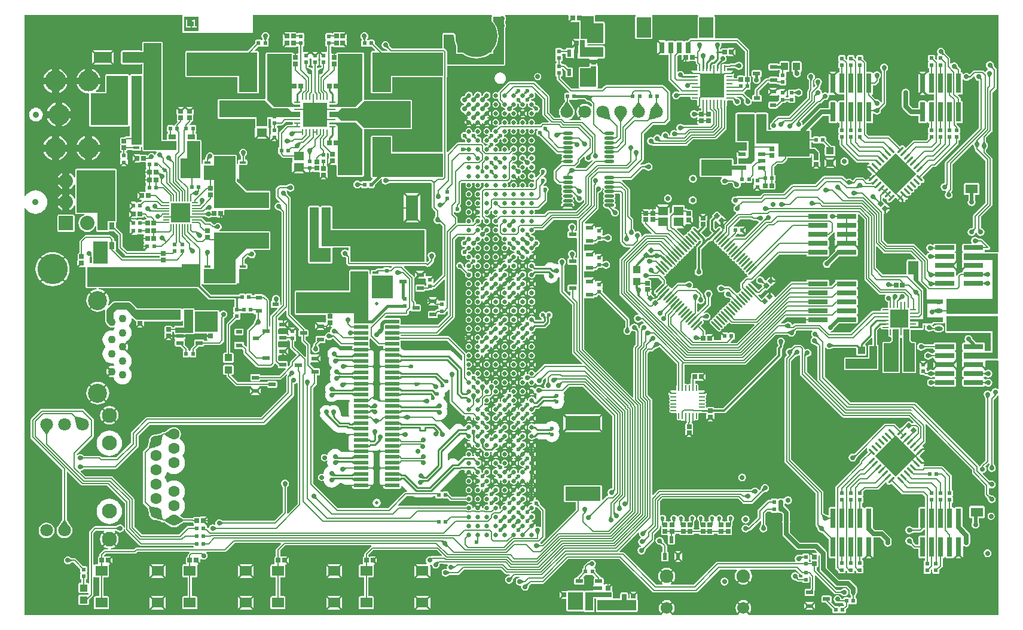
<source format=gtl>
G04 Layer_Physical_Order=1*
G04 Layer_Color=255*
%FSLAX25Y25*%
%MOIN*%
G70*
G01*
G75*
%ADD10R,0.08268X0.11811*%
%ADD11R,0.03150X0.06299*%
%ADD12R,0.03543X0.01654*%
%ADD13R,0.06693X0.09331*%
%ADD14R,0.11000X0.02900*%
%ADD15R,0.19685X0.07874*%
%ADD16R,0.02520X0.02520*%
%ADD17R,0.02520X0.02520*%
%ADD18R,0.02362X0.02165*%
%ADD19R,0.05709X0.05118*%
%ADD20R,0.13504X0.07205*%
%ADD21O,0.00787X0.03543*%
%ADD22O,0.03543X0.00787*%
%ADD23R,0.11024X0.11024*%
%ADD24R,0.02165X0.02362*%
%ADD25R,0.02953X0.03937*%
%ADD26O,0.03543X0.00984*%
%ADD27O,0.00984X0.03543*%
%ADD28P,0.03563X4X180.0*%
%ADD29O,0.05512X0.01772*%
%ADD30R,0.05118X0.07087*%
%ADD31R,0.04331X0.03937*%
%ADD32R,0.13583X0.13583*%
%ADD33O,0.03347X0.00984*%
%ADD34O,0.00984X0.03347*%
%ADD35O,0.00984X0.03150*%
%ADD36R,0.07087X0.05118*%
%ADD37P,0.22828X4X180.0*%
G04:AMPARAMS|DCode=38|XSize=11.81mil|YSize=47.24mil|CornerRadius=0mil|HoleSize=0mil|Usage=FLASHONLY|Rotation=135.000|XOffset=0mil|YOffset=0mil|HoleType=Round|Shape=Round|*
%AMOVALD38*
21,1,0.03543,0.01181,0.00000,0.00000,225.0*
1,1,0.01181,0.01253,0.01253*
1,1,0.01181,-0.01253,-0.01253*
%
%ADD38OVALD38*%

G04:AMPARAMS|DCode=39|XSize=11.81mil|YSize=47.24mil|CornerRadius=0mil|HoleSize=0mil|Usage=FLASHONLY|Rotation=225.000|XOffset=0mil|YOffset=0mil|HoleType=Round|Shape=Round|*
%AMOVALD39*
21,1,0.03543,0.01181,0.00000,0.00000,315.0*
1,1,0.01181,-0.01253,0.01253*
1,1,0.01181,0.01253,-0.01253*
%
%ADD39OVALD39*%

%ADD40R,0.02900X0.11000*%
%ADD41R,0.03937X0.04331*%
%ADD42R,0.03937X0.02362*%
%ADD43R,0.03543X0.02362*%
%ADD44P,0.03563X4X90.0*%
G04:AMPARAMS|DCode=45|XSize=11.81mil|YSize=70.87mil|CornerRadius=0mil|HoleSize=0mil|Usage=FLASHONLY|Rotation=45.000|XOffset=0mil|YOffset=0mil|HoleType=Round|Shape=Round|*
%AMOVALD45*
21,1,0.05905,0.01181,0.00000,0.00000,135.0*
1,1,0.01181,0.02088,-0.02088*
1,1,0.01181,-0.02088,0.02088*
%
%ADD45OVALD45*%

G04:AMPARAMS|DCode=46|XSize=11.81mil|YSize=70.87mil|CornerRadius=0mil|HoleSize=0mil|Usage=FLASHONLY|Rotation=315.000|XOffset=0mil|YOffset=0mil|HoleType=Round|Shape=Round|*
%AMOVALD46*
21,1,0.05905,0.01181,0.00000,0.00000,45.0*
1,1,0.01181,-0.02088,-0.02088*
1,1,0.01181,0.02088,0.02088*
%
%ADD46OVALD46*%

%ADD47O,0.04528X0.02362*%
%ADD48R,0.04528X0.02756*%
%ADD49R,0.04921X0.02756*%
%ADD50R,0.16142X0.07756*%
%ADD51R,0.05512X0.14567*%
%ADD52R,0.02362X0.03937*%
%ADD53R,0.07874X0.01968*%
%ADD54R,0.07087X0.14370*%
%ADD55R,0.10039X0.06102*%
%ADD56R,0.09331X0.06693*%
%ADD57R,0.01654X0.03543*%
%ADD58R,0.03740X0.02362*%
%ADD59R,0.06693X0.05709*%
%ADD60R,0.05512X0.04724*%
%ADD61R,0.10236X0.10236*%
%ADD62O,0.03740X0.00984*%
%ADD63O,0.00984X0.03740*%
%ADD64R,0.03937X0.02953*%
%ADD65R,0.09252X0.20079*%
%ADD66C,0.02500*%
%ADD67C,0.00800*%
%ADD68C,0.02000*%
%ADD69C,0.00600*%
%ADD70C,0.01000*%
%ADD71C,0.01200*%
%ADD72C,0.01500*%
%ADD73C,0.01300*%
%ADD74C,0.02500*%
%ADD75C,0.00700*%
%ADD76C,0.01340*%
%ADD77C,0.00970*%
%ADD78C,0.01100*%
%ADD79C,0.01150*%
%ADD80C,0.03937*%
%ADD81C,0.01350*%
%ADD82C,0.01400*%
%ADD83R,0.01968X0.00000*%
%ADD84C,0.25590*%
%ADD85C,0.23228*%
%ADD86C,0.03543*%
%ADD87C,0.08000*%
%ADD88R,0.08000X0.08000*%
%ADD89C,0.07087*%
%ADD90C,0.08268*%
%ADD91C,0.06299*%
%ADD92C,0.07480*%
%ADD93C,0.06693*%
G04:AMPARAMS|DCode=94|XSize=118.11mil|YSize=118.11mil|CornerRadius=59.05mil|HoleSize=0mil|Usage=FLASHONLY|Rotation=0.000|XOffset=0mil|YOffset=0mil|HoleType=Round|Shape=RoundedRectangle|*
%AMROUNDEDRECTD94*
21,1,0.11811,0.00000,0,0,0.0*
21,1,0.00000,0.11811,0,0,0.0*
1,1,0.11811,0.00000,0.00000*
1,1,0.11811,0.00000,0.00000*
1,1,0.11811,0.00000,0.00000*
1,1,0.11811,0.00000,0.00000*
%
%ADD94ROUNDEDRECTD94*%
%ADD95C,0.09449*%
%ADD96C,0.04331*%
%ADD97C,0.10630*%
%ADD98C,0.01968*%
%ADD99C,0.16929*%
%ADD100C,0.02756*%
%ADD101C,0.02362*%
%ADD102C,0.05000*%
G36*
X202932Y53211D02*
Y20254D01*
X203026Y19785D01*
X203291Y19388D01*
X210946Y11733D01*
X211343Y11468D01*
X211811Y11375D01*
X214666D01*
X214869Y10875D01*
X214484Y10299D01*
X214315Y9449D01*
X214484Y8599D01*
X214965Y7879D01*
X215686Y7397D01*
X216223Y7290D01*
X216202Y7185D01*
Y4544D01*
X216149Y4385D01*
X215765Y4066D01*
X213287D01*
X212861Y3982D01*
X212500Y3740D01*
X212259Y3379D01*
X212174Y2953D01*
X212223Y2708D01*
X211916Y2208D01*
X207677D01*
X207209Y2115D01*
X206812Y1849D01*
X195359Y-9603D01*
X184011D01*
X184004Y-9592D01*
X184010Y-9533D01*
X184272Y-9067D01*
X184905Y-8941D01*
X185625Y-8460D01*
X186107Y-7739D01*
X186183Y-7358D01*
X188775Y-4766D01*
X198500D01*
X198812Y-4704D01*
X199077Y-4527D01*
X199254Y-4262D01*
X199316Y-3950D01*
Y-1050D01*
X199254Y-738D01*
X199077Y-473D01*
X198812Y-296D01*
X198603Y-255D01*
Y255D01*
X198812Y296D01*
X199077Y473D01*
X199254Y738D01*
X199316Y1050D01*
Y3950D01*
X199254Y4262D01*
X199077Y4527D01*
X198812Y4704D01*
X198603Y4745D01*
Y5255D01*
X198812Y5296D01*
X199077Y5473D01*
X199254Y5738D01*
X199316Y6050D01*
Y8950D01*
X199254Y9262D01*
X199077Y9527D01*
X198812Y9704D01*
X198603Y9745D01*
Y10255D01*
X198812Y10296D01*
X199077Y10473D01*
X199254Y10738D01*
X199316Y11050D01*
Y13950D01*
X199254Y14262D01*
X199077Y14527D01*
X198812Y14704D01*
X198603Y14745D01*
Y15255D01*
X198812Y15296D01*
X199077Y15473D01*
X199254Y15738D01*
X199316Y16050D01*
Y18950D01*
X199254Y19262D01*
X199077Y19527D01*
X198812Y19704D01*
X198500Y19766D01*
X187500D01*
X187188Y19704D01*
X186923Y19527D01*
X186746Y19262D01*
X186684Y18950D01*
Y18398D01*
X186635Y18365D01*
X184493Y16224D01*
X183316D01*
Y18950D01*
X183254Y19262D01*
X183077Y19527D01*
X182812Y19704D01*
X182500Y19766D01*
X171500D01*
X171188Y19704D01*
X170923Y19527D01*
X170746Y19262D01*
X170684Y18950D01*
Y18723D01*
X162500D01*
X162032Y18630D01*
X161635Y18365D01*
X153362Y10092D01*
X152901Y10336D01*
X152823Y10726D01*
X152602Y11057D01*
X150821Y12838D01*
X150600Y12986D01*
X150600Y10336D01*
X149600D01*
X149600Y12986D01*
X149379Y12838D01*
X147597Y11057D01*
X147376Y10726D01*
X147298Y10336D01*
X147300Y10325D01*
X147226Y10310D01*
X146962Y10133D01*
X145827Y8998D01*
X143913Y10913D01*
X144104Y11375D01*
X144488D01*
X144956Y11468D01*
X145353Y11733D01*
X147385Y13765D01*
X147749Y14077D01*
X148014Y13901D01*
X148326Y13839D01*
X148638Y13901D01*
X148902Y14077D01*
X150684Y15859D01*
X150684Y15859D01*
X150861Y16124D01*
X150876Y16198D01*
X150887Y16196D01*
X151277Y16274D01*
X151608Y16495D01*
X153390Y18276D01*
X153537Y18497D01*
X150887D01*
Y18997D01*
X150387D01*
Y21647D01*
X150166Y21500D01*
X148384Y19718D01*
X148163Y19387D01*
X148152Y19332D01*
X147868Y19178D01*
X147294Y19366D01*
X146962Y19997D01*
X146933Y20141D01*
X146452Y20862D01*
X145732Y21343D01*
X144882Y21512D01*
X144032Y21343D01*
X143312Y20862D01*
X142830Y20141D01*
X142661Y19291D01*
X142830Y18442D01*
X143312Y17721D01*
X144032Y17240D01*
X144882Y17071D01*
X145293Y17153D01*
X145656Y17077D01*
X145791Y16748D01*
X145728Y16436D01*
X145791Y16124D01*
X145967Y15859D01*
X145993Y15834D01*
X144056Y13896D01*
X143981Y13904D01*
X139805Y18079D01*
X139510Y18277D01*
X139662Y18777D01*
X140000D01*
X140468Y18870D01*
X140865Y19135D01*
X155507Y33777D01*
X170684D01*
Y33550D01*
X170746Y33238D01*
X170923Y32973D01*
X171188Y32796D01*
X171500Y32734D01*
X182500D01*
X182812Y32796D01*
X183077Y32973D01*
X183254Y33238D01*
X183316Y33550D01*
Y36450D01*
X183254Y36762D01*
X183077Y37027D01*
X182812Y37204D01*
X182603Y37245D01*
Y37755D01*
X182812Y37796D01*
X183077Y37973D01*
X183254Y38238D01*
X183316Y38550D01*
Y41450D01*
X183254Y41762D01*
X183077Y42027D01*
X182812Y42204D01*
X182603Y42245D01*
Y42755D01*
X182812Y42796D01*
X183077Y42973D01*
X183254Y43238D01*
X183316Y43550D01*
Y43802D01*
X183657Y43870D01*
X184054Y44135D01*
X185865Y45946D01*
X185980Y46118D01*
X186480Y45967D01*
Y43550D01*
X186558Y43160D01*
X186779Y42829D01*
X186821Y42801D01*
Y42199D01*
X186779Y42171D01*
X186558Y41840D01*
X186480Y41450D01*
Y38550D01*
X186532Y38289D01*
X188596Y40354D01*
X189304Y39646D01*
X187071Y37413D01*
X187077Y37339D01*
X187048Y37110D01*
X186923Y37027D01*
X186746Y36762D01*
X186684Y36450D01*
Y35737D01*
X181619Y30671D01*
X181237Y30595D01*
X180516Y30114D01*
X180035Y29393D01*
X179866Y28543D01*
X180035Y27694D01*
X180516Y26973D01*
X181237Y26492D01*
X182087Y26323D01*
X182936Y26492D01*
X183657Y26973D01*
X184138Y27694D01*
X184214Y28075D01*
X188873Y32734D01*
X198500D01*
X198812Y32796D01*
X199077Y32973D01*
X199254Y33238D01*
X199316Y33550D01*
Y36450D01*
X199254Y36762D01*
X199077Y37027D01*
X198952Y37110D01*
X198923Y37339D01*
X198930Y37413D01*
X196696Y39646D01*
X197404Y40354D01*
X199468Y38289D01*
X199520Y38550D01*
Y41450D01*
X199442Y41840D01*
X199221Y42171D01*
X199179Y42199D01*
Y42801D01*
X199221Y42829D01*
X199442Y43160D01*
X199520Y43550D01*
Y46450D01*
X199442Y46840D01*
X199221Y47171D01*
X199179Y47199D01*
Y47801D01*
X199221Y47829D01*
X199442Y48160D01*
X199520Y48550D01*
Y51450D01*
X199442Y51840D01*
X199221Y52171D01*
X199179Y52199D01*
Y52801D01*
X199221Y52829D01*
X199442Y53160D01*
X199520Y53550D01*
Y55917D01*
X200020Y56124D01*
X202932Y53211D01*
D02*
G37*
G36*
X241909Y37802D02*
Y37002D01*
X240748Y36437D01*
Y38366D01*
X241909Y37802D01*
D02*
G37*
G36*
X-171667Y37205D02*
X-173031Y35841D01*
X-173453Y37061D01*
X-172888Y37627D01*
X-171667Y37205D01*
D02*
G37*
G36*
X6637Y39176D02*
X5824Y38363D01*
X5012Y38819D01*
X6181Y39988D01*
X6637Y39176D01*
D02*
G37*
G36*
X-18430Y41004D02*
X-18819Y40012D01*
X-19988Y41181D01*
X-18996Y41570D01*
X-18430Y41004D01*
D02*
G37*
G36*
X114581Y42030D02*
X114405Y40157D01*
X113981Y39733D01*
X112532Y39982D01*
X112956Y41006D01*
X114156Y42206D01*
X114581Y42030D01*
D02*
G37*
G36*
X19988Y38819D02*
X19096Y38389D01*
X18389Y39096D01*
X18819Y39988D01*
X19988Y38819D01*
D02*
G37*
G36*
X-86059Y-37789D02*
X-85858Y-38589D01*
X-86637Y-39201D01*
X-87658Y-37665D01*
X-86059Y-37789D01*
D02*
G37*
G36*
X-102035Y-18016D02*
X-103965D01*
X-103400Y-16855D01*
X-102600D01*
X-102035Y-18016D01*
D02*
G37*
G36*
X-162986Y32894D02*
X-163786D01*
X-164350Y34055D01*
X-162421D01*
X-162986Y32894D01*
D02*
G37*
G36*
X-139567Y32894D02*
X-140728Y33458D01*
Y34258D01*
X-139567Y34823D01*
Y32894D01*
D02*
G37*
G36*
X11637Y34176D02*
X10824Y33363D01*
X10012Y33819D01*
X11181Y34988D01*
X11637Y34176D01*
D02*
G37*
G36*
X86986Y-17768D02*
X85766Y-18190D01*
X85200Y-17624D01*
X85622Y-16404D01*
X86986Y-17768D01*
D02*
G37*
G36*
X14988Y36181D02*
X13819Y35012D01*
X13336Y35709D01*
X14291Y36664D01*
X14988Y36181D01*
D02*
G37*
G36*
X-18430Y36004D02*
X-18819Y35012D01*
X-19988Y36181D01*
X-18996Y36570D01*
X-18430Y36004D01*
D02*
G37*
G36*
X-167730Y45866D02*
X-169094Y44502D01*
X-169516Y45722D01*
X-168951Y46288D01*
X-167730Y45866D01*
D02*
G37*
G36*
X71465Y43484D02*
X69535D01*
X70100Y44645D01*
X70900D01*
X71465Y43484D01*
D02*
G37*
G36*
X16611Y44096D02*
X15904Y43389D01*
X15012Y43819D01*
X16181Y44988D01*
X16611Y44096D01*
D02*
G37*
G36*
X-8200Y46234D02*
X-8622Y45014D01*
X-9986Y46378D01*
X-8766Y46800D01*
X-8200Y46234D01*
D02*
G37*
G36*
X-238996Y-136411D02*
Y-137211D01*
X-240158Y-137776D01*
Y-135846D01*
X-238996Y-136411D01*
D02*
G37*
G36*
X264595Y47494D02*
X264173Y46274D01*
X262809Y47638D01*
X264030Y48060D01*
X264595Y47494D01*
D02*
G37*
G36*
X140181Y53135D02*
X140578Y52870D01*
X141046Y52776D01*
X142683D01*
X143520Y52370D01*
X144014Y52039D01*
X144158Y51476D01*
X136228Y43546D01*
X131186D01*
X130995Y44008D01*
X131869Y44882D01*
X132117Y45253D01*
X132399Y45309D01*
X132663Y45486D01*
X133098Y45237D01*
X133271Y45121D01*
X133661Y45043D01*
X135827D01*
X136087Y45095D01*
X134391Y46792D01*
X134843Y47244D01*
X134391Y47696D01*
X136087Y49393D01*
X135827Y49445D01*
X133661D01*
X133271Y49367D01*
X133098Y49251D01*
X132663Y49002D01*
X132399Y49179D01*
X132087Y49241D01*
X130418D01*
X130211Y49741D01*
X133949Y53479D01*
X139837D01*
X140181Y53135D01*
D02*
G37*
G36*
X76900Y42355D02*
X76100D01*
X75535Y43516D01*
X77465D01*
X76900Y42355D01*
D02*
G37*
G36*
X14986Y41378D02*
X13622Y40014D01*
X13097Y40984D01*
X14016Y41903D01*
X14986Y41378D01*
D02*
G37*
G36*
X-13200Y41234D02*
X-13622Y40014D01*
X-14986Y41378D01*
X-13766Y41800D01*
X-13200Y41234D01*
D02*
G37*
G36*
X9988Y41181D02*
X8819Y40012D01*
X8430Y41004D01*
X8996Y41570D01*
X9988Y41181D01*
D02*
G37*
G36*
X266909Y41739D02*
Y40939D01*
X265748Y40374D01*
Y42303D01*
X266909Y41739D01*
D02*
G37*
G36*
X59016Y42035D02*
X57855Y42600D01*
Y43400D01*
X59016Y43965D01*
Y42035D01*
D02*
G37*
G36*
X-186700Y41766D02*
X-187266Y41200D01*
X-188486Y41622D01*
X-187122Y42986D01*
X-186700Y41766D01*
D02*
G37*
G36*
X57523Y70568D02*
X57710Y70177D01*
X57523Y69786D01*
X57369Y69555D01*
X57238Y68898D01*
X57369Y68240D01*
X57634Y67843D01*
X57885Y67410D01*
X57557Y66918D01*
X57442Y66339D01*
X57557Y65759D01*
X57885Y65267D01*
Y64851D01*
X57557Y64359D01*
X57442Y63779D01*
X57557Y63200D01*
X57885Y62708D01*
X57634Y62275D01*
X57369Y61878D01*
X57238Y61221D01*
X57369Y60563D01*
X57741Y60005D01*
X58299Y59632D01*
X58957Y59502D01*
X59874D01*
X59962Y59371D01*
X61473Y57860D01*
X61777Y56981D01*
X61925Y56237D01*
X62406Y55516D01*
X63127Y55035D01*
X63976Y54866D01*
X64826Y55035D01*
X65547Y55516D01*
X66028Y56237D01*
X66197Y57087D01*
X66028Y57936D01*
X65547Y58657D01*
X64826Y59138D01*
X64082Y59286D01*
X63854Y59365D01*
X63783Y59919D01*
X63912Y60005D01*
X64285Y60563D01*
X64416Y61221D01*
X64285Y61878D01*
X64020Y62275D01*
X63768Y62708D01*
X64096Y63200D01*
X64212Y63779D01*
X64096Y64359D01*
X63768Y64851D01*
Y65267D01*
X64096Y65759D01*
X64212Y66339D01*
X64096Y66918D01*
X63926Y67174D01*
X64193Y67674D01*
X66596D01*
X66896Y67374D01*
Y40881D01*
X66989Y40412D01*
X67254Y40016D01*
X69135Y38135D01*
X69532Y37870D01*
X70000Y37776D01*
X72393D01*
X72584Y37315D01*
X66785Y31515D01*
X66520Y31119D01*
X66427Y30650D01*
Y11930D01*
X66520Y11462D01*
X66785Y11065D01*
X77167Y683D01*
X76920Y222D01*
X76772Y252D01*
X75922Y83D01*
X75201Y-398D01*
X74720Y-1119D01*
X74551Y-1969D01*
X74720Y-2818D01*
X75201Y-3539D01*
X75922Y-4020D01*
X76772Y-4189D01*
X77621Y-4020D01*
X78252Y-3599D01*
X79071Y-3201D01*
X80093Y-4222D01*
X79855Y-4692D01*
X79121Y-4838D01*
X78400Y-5319D01*
X77919Y-6040D01*
X77750Y-6890D01*
X77778Y-7033D01*
X77477Y-7287D01*
X77139Y-7178D01*
X77003Y-6784D01*
X76855Y-6040D01*
X76373Y-5319D01*
X75653Y-4838D01*
X74803Y-4669D01*
X73953Y-4838D01*
X73233Y-5319D01*
X72752Y-6040D01*
X72206Y-6222D01*
X72090Y-6118D01*
Y-2736D01*
X71996Y-2268D01*
X71731Y-1871D01*
X56997Y12864D01*
Y14213D01*
X56935Y14525D01*
X56758Y14789D01*
X57007Y15224D01*
X57123Y15397D01*
X57201Y15787D01*
Y17953D01*
X57149Y18213D01*
X55452Y16517D01*
X54745Y17224D01*
X56442Y18921D01*
X56181Y18972D01*
X53819D01*
X53429Y18895D01*
X53212Y18750D01*
X52817Y18891D01*
X52713Y18972D01*
Y19921D01*
X52661Y20182D01*
X50865Y18387D01*
X50158Y19094D01*
X51954Y20889D01*
X51693Y20941D01*
X47756D01*
X47366Y20863D01*
X47291Y20813D01*
X46791Y21080D01*
Y24206D01*
X46902Y24291D01*
X47291Y24427D01*
X47444Y24325D01*
X47756Y24263D01*
X51693D01*
X52005Y24325D01*
X52270Y24502D01*
X52447Y24767D01*
X52500Y25036D01*
X53130D01*
X53598Y25130D01*
X53995Y25395D01*
X54832Y26232D01*
X56181D01*
X56493Y26294D01*
X56758Y26471D01*
X56894Y26674D01*
X57520Y26370D01*
X58150Y25948D01*
X59000Y25779D01*
X59850Y25948D01*
X60570Y26430D01*
X61052Y27150D01*
X61221Y28000D01*
X61052Y28850D01*
X60570Y29570D01*
X59850Y30052D01*
X59000Y30221D01*
X58150Y30052D01*
X57520Y29630D01*
X56912Y29891D01*
X56874Y29992D01*
X57007Y30224D01*
X57123Y30397D01*
X57201Y30787D01*
Y32953D01*
X57149Y33213D01*
X55452Y31517D01*
X54745Y32224D01*
X56442Y33920D01*
X56181Y33972D01*
X53819D01*
X53429Y33895D01*
X53212Y33750D01*
X52817Y33891D01*
X52713Y33972D01*
Y34921D01*
X52661Y35182D01*
X50865Y33387D01*
X50158Y34094D01*
X51954Y35889D01*
X51693Y35941D01*
X47756D01*
X47366Y35863D01*
X47291Y35813D01*
X46791Y36081D01*
Y39206D01*
X46902Y39291D01*
X47291Y39427D01*
X47444Y39325D01*
X47756Y39263D01*
X51693D01*
X52005Y39325D01*
X52270Y39502D01*
X52447Y39767D01*
X52500Y40036D01*
X53130D01*
X53598Y40130D01*
X53995Y40395D01*
X54832Y41232D01*
X56181D01*
X56493Y41294D01*
X56758Y41471D01*
X56935Y41735D01*
X56943Y41776D01*
X57683D01*
X58520Y41370D01*
X59150Y40948D01*
X60000Y40779D01*
X60850Y40948D01*
X61570Y41430D01*
X62052Y42150D01*
X62221Y43000D01*
X62052Y43850D01*
X61570Y44570D01*
X60850Y45052D01*
X60000Y45221D01*
X59150Y45052D01*
X58520Y44630D01*
X57683Y44223D01*
X56995D01*
X56935Y44525D01*
X56758Y44789D01*
X57007Y45224D01*
X57123Y45397D01*
X57201Y45787D01*
Y47953D01*
X57149Y48213D01*
X55452Y46516D01*
X54745Y47224D01*
X56442Y48921D01*
X56181Y48972D01*
X53819D01*
X53429Y48895D01*
X53212Y48750D01*
X52817Y48891D01*
X52713Y48972D01*
Y49921D01*
X52661Y50182D01*
X50865Y48387D01*
X50158Y49094D01*
X51954Y50889D01*
X51693Y50941D01*
X47756D01*
X47724Y50935D01*
X47171Y51284D01*
X47166Y51294D01*
X47141Y51460D01*
X54593Y58912D01*
X54836Y59276D01*
X54922Y59706D01*
X54922Y59706D01*
Y68085D01*
X55180Y68342D01*
X55574Y68421D01*
X56295Y68902D01*
X56776Y69623D01*
X56945Y70472D01*
X56909Y70656D01*
X57369Y70799D01*
X57523Y70568D01*
D02*
G37*
G36*
X58016Y27035D02*
X56855Y27600D01*
Y28400D01*
X58016Y28965D01*
Y27035D01*
D02*
G37*
G36*
X-188125Y-67216D02*
X-188803Y-70447D01*
X-191921Y-67329D01*
X-188690Y-66651D01*
X-188125Y-67216D01*
D02*
G37*
G36*
X-66208Y-69128D02*
X-67241Y-70351D01*
X-68242Y-69796D01*
X-67996Y-68952D01*
X-66208Y-69128D01*
D02*
G37*
G36*
X34849Y27382D02*
X34049D01*
X33484Y28543D01*
X35413D01*
X34849Y27382D01*
D02*
G37*
G36*
X-15012Y28819D02*
X-16004Y28430D01*
X-16570Y28996D01*
X-16181Y29988D01*
X-15012Y28819D01*
D02*
G37*
G36*
X-9500Y-72111D02*
X-10500D01*
X-10965Y-70984D01*
X-9035D01*
X-9500Y-72111D01*
D02*
G37*
G36*
X-25591Y-140348D02*
Y-141148D01*
X-26366Y-141437D01*
Y-140059D01*
X-25591Y-140348D01*
D02*
G37*
G36*
X1605Y-69080D02*
X1181Y-69988D01*
X12Y-68819D01*
X920Y-68394D01*
X1605Y-69080D01*
D02*
G37*
G36*
X-28366Y-143301D02*
Y-144101D01*
X-29528Y-144665D01*
Y-142736D01*
X-28366Y-143301D01*
D02*
G37*
G36*
X1663Y25715D02*
X1181Y25012D01*
X12Y26181D01*
X715Y26663D01*
X1663Y25715D01*
D02*
G37*
G36*
X111400Y25985D02*
X111709Y24873D01*
X109794Y25112D01*
X110200Y26152D01*
X111400Y25985D01*
D02*
G37*
G36*
X-3321Y-69028D02*
X-3881Y-69827D01*
X-4598Y-68337D01*
X-3745Y-68038D01*
X-3321Y-69028D01*
D02*
G37*
G36*
X-20930Y26496D02*
X-21496Y25930D01*
X-22488Y26319D01*
X-21319Y27488D01*
X-20930Y26496D01*
D02*
G37*
G36*
X176997Y-15614D02*
X176431Y-16179D01*
X175211Y-15757D01*
X176575Y-14393D01*
X176997Y-15614D01*
D02*
G37*
G36*
X111795Y41453D02*
X111995Y41374D01*
X112096Y41061D01*
X111852Y40472D01*
X109791Y38411D01*
X109482Y37948D01*
X109373Y37402D01*
X109373Y37402D01*
Y26275D01*
X109120Y25626D01*
X109060Y25586D01*
X108578Y24866D01*
X108409Y24016D01*
X108578Y23166D01*
X109060Y22445D01*
X109780Y21964D01*
X110630Y21795D01*
X111480Y21964D01*
X112200Y22445D01*
X112681Y23166D01*
X112850Y24016D01*
X112681Y24866D01*
X112469Y25183D01*
X112228Y26054D01*
Y36810D01*
X114566Y39148D01*
X114566Y39148D01*
X116405Y40987D01*
X116535D01*
X116535Y40987D01*
X117082Y41096D01*
X117545Y41405D01*
X117583Y41444D01*
X118081Y41395D01*
X118168Y41263D01*
X118694Y40912D01*
X119315Y40789D01*
X119338Y40773D01*
X119397Y40476D01*
X119704Y40016D01*
X120164Y39709D01*
X120685Y39605D01*
X120789Y39084D01*
X121096Y38624D01*
X121556Y38317D01*
X122077Y38213D01*
X122181Y37692D01*
X122488Y37232D01*
X122948Y36925D01*
X123469Y36821D01*
X123573Y36300D01*
X123880Y35840D01*
X124340Y35533D01*
X124883Y35425D01*
X125025Y35453D01*
X125148Y35012D01*
X125153Y34986D01*
X125416Y34592D01*
X125810Y34329D01*
X126275Y34237D01*
X126509Y33774D01*
X126545Y33594D01*
X126808Y33200D01*
X127202Y32937D01*
X127667Y32845D01*
X127667Y32845D01*
X127669Y32809D01*
X127641Y32667D01*
X127749Y32124D01*
X128056Y31664D01*
X128516Y31357D01*
X129037Y31253D01*
X129141Y30732D01*
X129448Y30272D01*
X129908Y29965D01*
X130451Y29857D01*
X130593Y29885D01*
X130629Y29883D01*
X130629Y29883D01*
X130721Y29418D01*
X130984Y29024D01*
X131378Y28761D01*
X131843Y28669D01*
X132021Y28491D01*
X132113Y28026D01*
X132376Y27632D01*
X132770Y27369D01*
X133234Y27277D01*
X133469Y26814D01*
X133505Y26634D01*
X133768Y26241D01*
X134162Y25977D01*
X134341Y25942D01*
X134686Y25767D01*
X134861Y25422D01*
X134897Y25242D01*
X135160Y24849D01*
X135554Y24586D01*
X136018Y24493D01*
X136018Y24493D01*
X136021Y24458D01*
X135993Y24315D01*
X136100Y23773D01*
X136408Y23313D01*
X136868Y23005D01*
X137389Y22901D01*
X137492Y22380D01*
X137800Y21921D01*
X138095Y21723D01*
X137943Y21224D01*
X137500D01*
X137032Y21130D01*
X136635Y20865D01*
X134135Y18365D01*
X133870Y17968D01*
X133776Y17500D01*
Y15311D01*
X133870Y14843D01*
X134087Y14517D01*
X134104Y14404D01*
X134098Y14321D01*
X133976Y13898D01*
X133768Y13759D01*
X133505Y13366D01*
X133469Y13186D01*
X133234Y12723D01*
X132770Y12631D01*
X132376Y12368D01*
X132310Y12269D01*
X131685Y12188D01*
X128244Y15629D01*
X127847Y15894D01*
X127379Y15987D01*
X125348D01*
X124512Y16394D01*
X123881Y16815D01*
X123031Y16984D01*
X122182Y16815D01*
X121461Y16334D01*
X120980Y15614D01*
X120811Y14764D01*
X120980Y13914D01*
X121461Y13194D01*
X122182Y12712D01*
X123031Y12543D01*
X123881Y12712D01*
X124512Y13134D01*
X124689Y13220D01*
X125029Y12829D01*
X124917Y12661D01*
X124748Y11811D01*
X124917Y10961D01*
X125398Y10241D01*
X126119Y9759D01*
X126969Y9590D01*
X127207Y9638D01*
X128007Y9438D01*
X128532Y8913D01*
X128408Y8330D01*
X128200Y8192D01*
X127937Y7798D01*
X127845Y7333D01*
X127382Y7098D01*
X127202Y7063D01*
X126808Y6800D01*
X126545Y6406D01*
X126453Y5941D01*
X126275Y5763D01*
X125810Y5671D01*
X125416Y5408D01*
X125153Y5014D01*
X125061Y4549D01*
X125061Y4549D01*
X125025Y4547D01*
X124883Y4575D01*
X124340Y4467D01*
X123880Y4160D01*
X123573Y3700D01*
X123469Y3179D01*
X122948Y3075D01*
X122488Y2768D01*
X122181Y2308D01*
X122073Y1766D01*
X122101Y1623D01*
X122099Y1588D01*
X122099Y1588D01*
X121634Y1495D01*
X121241Y1232D01*
X120977Y838D01*
X120942Y659D01*
X120707Y195D01*
X120242Y103D01*
X119849Y-160D01*
X119586Y-554D01*
X119550Y-733D01*
X119315Y-1196D01*
X118851Y-1289D01*
X118457Y-1552D01*
X118194Y-1946D01*
X118101Y-2410D01*
X117923Y-2588D01*
X117459Y-2681D01*
X117065Y-2944D01*
X116802Y-3338D01*
X116709Y-3802D01*
X116802Y-4267D01*
X117065Y-4661D01*
X121241Y-8836D01*
X121634Y-9099D01*
X122099Y-9192D01*
X122563Y-9099D01*
X122957Y-8836D01*
X123220Y-8443D01*
X123256Y-8263D01*
X123491Y-7800D01*
X123955Y-7708D01*
X124349Y-7444D01*
X124612Y-7051D01*
X124648Y-6871D01*
X124883Y-6408D01*
X125347Y-6316D01*
X125741Y-6053D01*
X126004Y-5659D01*
X126097Y-5194D01*
X126275Y-5016D01*
X126739Y-4924D01*
X127133Y-4660D01*
X127272Y-4453D01*
X127855Y-4329D01*
X128291Y-4765D01*
X128688Y-5030D01*
X129156Y-5124D01*
X141493D01*
X141684Y-5585D01*
X131718Y-15551D01*
X128565D01*
X128373Y-15089D01*
X129655Y-13808D01*
X129921D01*
X130233Y-13746D01*
X130498Y-13569D01*
X130675Y-13304D01*
X130737Y-12992D01*
Y-10630D01*
X130675Y-10318D01*
X130498Y-10053D01*
X130233Y-9876D01*
X129921Y-9814D01*
X127756D01*
X127444Y-9876D01*
X127179Y-10053D01*
X126744Y-9804D01*
X126571Y-9688D01*
X126181Y-9610D01*
X124016D01*
X123755Y-9662D01*
X125452Y-11359D01*
X124745Y-12066D01*
X123048Y-10369D01*
X122996Y-10630D01*
Y-12992D01*
X123074Y-13382D01*
X123254Y-13651D01*
X123183Y-13914D01*
X123051Y-14151D01*
X119090D01*
Y-11740D01*
X119039Y-11479D01*
X117165Y-13353D01*
X116457Y-12646D01*
X118332Y-10772D01*
X118071Y-10721D01*
X115551D01*
X115161Y-10798D01*
X114890Y-10979D01*
X114634Y-10890D01*
X114412Y-10744D01*
Y-9090D01*
X114319Y-8622D01*
X114054Y-8225D01*
X111857Y-6027D01*
X113079Y-4805D01*
X113387Y-4345D01*
X113495Y-3802D01*
X113387Y-3260D01*
X113152Y-2909D01*
X113443Y-2487D01*
X113800Y-2631D01*
X114111Y-2839D01*
X114961Y-3008D01*
X115810Y-2839D01*
X116531Y-2358D01*
X117012Y-1637D01*
X117181Y-787D01*
X117012Y62D01*
X116531Y783D01*
X115810Y1264D01*
X114961Y1433D01*
X114111Y1264D01*
X113816Y1067D01*
X113497Y1455D01*
X117007Y4965D01*
X117272Y5362D01*
X117365Y5830D01*
Y9494D01*
X117772Y10331D01*
X118193Y10961D01*
X118362Y11811D01*
X118193Y12661D01*
X117712Y13381D01*
X116991Y13863D01*
X116142Y14032D01*
X115292Y13863D01*
X114571Y13381D01*
X114090Y12661D01*
X113921Y11811D01*
X114090Y10961D01*
X114512Y10331D01*
X114918Y9494D01*
Y6337D01*
X110287Y1706D01*
X109825Y1897D01*
Y6444D01*
X110325Y6630D01*
X110921Y6232D01*
X111771Y6063D01*
X112621Y6232D01*
X113341Y6713D01*
X113822Y7434D01*
X113992Y8283D01*
X113822Y9133D01*
X113401Y9764D01*
X112995Y10600D01*
Y11261D01*
X112901Y11729D01*
X112636Y12126D01*
X110117Y14645D01*
X109720Y14910D01*
X109252Y15003D01*
X107380D01*
X107113Y15503D01*
X107367Y15882D01*
X107536Y16732D01*
X107367Y17582D01*
X106885Y18303D01*
X106165Y18784D01*
X105315Y18953D01*
X104465Y18784D01*
X103834Y18362D01*
X102998Y17956D01*
X99205D01*
X98737Y17863D01*
X98340Y17597D01*
X95732Y14990D01*
X95123Y15088D01*
X94984Y15296D01*
X94524Y15603D01*
X94227Y15662D01*
X94211Y15685D01*
X94088Y16306D01*
X93736Y16832D01*
X93210Y17183D01*
X92590Y17307D01*
X92562Y17783D01*
Y19291D01*
X92469Y19760D01*
X92204Y20156D01*
X91337Y21023D01*
X91502Y21566D01*
X91740Y21613D01*
X92200Y21921D01*
X92508Y22380D01*
X92611Y22901D01*
X93132Y23005D01*
X93592Y23313D01*
X93900Y23773D01*
X94007Y24315D01*
X93979Y24458D01*
X93982Y24493D01*
X93982Y24493D01*
X94446Y24586D01*
X94840Y24849D01*
X95103Y25242D01*
X95196Y25707D01*
X95196Y25707D01*
X95231Y25710D01*
X95374Y25681D01*
X95916Y25789D01*
X96376Y26096D01*
X96684Y26556D01*
X96743Y26854D01*
X96766Y26869D01*
X97386Y26993D01*
X97912Y27344D01*
X98264Y27870D01*
X98387Y28491D01*
X98403Y28514D01*
X98700Y28573D01*
X99160Y28880D01*
X99467Y29340D01*
X99571Y29861D01*
X100092Y29965D01*
X100552Y30272D01*
X100859Y30732D01*
X100963Y31253D01*
X101484Y31357D01*
X101944Y31664D01*
X102251Y32124D01*
X102355Y32645D01*
X102876Y32749D01*
X103336Y33056D01*
X103643Y33516D01*
X103747Y34037D01*
X104268Y34141D01*
X104728Y34448D01*
X105035Y34908D01*
X105139Y35429D01*
X105660Y35533D01*
X106120Y35840D01*
X106427Y36300D01*
X106531Y36821D01*
X107052Y36925D01*
X107512Y37232D01*
X107819Y37692D01*
X107927Y38234D01*
X107899Y38377D01*
X108366Y38505D01*
X108759Y38768D01*
X109023Y39162D01*
X109115Y39626D01*
X109293Y39805D01*
X109758Y39897D01*
X110151Y40160D01*
X110415Y40554D01*
X110450Y40733D01*
X110685Y41196D01*
X111150Y41289D01*
X111526Y41540D01*
X111795Y41453D01*
D02*
G37*
G36*
X241939Y32959D02*
X241867Y32159D01*
X240662Y31632D01*
X240827Y33554D01*
X241939Y32959D01*
D02*
G37*
G36*
X-191984Y-73628D02*
X-195215Y-74307D01*
X-195781Y-73741D01*
X-195102Y-70510D01*
X-191984Y-73628D01*
D02*
G37*
G36*
X-37789Y30926D02*
X-38589D01*
X-39154Y32087D01*
X-37224D01*
X-37789Y30926D01*
D02*
G37*
G36*
X185477Y-16429D02*
Y-17429D01*
X184350Y-17894D01*
Y-15965D01*
X185477Y-16429D01*
D02*
G37*
G36*
X-84814Y33215D02*
X-85380Y32649D01*
X-86600Y33071D01*
X-85236Y34435D01*
X-84814Y33215D01*
D02*
G37*
G36*
X89049Y33618D02*
Y32418D01*
X87966Y32054D01*
Y33983D01*
X89049Y33618D01*
D02*
G37*
G36*
X40676Y31972D02*
X39876Y31801D01*
X39252Y32843D01*
X41142Y33229D01*
X40676Y31972D01*
D02*
G37*
G36*
X89145Y-15990D02*
Y-16790D01*
X87984Y-17354D01*
Y-15425D01*
X89145Y-15990D01*
D02*
G37*
G36*
X-94488Y47244D02*
X-42126D01*
Y29528D01*
X-83661D01*
Y38386D01*
X-99410Y38386D01*
Y60039D01*
X-94488D01*
Y47244D01*
D02*
G37*
G36*
X85145Y30400D02*
Y29600D01*
X83984Y29035D01*
Y30965D01*
X85145Y30400D01*
D02*
G37*
G36*
X-218898Y28543D02*
X-226772D01*
Y40945D01*
X-222441Y40945D01*
X-218898D01*
Y28543D01*
D02*
G37*
G36*
X-101378Y37402D02*
X-94488Y37402D01*
Y29528D01*
X-106299D01*
X-106299Y60039D01*
X-101378D01*
X-101378Y37402D01*
D02*
G37*
G36*
X34280Y-38136D02*
X33858Y-39356D01*
X32494Y-37992D01*
X33715Y-37570D01*
X34280Y-38136D01*
D02*
G37*
G36*
X157096Y-16831D02*
X155896D01*
X155532Y-15748D01*
X157461D01*
X157096Y-16831D01*
D02*
G37*
G36*
X6637Y30824D02*
X6181Y30012D01*
X5012Y31181D01*
X5824Y31637D01*
X6637Y30824D01*
D02*
G37*
G36*
X-89824Y-82159D02*
X-90634Y-82616D01*
X-91671Y-81099D01*
X-90072Y-81059D01*
X-89824Y-82159D01*
D02*
G37*
G36*
X-165327Y62865D02*
X-166444Y61731D01*
X-167206Y62100D01*
X-167106Y62992D01*
X-165327Y62865D01*
D02*
G37*
G36*
X175767Y62605D02*
Y61805D01*
X174606Y61240D01*
Y63169D01*
X175767Y62605D01*
D02*
G37*
G36*
X165341Y-22047D02*
X164120Y-22469D01*
X163555Y-21903D01*
X163976Y-20683D01*
X165341Y-22047D01*
D02*
G37*
G36*
X171232Y-22457D02*
X170026Y-22879D01*
X169460Y-22314D01*
X169882Y-21108D01*
X171232Y-22457D01*
D02*
G37*
G36*
X209586Y64980D02*
X209138Y64297D01*
X207958Y64596D01*
X209032Y66199D01*
X209586Y64980D01*
D02*
G37*
G36*
X161817Y-22626D02*
X161017D01*
X160742Y-21870D01*
X162093D01*
X161817Y-22626D01*
D02*
G37*
G36*
X23404Y-35577D02*
X22982Y-36797D01*
X21618Y-35433D01*
X22839Y-35011D01*
X23404Y-35577D01*
D02*
G37*
G36*
X-23073Y59843D02*
X-24727D01*
X-24300Y60820D01*
X-23500D01*
X-23073Y59843D01*
D02*
G37*
G36*
X-147638Y74410D02*
X-141732Y68504D01*
X-128937D01*
Y59646D01*
X-159449D01*
Y75394D01*
X-165354D01*
Y83465D01*
X-159449D01*
Y88583D01*
X-147638D01*
X-147638Y74410D01*
D02*
G37*
G36*
X163217Y-19435D02*
X162795Y-20655D01*
X161431Y-19291D01*
X162652Y-18869D01*
X163217Y-19435D01*
D02*
G37*
G36*
X133629Y61063D02*
X133463Y59994D01*
X131660Y60610D01*
X132755Y61321D01*
X133629Y61063D01*
D02*
G37*
G36*
X-31244Y61875D02*
X-32264Y60635D01*
X-32681Y62445D01*
X-31679Y62571D01*
X-31244Y61875D01*
D02*
G37*
G36*
X159065Y61984D02*
Y61184D01*
X157904Y60620D01*
Y62549D01*
X159065Y61984D01*
D02*
G37*
G36*
X-30673Y-36005D02*
X-31025Y-37557D01*
X-32002Y-36597D01*
X-31452Y-35776D01*
X-30673Y-36005D01*
D02*
G37*
G36*
X-168024Y69107D02*
X-168324Y68661D01*
X-169036Y69373D01*
X-168590Y69673D01*
X-168024Y69107D01*
D02*
G37*
G36*
X54780Y69096D02*
X54100Y68417D01*
X53500Y69014D01*
X53370Y70220D01*
X54780Y69096D01*
D02*
G37*
G36*
X25400Y68180D02*
X24600D01*
X24173Y69156D01*
X25827D01*
X25400Y68180D01*
D02*
G37*
G36*
X183642Y70085D02*
Y69285D01*
X182480Y68721D01*
Y70650D01*
X183642Y70085D01*
D02*
G37*
G36*
X189989Y70026D02*
X189423Y69460D01*
X188203Y69882D01*
X189567Y71246D01*
X189989Y70026D01*
D02*
G37*
G36*
X-90754Y-22712D02*
X-91461Y-23419D01*
X-92201Y-22994D01*
X-91179Y-21972D01*
X-90754Y-22712D01*
D02*
G37*
G36*
X44359Y70250D02*
X42748Y69190D01*
X42453Y70367D01*
X43141Y70810D01*
X44359Y70250D01*
D02*
G37*
G36*
X250845Y68018D02*
X249155D01*
X249600Y69032D01*
X250400D01*
X250845Y68018D01*
D02*
G37*
G36*
X274980Y-84449D02*
X273051D01*
X273616Y-83288D01*
X274416D01*
X274980Y-84449D01*
D02*
G37*
G36*
X-111501Y-22923D02*
X-111995Y-22853D01*
X-112420Y-22429D01*
X-112490Y-21934D01*
X-111430Y-21863D01*
X-111501Y-22923D01*
D02*
G37*
G36*
X44081Y66338D02*
X42717Y64974D01*
X42295Y66195D01*
X42860Y66760D01*
X44081Y66338D01*
D02*
G37*
G36*
X-119200Y66766D02*
X-119766Y66200D01*
X-120986Y66622D01*
X-119622Y67986D01*
X-119200Y66766D01*
D02*
G37*
G36*
X199390Y68510D02*
Y67710D01*
X198228Y67146D01*
Y69075D01*
X199390Y68510D01*
D02*
G37*
G36*
X-33535Y66984D02*
X-35465D01*
X-34900Y68145D01*
X-34100D01*
X-33535Y66984D01*
D02*
G37*
G36*
X-170254Y66905D02*
X-171540Y67317D01*
X-171791Y68116D01*
X-170805Y68753D01*
X-170254Y66905D01*
D02*
G37*
G36*
X144016Y53035D02*
X142855Y53600D01*
Y54400D01*
X144016Y54965D01*
Y53035D01*
D02*
G37*
G36*
X148865Y52988D02*
X147809Y52831D01*
X147573Y53726D01*
X148289Y54794D01*
X148865Y52988D01*
D02*
G37*
G36*
X-33052Y52618D02*
X-33248Y51683D01*
X-34281Y51824D01*
X-33777Y53634D01*
X-33052Y52618D01*
D02*
G37*
G36*
X-181151Y53826D02*
X-182384Y54324D01*
X-182505Y55124D01*
X-181427Y55735D01*
X-181151Y53826D01*
D02*
G37*
G36*
X187215Y55400D02*
X187143Y54600D01*
X185937Y54073D01*
X186102Y55995D01*
X187215Y55400D01*
D02*
G37*
G36*
X-34035Y53984D02*
X-35965D01*
X-35400Y55145D01*
X-34600D01*
X-34035Y53984D01*
D02*
G37*
G36*
X-173795Y55124D02*
X-173916Y54324D01*
X-175148Y53826D01*
X-174873Y55735D01*
X-173795Y55124D01*
D02*
G37*
G36*
X270912Y-38577D02*
X269852Y-37959D01*
X269998Y-37159D01*
X271243Y-36676D01*
X270912Y-38577D01*
D02*
G37*
G36*
X73965Y46984D02*
X72035D01*
X72600Y48145D01*
X73400D01*
X73965Y46984D01*
D02*
G37*
G36*
X40400Y46855D02*
X39600D01*
X39035Y48016D01*
X40965D01*
X40400Y46855D01*
D02*
G37*
G36*
X267689Y47638D02*
X266353Y46461D01*
X266332Y48051D01*
X267132Y48335D01*
X267689Y47638D01*
D02*
G37*
G36*
X-214567Y80709D02*
X-214567Y52362D01*
X-218898Y52362D01*
X-218898Y47244D01*
X-224410Y47244D01*
Y57087D01*
X-236221Y57087D01*
Y80709D01*
X-214567Y80709D01*
D02*
G37*
G36*
X-31758Y-38289D02*
X-33309Y-38641D01*
X-33539Y-37862D01*
X-32718Y-37312D01*
X-31758Y-38289D01*
D02*
G37*
G36*
X6903Y50984D02*
X6378Y50014D01*
X5014Y51378D01*
X5984Y51903D01*
X6903Y50984D01*
D02*
G37*
G36*
X-158464Y48248D02*
X-159626Y48813D01*
Y49613D01*
X-158464Y50177D01*
Y48248D01*
D02*
G37*
G36*
X-194657Y58215D02*
X-195222Y57649D01*
X-196443Y58071D01*
X-195079Y59435D01*
X-194657Y58215D01*
D02*
G37*
G36*
X63963Y58464D02*
X62599Y57100D01*
X62177Y58321D01*
X62742Y58886D01*
X63963Y58464D01*
D02*
G37*
G36*
X-89824Y-79259D02*
X-90072Y-80359D01*
X-91671Y-80319D01*
X-90634Y-78801D01*
X-89824Y-79259D01*
D02*
G37*
G36*
X149834Y59600D02*
X149680Y58800D01*
X148432Y58322D01*
X148780Y60220D01*
X149834Y59600D01*
D02*
G37*
G36*
X-121774Y59340D02*
X-122340Y58774D01*
X-123560Y59196D01*
X-122196Y60560D01*
X-121774Y59340D01*
D02*
G37*
G36*
X-163073Y58837D02*
X-164126Y58682D01*
X-164358Y59582D01*
X-163640Y60643D01*
X-163073Y58837D01*
D02*
G37*
G36*
X-232107Y-79324D02*
Y-80124D01*
X-233268Y-80689D01*
Y-78760D01*
X-232107Y-79324D01*
D02*
G37*
G36*
X198392Y-78671D02*
X197790Y-79878D01*
X196833Y-78202D01*
X197989Y-77943D01*
X198392Y-78671D01*
D02*
G37*
G36*
X-178515Y56155D02*
X-178937Y54935D01*
X-180301Y56299D01*
X-179081Y56721D01*
X-178515Y56155D01*
D02*
G37*
G36*
X-44873Y-37789D02*
X-44567Y-38589D01*
X-45386Y-39081D01*
X-46457Y-38031D01*
X-47528Y-39081D01*
X-48346Y-38589D01*
X-48040Y-37789D01*
X-46976Y-37522D01*
X-46457Y-38031D01*
X-45937Y-37522D01*
X-44873Y-37789D01*
D02*
G37*
G36*
X27638Y-38386D02*
X25709D01*
X26273Y-37225D01*
X27073D01*
X27638Y-38386D01*
D02*
G37*
G36*
X-175998Y56299D02*
X-177362Y54935D01*
X-177784Y56155D01*
X-177218Y56721D01*
X-175998Y56299D01*
D02*
G37*
G36*
X-34213Y-137950D02*
X-34635Y-139170D01*
X-35999Y-137806D01*
X-34779Y-137384D01*
X-34213Y-137950D01*
D02*
G37*
G36*
X-4473Y58090D02*
X-4590Y57500D01*
X-4431Y56700D01*
X-3978Y56022D01*
X-3300Y55569D01*
X-2500Y55410D01*
X-1910Y55527D01*
X-1664Y55066D01*
X-2200Y54531D01*
X-2500Y54590D01*
X-3300Y54431D01*
X-3978Y53978D01*
X-4431Y53300D01*
X-4590Y52500D01*
X-4431Y51700D01*
X-3978Y51022D01*
X-3300Y50569D01*
X-2500Y50410D01*
X-1700Y50569D01*
X-1563Y50661D01*
X-1525Y50644D01*
X-1158Y50330D01*
X-1223Y50000D01*
Y49402D01*
X-1664Y49167D01*
X-1778Y49243D01*
X-2500Y49386D01*
X-3222Y49243D01*
X-3834Y48834D01*
X-4243Y48222D01*
X-4386Y47500D01*
X-4243Y46778D01*
X-3834Y46166D01*
X-3222Y45757D01*
X-2500Y45614D01*
X-1778Y45757D01*
X-1696Y45812D01*
X-1140Y45582D01*
X-1130Y45532D01*
X-865Y45135D01*
X135Y44135D01*
X532Y43870D01*
X582Y43860D01*
X812Y43304D01*
X757Y43222D01*
X614Y42500D01*
X757Y41778D01*
X1166Y41166D01*
X1778Y40757D01*
X2500Y40614D01*
X2686Y40651D01*
X3039Y40297D01*
X2980Y40000D01*
X3039Y39703D01*
X2686Y39349D01*
X2500Y39386D01*
X1778Y39243D01*
X1166Y38834D01*
X757Y38222D01*
X614Y37500D01*
X757Y36778D01*
X1166Y36166D01*
X1778Y35757D01*
X2500Y35614D01*
X3222Y35757D01*
X3834Y36166D01*
X4243Y36778D01*
X4386Y37500D01*
X4349Y37686D01*
X4595Y37931D01*
X4796Y38005D01*
X5290Y37727D01*
X5428Y37590D01*
X5410Y37500D01*
X5569Y36700D01*
X6022Y36022D01*
X6700Y35569D01*
X7500Y35410D01*
X7643Y35438D01*
X7997Y35085D01*
X7980Y35000D01*
X7997Y34915D01*
X7643Y34562D01*
X7500Y34590D01*
X6700Y34431D01*
X6022Y33978D01*
X5569Y33300D01*
X5452Y32714D01*
X5254Y32566D01*
X4932Y32659D01*
X4735Y32798D01*
X4619Y33378D01*
X4405Y33698D01*
X2854Y32146D01*
X1797Y31090D01*
X1903Y30984D01*
X1589Y30403D01*
X1622Y30380D01*
X2500Y30206D01*
X2601Y30226D01*
X2707Y30059D01*
X2609Y29836D01*
X2423Y29575D01*
X1700Y29431D01*
X1022Y28978D01*
X569Y28300D01*
X450Y27701D01*
X245Y27620D01*
X-288Y27913D01*
X-381Y28378D01*
X-403Y28411D01*
X-984Y28097D01*
X-1090Y28203D01*
X-2146Y27146D01*
X-3698Y25595D01*
X-3378Y25381D01*
X-2500Y25206D01*
X-2399Y25226D01*
X-2293Y25059D01*
X-2391Y24836D01*
X-2577Y24575D01*
X-3300Y24431D01*
X-3978Y23978D01*
X-4431Y23300D01*
X-4550Y22701D01*
X-4755Y22620D01*
X-5288Y22913D01*
X-5381Y23378D01*
X-5595Y23698D01*
X-7146Y22146D01*
X-8698Y20595D01*
X-8378Y20380D01*
X-7500Y20206D01*
X-7399Y20226D01*
X-7293Y20059D01*
X-7391Y19836D01*
X-7577Y19575D01*
X-8300Y19431D01*
X-8978Y18978D01*
X-9431Y18300D01*
X-9583Y17537D01*
X-10224Y16895D01*
X-10298Y16902D01*
X-10667Y17230D01*
X-10614Y17500D01*
X-10757Y18222D01*
X-11166Y18834D01*
X-11778Y19243D01*
X-12500Y19386D01*
X-13222Y19243D01*
X-13834Y18834D01*
X-14243Y18222D01*
X-14386Y17500D01*
X-14243Y16778D01*
X-13834Y16166D01*
X-13222Y15757D01*
X-12500Y15614D01*
X-12296Y15654D01*
X-12264Y15639D01*
X-11911Y15221D01*
X-12020Y14672D01*
X-12338Y14354D01*
X-12500Y14386D01*
X-13222Y14243D01*
X-13834Y13834D01*
X-14243Y13222D01*
X-14386Y12500D01*
X-14243Y11778D01*
X-13834Y11166D01*
X-13222Y10757D01*
X-12500Y10614D01*
X-12314Y10651D01*
X-11961Y10297D01*
X-12020Y10000D01*
X-11961Y9703D01*
X-12314Y9349D01*
X-12500Y9386D01*
X-13222Y9243D01*
X-13834Y8834D01*
X-14243Y8222D01*
X-14386Y7500D01*
X-14243Y6778D01*
X-13834Y6166D01*
X-13222Y5757D01*
X-12500Y5614D01*
X-11778Y5757D01*
X-11166Y6166D01*
X-10757Y6778D01*
X-10614Y7500D01*
X-10651Y7686D01*
X-10297Y8039D01*
X-10000Y7980D01*
X-9749Y7729D01*
X-9794Y7500D01*
X-9619Y6622D01*
X-9597Y6589D01*
X-9016Y6903D01*
X-8910Y6797D01*
X-7853Y7853D01*
X-6797Y8910D01*
X-6903Y9016D01*
X-6589Y9597D01*
X-6622Y9619D01*
X-7087Y9712D01*
X-7380Y10245D01*
X-7299Y10450D01*
X-6700Y10569D01*
X-6022Y11022D01*
X-5569Y11700D01*
X-5425Y12423D01*
X-5164Y12609D01*
X-4941Y12707D01*
X-4774Y12601D01*
X-4794Y12500D01*
X-4619Y11622D01*
X-4597Y11589D01*
X-4016Y11903D01*
X-3910Y11797D01*
X-2853Y12854D01*
X-1797Y13910D01*
X-1903Y14016D01*
X-1589Y14597D01*
X-1622Y14619D01*
X-2087Y14712D01*
X-2380Y15245D01*
X-2299Y15450D01*
X-1700Y15569D01*
X-1022Y16022D01*
X-569Y16700D01*
X-425Y17423D01*
X-164Y17609D01*
X59Y17707D01*
X226Y17601D01*
X206Y17500D01*
X381Y16622D01*
X403Y16589D01*
X984Y16903D01*
X1090Y16797D01*
X2146Y17853D01*
X3124Y18831D01*
X3018Y18937D01*
X3385Y19615D01*
X3378Y19620D01*
X2913Y19712D01*
X2620Y20245D01*
X2701Y20450D01*
X3300Y20569D01*
X3978Y21022D01*
X4431Y21700D01*
X4590Y22500D01*
X4431Y23300D01*
X3978Y23978D01*
X3300Y24431D01*
X2500Y24590D01*
X2485Y24587D01*
X2187Y25038D01*
X2253Y25133D01*
X2537Y25417D01*
X3300Y25569D01*
X3978Y26022D01*
X4431Y26700D01*
X4590Y27500D01*
X4562Y27643D01*
X4915Y27997D01*
X5000Y27980D01*
X5085Y27997D01*
X5438Y27643D01*
X5410Y27500D01*
X5569Y26700D01*
X6022Y26022D01*
X6700Y25569D01*
X7500Y25410D01*
X8300Y25569D01*
X8978Y26022D01*
X9431Y26700D01*
X9590Y27500D01*
X9431Y28300D01*
X8978Y28978D01*
X8300Y29431D01*
X7500Y29590D01*
X7447Y29580D01*
X7124Y30025D01*
X7273Y30290D01*
X7410Y30428D01*
X7500Y30410D01*
X8300Y30569D01*
X8978Y31022D01*
X9431Y31700D01*
X9590Y32500D01*
X9580Y32553D01*
X10025Y32876D01*
X10290Y32727D01*
X10428Y32590D01*
X10410Y32500D01*
X10569Y31700D01*
X11022Y31022D01*
X11700Y30569D01*
X12500Y30410D01*
X13300Y30569D01*
X13978Y31022D01*
X14431Y31700D01*
X14575Y32423D01*
X14836Y32609D01*
X15059Y32707D01*
X15226Y32601D01*
X15206Y32500D01*
X15381Y31622D01*
X15595Y31302D01*
X17146Y32853D01*
X18698Y34405D01*
X18378Y34620D01*
X17500Y34794D01*
X17399Y34774D01*
X17293Y34941D01*
X17391Y35164D01*
X17577Y35425D01*
X18300Y35569D01*
X18978Y36022D01*
X19431Y36700D01*
X19590Y37500D01*
X19554Y37680D01*
X19602Y37727D01*
X20215Y38023D01*
X20773Y38134D01*
X21428Y38572D01*
X21866Y39227D01*
X22020Y40000D01*
X21866Y40773D01*
X21428Y41428D01*
X20773Y41866D01*
X20000Y42020D01*
X19915Y42003D01*
X19562Y42357D01*
X19590Y42500D01*
X19431Y43300D01*
X18978Y43978D01*
X18300Y44431D01*
X17500Y44590D01*
X17320Y44554D01*
X17273Y44602D01*
X17090Y44982D01*
X17432Y45423D01*
X17500Y45410D01*
X18300Y45569D01*
X18978Y46022D01*
X19431Y46700D01*
X19566Y47376D01*
X23580D01*
X24048Y47470D01*
X24445Y47735D01*
X29687Y52977D01*
X42556D01*
X42871Y52595D01*
Y47326D01*
X42798Y47235D01*
X42371Y46971D01*
X42244Y46997D01*
X41847D01*
X41582Y47421D01*
X41630Y47519D01*
X42052Y48150D01*
X42221Y49000D01*
X42052Y49850D01*
X41570Y50570D01*
X40850Y51052D01*
X40000Y51221D01*
X39150Y51052D01*
X38430Y50570D01*
X37948Y49850D01*
X37779Y49000D01*
X37948Y48150D01*
X38370Y47519D01*
X38404Y47448D01*
X38089Y46953D01*
X37995Y46935D01*
X37730Y46758D01*
X37554Y46493D01*
X37491Y46181D01*
Y43819D01*
X37554Y43507D01*
X37730Y43242D01*
X37995Y43065D01*
X38307Y43003D01*
X42244D01*
X42371Y43029D01*
X42798Y42765D01*
X42871Y42674D01*
Y32326D01*
X42798Y32235D01*
X42371Y31971D01*
X42244Y31997D01*
X41993D01*
X41707Y32407D01*
X41897Y32919D01*
X42052Y33150D01*
X42221Y34000D01*
X42052Y34850D01*
X41570Y35570D01*
X40850Y36052D01*
X40000Y36221D01*
X39150Y36052D01*
X38430Y35570D01*
X37948Y34850D01*
X37779Y34000D01*
X37948Y33150D01*
X38385Y32497D01*
X38349Y32265D01*
X38208Y31977D01*
X37995Y31935D01*
X37730Y31758D01*
X37554Y31493D01*
X37491Y31181D01*
Y28819D01*
X37554Y28507D01*
X37730Y28242D01*
X37995Y28065D01*
X38307Y28003D01*
X42244D01*
X42371Y28029D01*
X42798Y27765D01*
X42871Y27674D01*
Y17326D01*
X42798Y17235D01*
X42371Y16972D01*
X42244Y16997D01*
X38307D01*
X37995Y16935D01*
X37730Y16758D01*
X37554Y16493D01*
X37491Y16181D01*
Y13819D01*
X37554Y13507D01*
X37730Y13242D01*
X37995Y13065D01*
X38307Y13003D01*
X39052D01*
Y10853D01*
X38590Y10661D01*
X35672Y13579D01*
Y27211D01*
X36079Y28047D01*
X36500Y28678D01*
X36669Y29528D01*
X36500Y30377D01*
X36019Y31098D01*
X35299Y31579D01*
X34449Y31748D01*
X33599Y31579D01*
X32879Y31098D01*
X32397Y30377D01*
X32228Y29528D01*
X32390Y28714D01*
X32388Y28666D01*
X32082Y28250D01*
X31811Y28286D01*
X31675Y28365D01*
X31481Y28417D01*
X31295Y28494D01*
X31101Y28519D01*
X30912Y28570D01*
X30711Y28571D01*
X30512Y28597D01*
X30318Y28571D01*
X30177Y28571D01*
X29617Y29001D01*
X28753Y29359D01*
X27827Y29481D01*
X26900Y29359D01*
X26036Y29001D01*
X25295Y28432D01*
X24726Y27690D01*
X24554Y27276D01*
X20053D01*
X19590Y27500D01*
X19431Y28300D01*
X18978Y28978D01*
X18300Y29431D01*
X17500Y29590D01*
X16700Y29431D01*
X16022Y28978D01*
X15569Y28300D01*
X15410Y27500D01*
X15569Y26700D01*
X16022Y26022D01*
X16700Y25569D01*
X17500Y25410D01*
X17620Y25434D01*
X18053Y25000D01*
X17620Y24566D01*
X17500Y24590D01*
X16700Y24431D01*
X16022Y23978D01*
X15569Y23300D01*
X15410Y22500D01*
X15569Y21700D01*
X16022Y21022D01*
X16700Y20569D01*
X17500Y20410D01*
X18300Y20569D01*
X18978Y21022D01*
X19431Y21700D01*
X19590Y22500D01*
X20053Y22724D01*
X24138D01*
X24139Y22719D01*
X24287Y22360D01*
X24381Y21852D01*
X24383Y21846D01*
X24383Y21840D01*
X24504Y21471D01*
X24624Y21100D01*
X24627Y21095D01*
X24629Y21089D01*
X24832Y20779D01*
X24856Y20597D01*
X25228Y19700D01*
X25819Y18929D01*
X26590Y18338D01*
X27487Y17966D01*
X28450Y17839D01*
X29413Y17966D01*
X30310Y18338D01*
X31081Y18929D01*
X31672Y19700D01*
X32044Y20597D01*
X32092Y20964D01*
X32459Y21012D01*
X32810Y21157D01*
X33225Y20880D01*
Y13072D01*
X33318Y12604D01*
X33584Y12207D01*
X39977Y5815D01*
Y-20718D01*
X40070Y-21186D01*
X40335Y-21583D01*
X45610Y-26858D01*
X45418Y-27320D01*
X25098D01*
X24630Y-27413D01*
X24233Y-27678D01*
X19816Y-32096D01*
X19273Y-31931D01*
X19243Y-31778D01*
X18834Y-31166D01*
X18222Y-30757D01*
X17500Y-30614D01*
X16778Y-30757D01*
X16166Y-31166D01*
X15757Y-31778D01*
X15614Y-32500D01*
X15279Y-32835D01*
X15239Y-32827D01*
X14794Y-32500D01*
X14619Y-31622D01*
X14405Y-31302D01*
X12854Y-32854D01*
X12500Y-32500D01*
D01*
X12854Y-32854D01*
X11302Y-34405D01*
X11622Y-34620D01*
X12500Y-34794D01*
X12827Y-35239D01*
X12835Y-35279D01*
X12500Y-35614D01*
X11778Y-35757D01*
X11166Y-36166D01*
X10757Y-36778D01*
X10614Y-37500D01*
X10757Y-38222D01*
X11166Y-38834D01*
X11778Y-39243D01*
X12500Y-39386D01*
X13222Y-39243D01*
X13834Y-38834D01*
X14243Y-38222D01*
X14386Y-37500D01*
X14721Y-37165D01*
X15000Y-37221D01*
X15279Y-37165D01*
X15614Y-37500D01*
X15757Y-38222D01*
X16166Y-38834D01*
X16778Y-39243D01*
X17500Y-39386D01*
X18222Y-39243D01*
X18834Y-38834D01*
X19243Y-38222D01*
X19262Y-38125D01*
X19793Y-38020D01*
X20034Y-38381D01*
X20754Y-38863D01*
X21604Y-39032D01*
X22454Y-38863D01*
X23175Y-38381D01*
X23656Y-37661D01*
X23804Y-36917D01*
X24108Y-36038D01*
X24950Y-35196D01*
X25450Y-35403D01*
Y-37053D01*
X25043Y-37890D01*
X24622Y-38520D01*
X24453Y-39370D01*
X24622Y-40220D01*
X24699Y-40336D01*
X24463Y-40777D01*
X23708D01*
X22707Y-40342D01*
X22307Y-40074D01*
X21457Y-39905D01*
X20607Y-40074D01*
X19886Y-40556D01*
X19697Y-40839D01*
X19143Y-40876D01*
X19086Y-40854D01*
X18378Y-40380D01*
X17500Y-40206D01*
X16622Y-40380D01*
X16302Y-40595D01*
X17854Y-42147D01*
X19473Y-43766D01*
X19886Y-43696D01*
X20342Y-44001D01*
X20065Y-44670D01*
X19945Y-45580D01*
X20065Y-46490D01*
X20137Y-46665D01*
X19971Y-46849D01*
X19431Y-46700D01*
X18978Y-46022D01*
X18300Y-45569D01*
X17500Y-45410D01*
X16700Y-45569D01*
X16022Y-46022D01*
X15569Y-46700D01*
X15425Y-47423D01*
X15164Y-47609D01*
X14941Y-47707D01*
X14774Y-47601D01*
X14794Y-47500D01*
X14619Y-46622D01*
X14405Y-46302D01*
X12854Y-47854D01*
X11302Y-49405D01*
X11622Y-49619D01*
X12216Y-49738D01*
X12442Y-50265D01*
X12341Y-50441D01*
X11700Y-50569D01*
X11022Y-51022D01*
X10569Y-51700D01*
X10425Y-52423D01*
X10164Y-52609D01*
X9941Y-52707D01*
X9774Y-52601D01*
X9794Y-52500D01*
X9619Y-51622D01*
X9405Y-51302D01*
X7854Y-52854D01*
X6302Y-54405D01*
X6622Y-54619D01*
X7216Y-54738D01*
X7442Y-55265D01*
X7341Y-55441D01*
X6700Y-55569D01*
X6022Y-56022D01*
X5569Y-56700D01*
X5410Y-57500D01*
X5569Y-58300D01*
X6022Y-58978D01*
X6700Y-59431D01*
X7500Y-59590D01*
X7573Y-59576D01*
X7916Y-60017D01*
X7728Y-60419D01*
X7698Y-60449D01*
X7500Y-60410D01*
X6700Y-60569D01*
X6022Y-61022D01*
X5569Y-61700D01*
X5410Y-62500D01*
X5569Y-63300D01*
X6022Y-63978D01*
X6700Y-64431D01*
X7500Y-64590D01*
X8300Y-64431D01*
X8978Y-63978D01*
X9431Y-63300D01*
X9559Y-62659D01*
X9735Y-62558D01*
X10262Y-62784D01*
X10380Y-63378D01*
X10595Y-63698D01*
X12146Y-62147D01*
X13698Y-60595D01*
X13378Y-60381D01*
X12500Y-60206D01*
X12399Y-60226D01*
X12293Y-60059D01*
X12391Y-59836D01*
X12577Y-59575D01*
X13300Y-59431D01*
X13978Y-58978D01*
X14431Y-58300D01*
X14559Y-57659D01*
X14735Y-57558D01*
X15262Y-57784D01*
X15381Y-58378D01*
X15595Y-58698D01*
X17146Y-57147D01*
X18698Y-55595D01*
X18378Y-55381D01*
X17500Y-55206D01*
X17399Y-55226D01*
X17293Y-55059D01*
X17391Y-54836D01*
X17577Y-54575D01*
X18300Y-54431D01*
X18978Y-53978D01*
X19431Y-53300D01*
X19590Y-52500D01*
X20054Y-52270D01*
X20795D01*
X21297Y-52170D01*
X21722Y-51886D01*
X22898Y-50710D01*
X23346Y-50895D01*
X24255Y-51015D01*
X28389D01*
X28514Y-51178D01*
X29388Y-51848D01*
X30405Y-52270D01*
X31496Y-52413D01*
X32588Y-52270D01*
X33605Y-51848D01*
X34478Y-51178D01*
X35148Y-50305D01*
X35570Y-49288D01*
X35713Y-48196D01*
X35570Y-47105D01*
X35336Y-46540D01*
X35570Y-45975D01*
X35713Y-44884D01*
X35570Y-43792D01*
X35283Y-43101D01*
X35637Y-42865D01*
X38478Y-40023D01*
X46004D01*
X62556Y-56575D01*
Y-96572D01*
X61894Y-96801D01*
X61150Y-96948D01*
X60430Y-97430D01*
X59948Y-98150D01*
X59779Y-99000D01*
X59948Y-99850D01*
X60147Y-100147D01*
X60144Y-100238D01*
X59909Y-100690D01*
X59662Y-100740D01*
X59265Y-101005D01*
X57221Y-103049D01*
X56721Y-102841D01*
Y-95669D01*
X56659Y-95357D01*
X56482Y-95092D01*
X56218Y-94916D01*
X55905Y-94854D01*
X36220D01*
X35908Y-94916D01*
X35644Y-95092D01*
X35467Y-95357D01*
X35405Y-95669D01*
Y-103543D01*
X35467Y-103855D01*
X35644Y-104120D01*
X35908Y-104297D01*
X36220Y-104359D01*
X42084D01*
Y-108529D01*
X23096Y-127517D01*
X22396D01*
X22311Y-127476D01*
X22311Y-126919D01*
X24765Y-124465D01*
X25030Y-124068D01*
X25124Y-123600D01*
Y-108900D01*
X25030Y-108432D01*
X24765Y-108035D01*
X22260Y-105530D01*
X21986Y-104831D01*
X21866Y-104227D01*
X21428Y-103572D01*
X20773Y-103134D01*
X20000Y-102980D01*
X19749Y-102729D01*
X19794Y-102500D01*
X19620Y-101622D01*
X19405Y-101302D01*
X17854Y-102854D01*
X16302Y-104405D01*
X16622Y-104620D01*
X17500Y-104794D01*
X17601Y-104774D01*
X17707Y-104941D01*
X17609Y-105164D01*
X17423Y-105425D01*
X16700Y-105569D01*
X16022Y-106022D01*
X15569Y-106700D01*
X15435Y-107376D01*
X15271Y-107468D01*
X15264Y-107469D01*
X14857Y-107309D01*
X14729Y-107174D01*
X14619Y-106622D01*
X14405Y-106302D01*
X12854Y-107854D01*
X12146Y-107147D01*
X13698Y-105595D01*
X13378Y-105380D01*
X12827Y-105271D01*
X12585Y-104738D01*
X12697Y-104551D01*
X13300Y-104431D01*
X13978Y-103978D01*
X14431Y-103300D01*
X14590Y-102500D01*
X14431Y-101700D01*
X13978Y-101022D01*
X13300Y-100569D01*
X12500Y-100410D01*
X12441Y-100422D01*
X12111Y-99977D01*
X12274Y-99673D01*
X12380Y-99566D01*
X12500Y-99590D01*
X13300Y-99431D01*
X13978Y-98978D01*
X14431Y-98300D01*
X14590Y-97500D01*
X14431Y-96700D01*
X13978Y-96022D01*
X13300Y-95569D01*
X12500Y-95410D01*
X11700Y-95569D01*
X11022Y-96022D01*
X10569Y-96700D01*
X10449Y-97303D01*
X10262Y-97415D01*
X9729Y-97173D01*
X9619Y-96622D01*
X9405Y-96302D01*
X7854Y-97854D01*
X6302Y-99405D01*
X6622Y-99619D01*
X7500Y-99794D01*
X7601Y-99774D01*
X7707Y-99941D01*
X7609Y-100164D01*
X7423Y-100425D01*
X6700Y-100569D01*
X6022Y-101022D01*
X5569Y-101700D01*
X5435Y-102376D01*
X5271Y-102468D01*
X5264Y-102469D01*
X4857Y-102309D01*
X4729Y-102174D01*
X4619Y-101622D01*
X4405Y-101302D01*
X2854Y-102854D01*
X1302Y-104405D01*
X1622Y-104620D01*
X2500Y-104794D01*
X2601Y-104774D01*
X2707Y-104941D01*
X2609Y-105164D01*
X2423Y-105425D01*
X1700Y-105569D01*
X1022Y-106022D01*
X569Y-106700D01*
X410Y-107500D01*
X470Y-107800D01*
X-66Y-108336D01*
X-527Y-108090D01*
X-410Y-107500D01*
X-569Y-106700D01*
X-1022Y-106022D01*
X-1700Y-105569D01*
X-2500Y-105410D01*
X-2559Y-105422D01*
X-2889Y-104977D01*
X-2726Y-104673D01*
X-2620Y-104566D01*
X-2500Y-104590D01*
X-1700Y-104431D01*
X-1022Y-103978D01*
X-569Y-103300D01*
X-410Y-102500D01*
X-569Y-101700D01*
X-1022Y-101022D01*
X-1700Y-100569D01*
X-2500Y-100410D01*
X-2559Y-100422D01*
X-2889Y-99977D01*
X-2726Y-99673D01*
X-2620Y-99566D01*
X-2500Y-99590D01*
X-1700Y-99431D01*
X-1022Y-98978D01*
X-569Y-98300D01*
X-410Y-97500D01*
X-569Y-96700D01*
X-1022Y-96022D01*
X-1700Y-95569D01*
X-2500Y-95410D01*
X-3300Y-95569D01*
X-3978Y-96022D01*
X-4431Y-96700D01*
X-4551Y-97303D01*
X-4738Y-97415D01*
X-5271Y-97173D01*
X-5381Y-96622D01*
X-5595Y-96302D01*
X-7146Y-97854D01*
X-8275Y-98982D01*
X-8473Y-99556D01*
X-8378Y-99619D01*
X-7500Y-99794D01*
X-7271Y-99749D01*
X-7020Y-100000D01*
X-6961Y-100297D01*
X-7314Y-100651D01*
X-7500Y-100614D01*
X-8222Y-100757D01*
X-8834Y-101166D01*
X-9243Y-101778D01*
X-9386Y-102500D01*
X-9243Y-103222D01*
X-8834Y-103834D01*
X-8222Y-104243D01*
X-7500Y-104386D01*
X-7314Y-104349D01*
X-6961Y-104703D01*
X-7020Y-105000D01*
X-6961Y-105297D01*
X-7314Y-105651D01*
X-7500Y-105614D01*
X-8222Y-105757D01*
X-8834Y-106166D01*
X-9243Y-106778D01*
X-9386Y-107500D01*
X-9796Y-107812D01*
X-10206Y-107500D01*
X-10380Y-106622D01*
X-10595Y-106302D01*
X-12146Y-107854D01*
X-12500Y-107500D01*
X-12854Y-107854D01*
X-14405Y-106302D01*
X-14619Y-106622D01*
X-14794Y-107500D01*
X-15102Y-107601D01*
X-15410Y-107500D01*
X-15569Y-106700D01*
X-16022Y-106022D01*
X-16700Y-105569D01*
X-17500Y-105410D01*
X-18300Y-105569D01*
X-18978Y-106022D01*
X-19148Y-106277D01*
X-56500D01*
X-56923Y-106361D01*
X-56952Y-106338D01*
X-57061Y-105791D01*
X-52239Y-100969D01*
X-48880D01*
X-48765Y-101057D01*
X-47914Y-101410D01*
X-47000Y-101530D01*
X-38594D01*
X-37680Y-101410D01*
X-36829Y-101057D01*
X-36749Y-100996D01*
X-36249Y-101087D01*
Y-101575D01*
X-36187Y-101887D01*
X-36010Y-102152D01*
X-35745Y-102328D01*
X-35433Y-102391D01*
X-33268D01*
X-32956Y-102328D01*
X-32691Y-102152D01*
X-32270D01*
X-32005Y-102328D01*
X-31693Y-102391D01*
X-29528D01*
X-29267Y-102339D01*
X-28241Y-103365D01*
X-27844Y-103630D01*
X-27376Y-103724D01*
X-19148D01*
X-18978Y-103978D01*
X-18300Y-104431D01*
X-17500Y-104590D01*
X-16700Y-104431D01*
X-16022Y-103978D01*
X-15569Y-103300D01*
X-15410Y-102500D01*
X-15569Y-101700D01*
X-16022Y-101022D01*
X-16700Y-100569D01*
X-17500Y-100410D01*
X-18300Y-100569D01*
X-18978Y-101022D01*
X-19148Y-101277D01*
X-26869D01*
X-28617Y-99528D01*
X-28712Y-99465D01*
Y-99213D01*
X-28774Y-98901D01*
X-28951Y-98636D01*
X-29215Y-98459D01*
X-29528Y-98397D01*
X-31693D01*
X-32005Y-98459D01*
X-32270Y-98636D01*
X-32691D01*
X-32956Y-98459D01*
X-33268Y-98397D01*
X-33345D01*
X-33536Y-97935D01*
X-23300Y-87698D01*
X-22739Y-86967D01*
X-22557Y-86528D01*
X-22202D01*
X-21940Y-86475D01*
X-20077D01*
X-19690Y-86976D01*
X-19794Y-87500D01*
X-19620Y-88378D01*
X-19405Y-88698D01*
X-17853Y-87147D01*
X-17500Y-87500D01*
X-17146Y-87147D01*
X-15595Y-88698D01*
X-15381Y-88378D01*
X-15247Y-87707D01*
X-14897Y-87465D01*
X-14886Y-87462D01*
X-14723Y-87442D01*
X-14578Y-87560D01*
X-14431Y-88300D01*
X-13978Y-88978D01*
X-13300Y-89431D01*
X-12577Y-89575D01*
X-12391Y-89836D01*
X-12293Y-90059D01*
X-12399Y-90226D01*
X-12500Y-90206D01*
X-13378Y-90381D01*
X-13698Y-90595D01*
X-12146Y-92146D01*
X-12500Y-92500D01*
X-12146Y-92854D01*
X-13698Y-94405D01*
X-13378Y-94619D01*
X-12500Y-94794D01*
X-12271Y-94749D01*
X-12020Y-95000D01*
X-11961Y-95297D01*
X-12314Y-95651D01*
X-12500Y-95614D01*
X-13222Y-95757D01*
X-13834Y-96166D01*
X-14243Y-96778D01*
X-14386Y-97500D01*
X-14243Y-98222D01*
X-13834Y-98834D01*
X-13222Y-99243D01*
X-12500Y-99386D01*
X-11778Y-99243D01*
X-11166Y-98834D01*
X-10757Y-98222D01*
X-10614Y-97500D01*
X-10651Y-97314D01*
X-10297Y-96961D01*
X-10000Y-97020D01*
X-9749Y-97271D01*
X-9794Y-97500D01*
X-9619Y-98378D01*
X-9556Y-98473D01*
X-8982Y-98275D01*
X-7853Y-97146D01*
X-6302Y-95595D01*
X-6622Y-95381D01*
X-7174Y-95271D01*
X-7309Y-95143D01*
X-7469Y-94736D01*
X-7468Y-94729D01*
X-7376Y-94565D01*
X-6700Y-94431D01*
X-6022Y-93978D01*
X-5569Y-93300D01*
X-5410Y-92500D01*
X-5569Y-91700D01*
X-6022Y-91022D01*
X-6700Y-90569D01*
X-7500Y-90410D01*
X-7629Y-90436D01*
X-7943Y-89988D01*
X-7766Y-89537D01*
X-7500Y-89590D01*
X-6700Y-89431D01*
X-6022Y-88978D01*
X-5569Y-88300D01*
X-5410Y-87500D01*
X-5569Y-86700D01*
X-6022Y-86022D01*
X-6700Y-85569D01*
X-7500Y-85410D01*
X-8300Y-85569D01*
X-8978Y-86022D01*
X-9431Y-86700D01*
X-9590Y-87500D01*
X-9537Y-87766D01*
X-9988Y-87943D01*
X-10436Y-87629D01*
X-10410Y-87500D01*
X-10569Y-86700D01*
X-11022Y-86022D01*
X-11700Y-85569D01*
X-12500Y-85410D01*
X-12680Y-85446D01*
X-13156Y-84970D01*
X-12910Y-84509D01*
X-12500Y-84590D01*
X-11700Y-84431D01*
X-11022Y-83978D01*
X-10569Y-83300D01*
X-10410Y-82500D01*
X-10569Y-81700D01*
X-11022Y-81022D01*
X-11700Y-80569D01*
X-12440Y-80422D01*
X-12558Y-80277D01*
X-12538Y-80114D01*
X-12535Y-80103D01*
X-12293Y-79753D01*
X-11622Y-79619D01*
X-11302Y-79405D01*
X-12854Y-77854D01*
X-12500Y-77500D01*
D01*
X-12854Y-77854D01*
X-14405Y-76302D01*
X-14619Y-76622D01*
X-14794Y-77500D01*
X-14648Y-78235D01*
X-14929Y-78619D01*
X-15000Y-78675D01*
X-15529D01*
X-15726Y-78307D01*
X-15748Y-78175D01*
X-15614Y-77500D01*
X-15757Y-76778D01*
X-16166Y-76166D01*
X-16778Y-75757D01*
X-17500Y-75614D01*
X-18222Y-75757D01*
X-18834Y-76166D01*
X-19243Y-76778D01*
X-19386Y-77500D01*
X-19252Y-78175D01*
X-19274Y-78307D01*
X-19470Y-78675D01*
X-19996D01*
X-20503Y-78775D01*
X-20933Y-79063D01*
X-23246Y-81376D01*
X-23745Y-81343D01*
X-24004Y-81006D01*
X-24735Y-80445D01*
X-25586Y-80092D01*
X-26500Y-79972D01*
X-27414Y-80092D01*
X-28265Y-80445D01*
X-28815Y-80867D01*
X-29316Y-80635D01*
Y-77615D01*
X-20097Y-68396D01*
X-19922Y-68168D01*
X-19455Y-68277D01*
X-19413Y-68327D01*
X-18978Y-68978D01*
X-18300Y-69431D01*
X-17500Y-69590D01*
X-17091Y-69509D01*
X-16634Y-69859D01*
X-16634Y-69909D01*
X-17097Y-70286D01*
X-17500Y-70206D01*
X-18378Y-70381D01*
X-18698Y-70595D01*
X-17146Y-72146D01*
X-15595Y-73698D01*
X-15381Y-73378D01*
X-15265Y-72794D01*
X-15210Y-72729D01*
X-14728Y-72536D01*
X-14560Y-72650D01*
X-14431Y-73300D01*
X-13978Y-73978D01*
X-13300Y-74431D01*
X-12500Y-74590D01*
X-11700Y-74431D01*
X-11094Y-74026D01*
X-10937Y-74261D01*
X-9261Y-75937D01*
X-9154Y-76009D01*
X-9056Y-76499D01*
X-9243Y-76778D01*
X-9386Y-77500D01*
X-9243Y-78222D01*
X-8834Y-78834D01*
X-8222Y-79243D01*
X-7500Y-79386D01*
X-6778Y-79243D01*
X-6166Y-78834D01*
X-5757Y-78222D01*
X-5614Y-77500D01*
X-5748Y-76825D01*
X-5726Y-76693D01*
X-5530Y-76326D01*
X-5000D01*
X-4929Y-76381D01*
X-4648Y-76765D01*
X-4794Y-77500D01*
X-4619Y-78378D01*
X-4405Y-78698D01*
X-2853Y-77147D01*
X-1302Y-75595D01*
X-1622Y-75381D01*
X-2293Y-75247D01*
X-2535Y-74897D01*
X-2538Y-74886D01*
X-2558Y-74723D01*
X-2440Y-74578D01*
X-1700Y-74431D01*
X-1022Y-73978D01*
X-569Y-73300D01*
X-425Y-72577D01*
X-164Y-72391D01*
X59Y-72293D01*
X226Y-72399D01*
X206Y-72500D01*
X381Y-73378D01*
X595Y-73698D01*
X2146Y-72146D01*
X3698Y-70595D01*
X3378Y-70381D01*
X2784Y-70262D01*
X2558Y-69735D01*
X2659Y-69559D01*
X3300Y-69431D01*
X3978Y-68978D01*
X4431Y-68300D01*
X4590Y-67500D01*
X4431Y-66700D01*
X3978Y-66022D01*
X3300Y-65569D01*
X2500Y-65410D01*
X2427Y-65424D01*
X2084Y-64983D01*
X2272Y-64581D01*
X2302Y-64551D01*
X2500Y-64590D01*
X3300Y-64431D01*
X3978Y-63978D01*
X4431Y-63300D01*
X4590Y-62500D01*
X4431Y-61700D01*
X3978Y-61022D01*
X3300Y-60569D01*
X2500Y-60410D01*
X1700Y-60569D01*
X1022Y-61022D01*
X569Y-61700D01*
X441Y-62341D01*
X265Y-62442D01*
X-262Y-62216D01*
X-381Y-61622D01*
X-595Y-61302D01*
X-2146Y-62854D01*
X-3698Y-64405D01*
X-3378Y-64619D01*
X-2500Y-64794D01*
X-2399Y-64774D01*
X-2293Y-64941D01*
X-2391Y-65164D01*
X-2577Y-65425D01*
X-3300Y-65569D01*
X-3978Y-66022D01*
X-4431Y-66700D01*
X-4465Y-66869D01*
X-4949Y-67161D01*
X-5300Y-67028D01*
X-5381Y-66622D01*
X-5595Y-66302D01*
X-7146Y-67854D01*
X-7853Y-67146D01*
X-6302Y-65595D01*
X-6622Y-65381D01*
X-7500Y-65206D01*
X-7601Y-65226D01*
X-7707Y-65059D01*
X-7609Y-64836D01*
X-7423Y-64575D01*
X-6700Y-64431D01*
X-6022Y-63978D01*
X-5569Y-63300D01*
X-5410Y-62500D01*
X-5569Y-61700D01*
X-6022Y-61022D01*
X-6700Y-60569D01*
X-7500Y-60410D01*
X-7698Y-60449D01*
X-7728Y-60419D01*
X-7916Y-60017D01*
X-7573Y-59576D01*
X-7500Y-59590D01*
X-6700Y-59431D01*
X-6022Y-58978D01*
X-5569Y-58300D01*
X-5410Y-57500D01*
X-5569Y-56700D01*
X-6022Y-56022D01*
X-6700Y-55569D01*
X-7341Y-55441D01*
X-7442Y-55265D01*
X-7216Y-54738D01*
X-6622Y-54619D01*
X-6302Y-54405D01*
X-7853Y-52854D01*
X-7500Y-52500D01*
X-7853Y-52147D01*
X-6797Y-51090D01*
X-6903Y-50984D01*
X-6589Y-50403D01*
X-6622Y-50380D01*
X-7500Y-50206D01*
X-8378Y-50380D01*
X-8455Y-50432D01*
X-8905Y-50131D01*
X-8878Y-50000D01*
Y-49405D01*
X-8378Y-49138D01*
X-8222Y-49243D01*
X-7500Y-49386D01*
X-6778Y-49243D01*
X-6166Y-48834D01*
X-5757Y-48222D01*
X-5614Y-47500D01*
X-5757Y-46778D01*
X-5872Y-46606D01*
X-5642Y-46050D01*
X-5571Y-46036D01*
X-5207Y-45793D01*
X-4207Y-44793D01*
X-4207Y-44793D01*
X-3964Y-44429D01*
X-3950Y-44358D01*
X-3394Y-44128D01*
X-3222Y-44243D01*
X-2500Y-44386D01*
X-1778Y-44243D01*
X-1166Y-43834D01*
X-757Y-43222D01*
X-614Y-42500D01*
X-757Y-41778D01*
X-1166Y-41166D01*
X-1778Y-40757D01*
X-2500Y-40614D01*
X-2835Y-40279D01*
X-2779Y-40000D01*
X-2835Y-39721D01*
X-2500Y-39386D01*
X-1778Y-39243D01*
X-1166Y-38834D01*
X-757Y-38222D01*
X-614Y-37500D01*
X-757Y-36778D01*
X-1166Y-36166D01*
X-1778Y-35757D01*
X-2500Y-35614D01*
X-3222Y-35757D01*
X-3834Y-36166D01*
X-4243Y-36778D01*
X-4386Y-37500D01*
X-4721Y-37835D01*
X-4761Y-37827D01*
X-5206Y-37500D01*
X-5381Y-36622D01*
X-5595Y-36302D01*
X-7146Y-37854D01*
X-7500Y-37500D01*
X-7853Y-37854D01*
X-8910Y-36797D01*
X-9016Y-36903D01*
X-9597Y-36589D01*
X-9619Y-36622D01*
X-9758Y-37318D01*
X-9978Y-37411D01*
X-10488Y-37104D01*
X-10569Y-36700D01*
X-11022Y-36022D01*
X-11700Y-35569D01*
X-12500Y-35410D01*
X-12766Y-35463D01*
X-13014Y-34831D01*
X-13039Y-34703D01*
X-12686Y-34349D01*
X-12500Y-34386D01*
X-11778Y-34243D01*
X-11166Y-33834D01*
X-10757Y-33222D01*
X-10614Y-32500D01*
X-10757Y-31778D01*
X-11166Y-31166D01*
X-11778Y-30757D01*
X-12500Y-30614D01*
X-13222Y-30757D01*
X-13834Y-31166D01*
X-14243Y-31778D01*
X-14386Y-32500D01*
X-14349Y-32686D01*
X-14703Y-33039D01*
X-15000Y-32980D01*
X-15297Y-33039D01*
X-15651Y-32686D01*
X-15614Y-32500D01*
X-15757Y-31778D01*
X-16166Y-31166D01*
X-16778Y-30757D01*
X-17500Y-30614D01*
X-18077Y-30728D01*
X-18440Y-30482D01*
X-18533Y-30364D01*
X-18485Y-30000D01*
X-18533Y-29636D01*
X-18440Y-29518D01*
X-18077Y-29272D01*
X-17500Y-29386D01*
X-16778Y-29243D01*
X-16166Y-28834D01*
X-15757Y-28222D01*
X-15614Y-27500D01*
X-15757Y-26778D01*
X-16166Y-26166D01*
X-16778Y-25757D01*
X-17500Y-25614D01*
X-18222Y-25757D01*
X-18336Y-25833D01*
X-18777Y-25598D01*
Y-24402D01*
X-18336Y-24167D01*
X-18222Y-24243D01*
X-17500Y-24386D01*
X-16778Y-24243D01*
X-16166Y-23834D01*
X-15757Y-23222D01*
X-15614Y-22500D01*
X-15757Y-21778D01*
X-16166Y-21166D01*
X-16778Y-20757D01*
X-17500Y-20614D01*
X-18222Y-20757D01*
X-18834Y-21166D01*
X-19302Y-20967D01*
X-28143Y-12127D01*
X-28540Y-11862D01*
X-29008Y-11769D01*
X-55233D01*
X-55438Y-11417D01*
X-55233Y-11066D01*
X-35422D01*
X-34953Y-10973D01*
X-34556Y-10708D01*
X-25735Y-1886D01*
X-25470Y-1489D01*
X-25376Y-1021D01*
Y41893D01*
X-23493Y43777D01*
X-19688D01*
X-19430Y43365D01*
X-19436Y43277D01*
X-19590Y42500D01*
X-19537Y42234D01*
X-20169Y41986D01*
X-20773Y41866D01*
X-21428Y41428D01*
X-21866Y40773D01*
X-22020Y40000D01*
X-21866Y39227D01*
X-21428Y38572D01*
X-20773Y38134D01*
X-20000Y37980D01*
X-19987Y37983D01*
X-19621Y37638D01*
X-19662Y37185D01*
X-20169Y36986D01*
X-20773Y36866D01*
X-21428Y36428D01*
X-21866Y35773D01*
X-22020Y35000D01*
X-21866Y34227D01*
X-21428Y33572D01*
X-20773Y33134D01*
X-20000Y32980D01*
X-19703Y33039D01*
X-19349Y32686D01*
X-19386Y32500D01*
X-19243Y31778D01*
X-18834Y31166D01*
X-18222Y30757D01*
X-17500Y30614D01*
X-17314Y30651D01*
X-16961Y30297D01*
X-16986Y30169D01*
X-17234Y29537D01*
X-17500Y29590D01*
X-18300Y29431D01*
X-18978Y28978D01*
X-19431Y28300D01*
X-19590Y27500D01*
X-19498Y27035D01*
X-19947Y26788D01*
X-20253Y27003D01*
X-20514Y27669D01*
X-20634Y28273D01*
X-21072Y28928D01*
X-21727Y29366D01*
X-22500Y29520D01*
X-23273Y29366D01*
X-23928Y28928D01*
X-24366Y28273D01*
X-24520Y27500D01*
X-24366Y26727D01*
X-23928Y26072D01*
X-23273Y25634D01*
X-22669Y25514D01*
X-21970Y25240D01*
X-19531Y22800D01*
X-19590Y22500D01*
X-19431Y21700D01*
X-18978Y21022D01*
X-18300Y20569D01*
X-17500Y20410D01*
X-16700Y20569D01*
X-16022Y21022D01*
X-15569Y21700D01*
X-15410Y22500D01*
X-15569Y23300D01*
X-16022Y23978D01*
X-16700Y24431D01*
X-17500Y24590D01*
X-17800Y24531D01*
X-18336Y25066D01*
X-18090Y25527D01*
X-17500Y25410D01*
X-16700Y25569D01*
X-16022Y26022D01*
X-15569Y26700D01*
X-15410Y27500D01*
X-15463Y27766D01*
X-14831Y28014D01*
X-14703Y28039D01*
X-14349Y27686D01*
X-14386Y27500D01*
X-14243Y26778D01*
X-13834Y26166D01*
X-13222Y25757D01*
X-12500Y25614D01*
X-11778Y25757D01*
X-11166Y26166D01*
X-10757Y26778D01*
X-10614Y27500D01*
X-10757Y28222D01*
X-11166Y28834D01*
X-11778Y29243D01*
X-12500Y29386D01*
X-12686Y29349D01*
X-13039Y29703D01*
X-12980Y30000D01*
X-13039Y30297D01*
X-12686Y30651D01*
X-12500Y30614D01*
X-11778Y30757D01*
X-11166Y31166D01*
X-10757Y31778D01*
X-10614Y32500D01*
X-10757Y33222D01*
X-11166Y33834D01*
X-11778Y34243D01*
X-12500Y34386D01*
X-13222Y34243D01*
X-13834Y33834D01*
X-14243Y33222D01*
X-14386Y32500D01*
X-14349Y32314D01*
X-14703Y31961D01*
X-15000Y32020D01*
X-15297Y31961D01*
X-15651Y32314D01*
X-15614Y32500D01*
X-15757Y33222D01*
X-16166Y33834D01*
X-16778Y34243D01*
X-17500Y34386D01*
X-17686Y34349D01*
X-18039Y34703D01*
X-18014Y34831D01*
X-17766Y35463D01*
X-17500Y35410D01*
X-16700Y35569D01*
X-16022Y36022D01*
X-15569Y36700D01*
X-15438Y37357D01*
X-15000Y37779D01*
X-14721Y37835D01*
X-14386Y37500D01*
X-14243Y36778D01*
X-13834Y36166D01*
X-13222Y35757D01*
X-12500Y35614D01*
X-11778Y35757D01*
X-11166Y36166D01*
X-10757Y36778D01*
X-10614Y37500D01*
X-10757Y38222D01*
X-11166Y38834D01*
X-11778Y39243D01*
X-12500Y39386D01*
X-12835Y39721D01*
X-12800Y39894D01*
X-12614Y40433D01*
X-12500Y40410D01*
X-11700Y40569D01*
X-11022Y41022D01*
X-10569Y41700D01*
X-10438Y42357D01*
X-10000Y42779D01*
X-9721Y42835D01*
X-9386Y42500D01*
X-9243Y41778D01*
X-8834Y41166D01*
X-8222Y40757D01*
X-7500Y40614D01*
X-6778Y40757D01*
X-6166Y41166D01*
X-5757Y41778D01*
X-5614Y42500D01*
X-5757Y43222D01*
X-6166Y43834D01*
X-6778Y44243D01*
X-7500Y44386D01*
X-7835Y44721D01*
X-7800Y44894D01*
X-7614Y45433D01*
X-7500Y45410D01*
X-6700Y45569D01*
X-6022Y46022D01*
X-5569Y46700D01*
X-5410Y47500D01*
X-5569Y48300D01*
X-6022Y48978D01*
X-6700Y49431D01*
X-7500Y49590D01*
X-8300Y49431D01*
X-8978Y48978D01*
X-9431Y48300D01*
X-9583Y47536D01*
X-9781Y47425D01*
X-10063Y47315D01*
X-10206Y47391D01*
X-10298Y47456D01*
X-10438Y47643D01*
X-10569Y48300D01*
X-11022Y48978D01*
X-11700Y49431D01*
X-12500Y49590D01*
X-13090Y49473D01*
X-13336Y49934D01*
X-12800Y50469D01*
X-12500Y50410D01*
X-11700Y50569D01*
X-11022Y51022D01*
X-10569Y51700D01*
X-10410Y52500D01*
X-10527Y53090D01*
X-10066Y53336D01*
X-9531Y52800D01*
X-9590Y52500D01*
X-9431Y51700D01*
X-8978Y51022D01*
X-8300Y50569D01*
X-7500Y50410D01*
X-6700Y50569D01*
X-6022Y51022D01*
X-5569Y51700D01*
X-5410Y52500D01*
X-5569Y53300D01*
X-6022Y53978D01*
X-6700Y54431D01*
X-7500Y54590D01*
X-7800Y54531D01*
X-8336Y55066D01*
X-8090Y55527D01*
X-7500Y55410D01*
X-6700Y55569D01*
X-6022Y56022D01*
X-5569Y56700D01*
X-5410Y57500D01*
X-5469Y57800D01*
X-4934Y58336D01*
X-4473Y58090D01*
D02*
G37*
G36*
X-163484Y55335D02*
X-164645Y55899D01*
Y56699D01*
X-163484Y57264D01*
Y55335D01*
D02*
G37*
G36*
X9988Y-56181D02*
X9080Y-56606D01*
X8394Y-55920D01*
X8819Y-55012D01*
X9988Y-56181D01*
D02*
G37*
G36*
X225794Y2154D02*
X225937Y556D01*
X224377Y1556D01*
X224994Y2346D01*
X225794Y2154D01*
D02*
G37*
G36*
X14988Y-56181D02*
X14080Y-56606D01*
X13395Y-55920D01*
X13819Y-55012D01*
X14988Y-56181D01*
D02*
G37*
G36*
X168221Y-134541D02*
X168455Y-135341D01*
X167712Y-135933D01*
X166622Y-134478D01*
X168221Y-134541D01*
D02*
G37*
G36*
X-8394Y-55920D02*
X-9080Y-56606D01*
X-9988Y-56181D01*
X-8819Y-55012D01*
X-8394Y-55920D01*
D02*
G37*
G36*
X90814Y2208D02*
X90378Y985D01*
X89042Y2377D01*
X90260Y2786D01*
X90814Y2208D01*
D02*
G37*
G36*
X277559Y787D02*
X248819D01*
Y9055D01*
X274410D01*
Y30709D01*
X258268D01*
Y34252D01*
X277559D01*
Y787D01*
D02*
G37*
G36*
X-95658Y-55736D02*
X-96612Y-56338D01*
X-97714Y-55178D01*
X-95907Y-54840D01*
X-95658Y-55736D01*
D02*
G37*
G36*
X-70329Y-51972D02*
X-71928Y-52012D01*
X-72176Y-50912D01*
X-71366Y-50454D01*
X-70329Y-51972D01*
D02*
G37*
G36*
X224592Y-1181D02*
X223372Y-1603D01*
X222806Y-1037D01*
X223228Y183D01*
X224592Y-1181D01*
D02*
G37*
G36*
X-37767Y-135833D02*
X-38083Y-136318D01*
X-38800Y-135557D01*
X-38333Y-135267D01*
X-37767Y-135833D01*
D02*
G37*
G36*
X224260Y1531D02*
X223228Y195D01*
X223025Y1733D01*
X223825Y2159D01*
X224260Y1531D01*
D02*
G37*
G36*
X-92450Y-56090D02*
X-93550D01*
X-93965Y-54984D01*
X-92035D01*
X-92450Y-56090D01*
D02*
G37*
G36*
X-34278Y-52865D02*
X-35375Y-54312D01*
X-36143Y-53807D01*
X-35876Y-52837D01*
X-34278Y-52865D01*
D02*
G37*
G36*
X-70329Y-52752D02*
X-71366Y-54270D01*
X-72176Y-53812D01*
X-71928Y-52712D01*
X-70329Y-52752D01*
D02*
G37*
G36*
X-28567Y-41473D02*
X-28223Y-41611D01*
Y-48000D01*
X-28130Y-48468D01*
X-27865Y-48865D01*
X-20865Y-55865D01*
X-20468Y-56130D01*
X-20000Y-56223D01*
X-19909D01*
X-19640Y-56723D01*
X-19794Y-57500D01*
X-19620Y-58378D01*
X-19405Y-58698D01*
X-17853Y-57147D01*
X-17500Y-57500D01*
X-17146Y-57147D01*
X-15595Y-58698D01*
X-15381Y-58378D01*
X-15206Y-57500D01*
X-15223Y-57413D01*
X-14765Y-57152D01*
X-14558Y-57337D01*
X-14590Y-57500D01*
X-14431Y-58300D01*
X-13978Y-58978D01*
X-13300Y-59431D01*
X-12577Y-59575D01*
X-12391Y-59836D01*
X-12293Y-60059D01*
X-12399Y-60226D01*
X-12500Y-60206D01*
X-13378Y-60381D01*
X-13698Y-60595D01*
X-12146Y-62147D01*
X-12854Y-62854D01*
X-14405Y-61302D01*
X-14619Y-61622D01*
X-14794Y-62500D01*
X-14774Y-62601D01*
X-14941Y-62707D01*
X-15164Y-62609D01*
X-15425Y-62423D01*
X-15569Y-61700D01*
X-16022Y-61022D01*
X-16700Y-60569D01*
X-17500Y-60410D01*
X-18300Y-60569D01*
X-18978Y-61022D01*
X-19431Y-61700D01*
X-19505Y-62074D01*
X-20078Y-62418D01*
X-20271Y-62359D01*
X-20281Y-62335D01*
X-20842Y-61604D01*
X-21573Y-61043D01*
X-22425Y-60690D01*
X-23338Y-60570D01*
X-24252Y-60690D01*
X-25104Y-61043D01*
X-25835Y-61604D01*
X-28164Y-63933D01*
X-28663Y-63901D01*
X-29065Y-63378D01*
X-29923Y-62719D01*
X-30036Y-62447D01*
X-30595Y-61719D01*
X-33320Y-58994D01*
X-33159Y-58520D01*
X-32857Y-58480D01*
X-31792Y-58039D01*
X-30878Y-57338D01*
X-30176Y-56423D01*
X-29735Y-55358D01*
X-29584Y-54215D01*
X-29735Y-53072D01*
X-30029Y-52362D01*
X-29735Y-51652D01*
X-29584Y-50509D01*
X-29735Y-49366D01*
X-30176Y-48301D01*
X-30878Y-47387D01*
X-31474Y-46929D01*
X-31591Y-46261D01*
X-31426Y-46046D01*
X-31005Y-45028D01*
X-30861Y-43937D01*
X-30950Y-43266D01*
X-30231Y-42969D01*
X-29358Y-42298D01*
X-28723Y-41471D01*
X-28567Y-41473D01*
D02*
G37*
G36*
X-67146Y-58655D02*
Y-59455D01*
X-68307Y-60020D01*
Y-58091D01*
X-67146Y-58655D01*
D02*
G37*
G36*
X23557Y-41600D02*
X23634Y-42400D01*
X22525Y-42996D01*
X22348Y-41076D01*
X23557Y-41600D01*
D02*
G37*
G36*
X167084Y-22735D02*
Y-32837D01*
X167177Y-33306D01*
X167442Y-33702D01*
X190605Y-56865D01*
X191001Y-57130D01*
X191470Y-57223D01*
X227737D01*
X230327Y-59813D01*
X230136Y-60275D01*
X229211D01*
X228296Y-59361D01*
X228296Y-59361D01*
X228032Y-59184D01*
X227719Y-59122D01*
X227407Y-59184D01*
X227143Y-59361D01*
X225361Y-61143D01*
X225361Y-61143D01*
X225184Y-61407D01*
X225176Y-61449D01*
X223841Y-62785D01*
X223688Y-62815D01*
X223228Y-63122D01*
X222841Y-63510D01*
X220277Y-60946D01*
X219880Y-60681D01*
X219411Y-60588D01*
X214687D01*
X214219Y-60681D01*
X213822Y-60946D01*
X197566Y-77202D01*
X196796Y-77375D01*
X196457Y-77307D01*
X195607Y-77476D01*
X194887Y-77957D01*
X194405Y-78678D01*
X194236Y-79528D01*
X194405Y-80377D01*
X194887Y-81098D01*
X195607Y-81579D01*
X196457Y-81748D01*
X197307Y-81579D01*
X198027Y-81098D01*
X198508Y-80377D01*
X198546Y-80189D01*
X199052Y-79177D01*
X204262Y-73967D01*
X204650Y-74286D01*
X204547Y-74439D01*
X204439Y-74982D01*
X204547Y-75524D01*
X204854Y-75985D01*
X205242Y-76372D01*
X200710Y-80905D01*
X200444Y-81301D01*
X200351Y-81770D01*
Y-82170D01*
X187107Y-95414D01*
X186842Y-95811D01*
X186749Y-96280D01*
Y-106924D01*
X184022D01*
X183710Y-106987D01*
X183446Y-107163D01*
X183269Y-107428D01*
X183207Y-107740D01*
Y-111492D01*
X182789Y-111766D01*
X182364Y-111582D01*
X181964Y-111315D01*
X181572Y-111237D01*
X180535Y-110805D01*
X180224Y-110493D01*
Y-99000D01*
X180130Y-98532D01*
X179865Y-98135D01*
X162223Y-80493D01*
Y-25530D01*
X164581Y-23173D01*
X165460Y-22869D01*
X166204Y-22721D01*
X166584Y-22467D01*
X167084Y-22735D01*
D02*
G37*
G36*
X220529Y8934D02*
X219888Y8045D01*
X219088Y8452D01*
X218793Y9741D01*
X220529Y8934D01*
D02*
G37*
G36*
X-124600Y6855D02*
X-125400D01*
X-125965Y8016D01*
X-124035D01*
X-124600Y6855D01*
D02*
G37*
G36*
X-232988Y-57336D02*
X-236496Y-60843D01*
X-237228Y-57169D01*
X-236663Y-56603D01*
X-232988Y-57336D01*
D02*
G37*
G36*
X-70082Y-57926D02*
X-70489Y-59736D01*
X-71214Y-58800D01*
X-71081Y-57802D01*
X-70082Y-57926D01*
D02*
G37*
G36*
X-52984Y-57965D02*
X-54145Y-57400D01*
Y-56600D01*
X-52984Y-56035D01*
Y-57965D01*
D02*
G37*
G36*
X242893Y2900D02*
X243073Y2100D01*
X242268Y1478D01*
X241296Y3066D01*
X242893Y2900D01*
D02*
G37*
G36*
X-49855Y-56600D02*
Y-57400D01*
X-51016Y-57965D01*
Y-56035D01*
X-49855Y-56600D01*
D02*
G37*
G36*
X-90570Y-9258D02*
X-90774Y-10185D01*
X-91812Y-10041D01*
X-91293Y-8231D01*
X-90570Y-9258D01*
D02*
G37*
G36*
X84145Y-9600D02*
Y-10400D01*
X82984Y-10965D01*
Y-9035D01*
X84145Y-9600D01*
D02*
G37*
G36*
X-81516Y-9443D02*
Y-10243D01*
X-82677Y-10807D01*
Y-8878D01*
X-81516Y-9443D01*
D02*
G37*
G36*
X161417Y-10807D02*
X160256Y-10243D01*
Y-9443D01*
X161417Y-8878D01*
Y-10807D01*
D02*
G37*
G36*
X-91824Y-44350D02*
X-92634Y-44808D01*
X-93671Y-43290D01*
X-92072Y-43250D01*
X-91824Y-44350D01*
D02*
G37*
G36*
X-68385Y-17007D02*
X-67988Y-17272D01*
X-67520Y-17365D01*
X-65348D01*
X-65081Y-17865D01*
X-65115Y-17917D01*
X-65193Y-18307D01*
Y-18632D01*
X-65686Y-18836D01*
X-66313Y-19317D01*
X-66794Y-19944D01*
X-67096Y-20674D01*
X-67199Y-21457D01*
Y-23425D01*
X-67121Y-24016D01*
X-67199Y-24606D01*
Y-26575D01*
X-67096Y-27358D01*
X-66794Y-28088D01*
X-66313Y-28714D01*
Y-28766D01*
X-66794Y-29393D01*
X-67096Y-30122D01*
X-67199Y-30906D01*
Y-32874D01*
X-67121Y-33465D01*
X-67199Y-34055D01*
Y-36024D01*
X-67096Y-36807D01*
X-66794Y-37537D01*
X-66313Y-38163D01*
Y-38215D01*
X-66794Y-38841D01*
X-67096Y-39571D01*
X-67199Y-40354D01*
Y-42323D01*
X-67121Y-42913D01*
X-67199Y-43504D01*
Y-45472D01*
X-67096Y-46256D01*
X-66794Y-46985D01*
X-66313Y-47612D01*
Y-47664D01*
X-66656Y-48111D01*
X-67240Y-48171D01*
X-67369Y-48003D01*
X-67992Y-47526D01*
X-68266Y-47800D01*
X-69486Y-47378D01*
X-69136Y-47027D01*
X-70000Y-46913D01*
X-70455Y-46973D01*
X-70599Y-46786D01*
Y-46831D01*
X-71591Y-46400D01*
Y-45600D01*
X-70599Y-45169D01*
Y-45493D01*
X-70596Y-45472D01*
Y-43504D01*
X-70674Y-42913D01*
X-70596Y-42323D01*
Y-40354D01*
X-70699Y-39571D01*
X-71001Y-38841D01*
X-71482Y-38215D01*
Y-38163D01*
X-71001Y-37537D01*
X-70699Y-36807D01*
X-70596Y-36024D01*
Y-34055D01*
X-70674Y-33465D01*
X-70596Y-32874D01*
Y-30906D01*
X-70699Y-30122D01*
X-71001Y-29393D01*
X-71482Y-28766D01*
Y-28714D01*
X-71001Y-28088D01*
X-70699Y-27358D01*
X-70596Y-26575D01*
Y-24606D01*
X-70674Y-24016D01*
X-70596Y-23425D01*
Y-21457D01*
X-70699Y-20674D01*
X-71001Y-19944D01*
X-71482Y-19317D01*
X-72109Y-18836D01*
X-72602Y-18632D01*
Y-18307D01*
X-72680Y-17917D01*
X-72901Y-17586D01*
X-72947Y-17556D01*
X-72869Y-17438D01*
X-72806Y-17126D01*
Y-15157D01*
X-72869Y-14845D01*
X-73037Y-14567D01*
X-72869Y-14288D01*
X-72806Y-13976D01*
Y-13292D01*
X-72306Y-13085D01*
X-68385Y-17007D01*
D02*
G37*
G36*
X76603Y-8124D02*
X76037Y-8690D01*
X74817Y-8268D01*
X76181Y-6904D01*
X76603Y-8124D01*
D02*
G37*
G36*
X-14700Y-47172D02*
X-15300D01*
X-15965Y-45984D01*
X-14035D01*
X-14700Y-47172D01*
D02*
G37*
G36*
X170480Y-3950D02*
X170527Y-4182D01*
X170285Y-4590D01*
X170185Y-4682D01*
X164359D01*
X163891Y-4775D01*
X163494Y-5040D01*
X163075Y-5459D01*
X162532Y-5295D01*
X162485Y-5056D01*
X162003Y-4335D01*
X161283Y-3854D01*
X160433Y-3685D01*
X159583Y-3854D01*
X158953Y-4275D01*
X158116Y-4682D01*
X156621D01*
X156430Y-4220D01*
X159426Y-1223D01*
X170480D01*
Y-3950D01*
D02*
G37*
G36*
X-135014Y-5378D02*
X-136234Y-5800D01*
X-136800Y-5234D01*
X-136378Y-4014D01*
X-135014Y-5378D01*
D02*
G37*
G36*
X223807Y-3012D02*
X223286Y-4022D01*
X224260Y-5468D01*
X223825Y-6096D01*
X223025Y-5670D01*
X223228Y-4132D01*
X223286Y-4022D01*
X223240Y-3954D01*
X223025Y-2953D01*
X223825D01*
X223807Y-3012D01*
D02*
G37*
G36*
X159449Y-6870D02*
X158288Y-6306D01*
Y-5505D01*
X159449Y-4941D01*
Y-6870D01*
D02*
G37*
G36*
X241181Y-7100D02*
X240915Y-7900D01*
X239626Y-8302D01*
X240205Y-6462D01*
X241181Y-7100D01*
D02*
G37*
G36*
X-36818Y-45263D02*
X-38368Y-45573D01*
X-38594Y-44807D01*
X-37761Y-44268D01*
X-36818Y-45263D01*
D02*
G37*
G36*
X79728Y-8246D02*
X79023Y-8649D01*
X78457Y-8083D01*
X78718Y-7465D01*
X79728Y-8246D01*
D02*
G37*
G36*
X71831Y-7874D02*
X69902D01*
X70466Y-6713D01*
X71266D01*
X71831Y-7874D01*
D02*
G37*
G36*
X272054Y-46437D02*
X271253D01*
X270689Y-45275D01*
X272618D01*
X272054Y-46437D01*
D02*
G37*
G36*
X-119223Y2393D02*
Y0D01*
X-119130Y-468D01*
X-118865Y-865D01*
X-112114Y-7616D01*
X-112225Y-8212D01*
X-112270Y-8242D01*
X-112446Y-8507D01*
X-112509Y-8819D01*
Y-11181D01*
X-112446Y-11493D01*
X-112270Y-11758D01*
X-112005Y-11935D01*
X-111693Y-11997D01*
X-110948D01*
Y-14165D01*
X-110855Y-14634D01*
X-110590Y-15031D01*
X-108310Y-17310D01*
Y-23165D01*
X-108772Y-23356D01*
X-110847Y-21281D01*
X-114777Y-17352D01*
Y-14760D01*
X-114507Y-14706D01*
X-114242Y-14529D01*
X-114065Y-14265D01*
X-114003Y-13953D01*
Y-11787D01*
X-114065Y-11475D01*
X-114242Y-11211D01*
X-113993Y-10776D01*
X-113877Y-10603D01*
X-113799Y-10213D01*
Y-8047D01*
X-113851Y-7787D01*
X-115548Y-9483D01*
X-116000Y-9031D01*
X-116452Y-9483D01*
X-118149Y-7787D01*
X-118201Y-8047D01*
Y-10213D01*
X-118123Y-10603D01*
X-118007Y-10776D01*
X-117846Y-11057D01*
X-118022Y-11355D01*
X-118549Y-11269D01*
X-118553Y-11247D01*
X-118730Y-10982D01*
X-118995Y-10806D01*
X-119307Y-10743D01*
X-123244D01*
X-123276Y-10750D01*
X-123776Y-10397D01*
Y-7843D01*
X-123276Y-7454D01*
X-123244Y-7461D01*
X-119307D01*
X-119046Y-7409D01*
X-120842Y-5613D01*
X-120488Y-5260D01*
X-120842Y-4906D01*
X-119046Y-3111D01*
X-119307Y-3059D01*
X-120336D01*
X-120466Y-3326D01*
X-121266D01*
X-121396Y-3059D01*
X-123244D01*
X-123276Y-3066D01*
X-123776Y-2676D01*
Y-1507D01*
X-119685Y2584D01*
X-119223Y2393D01*
D02*
G37*
G36*
X31204Y-46028D02*
X29833Y-46065D01*
X29625Y-45095D01*
X30327Y-44713D01*
X31204Y-46028D01*
D02*
G37*
G36*
X78917Y-1568D02*
Y-2369D01*
X77756Y-2933D01*
Y-1004D01*
X78917Y-1568D01*
D02*
G37*
G36*
X-134035Y-3016D02*
X-135965D01*
X-135400Y-1855D01*
X-134600D01*
X-134035Y-3016D01*
D02*
G37*
G36*
X14988Y-51181D02*
X14080Y-51606D01*
X13395Y-50920D01*
X13819Y-50012D01*
X14988Y-51181D01*
D02*
G37*
G36*
X-34278Y-51859D02*
X-35876Y-51887D01*
X-36143Y-50917D01*
X-35375Y-50412D01*
X-34278Y-51859D01*
D02*
G37*
G36*
X6721Y-146404D02*
X6299Y-147624D01*
X4935Y-146260D01*
X6155Y-145838D01*
X6721Y-146404D01*
D02*
G37*
G36*
X166170Y-146904D02*
X165604Y-147469D01*
X164384Y-147047D01*
X165748Y-145683D01*
X166170Y-146904D01*
D02*
G37*
G36*
X114125Y-1883D02*
X112892Y-1384D01*
X112771Y-584D01*
X113849Y27D01*
X114125Y-1883D01*
D02*
G37*
G36*
X164201Y-8608D02*
X163779Y-9829D01*
X162415Y-8465D01*
X163636Y-8043D01*
X164201Y-8608D01*
D02*
G37*
G36*
X-84600Y-4645D02*
X-85400D01*
X-85965Y-3484D01*
X-84035D01*
X-84600Y-4645D01*
D02*
G37*
G36*
X233071Y19291D02*
X237795Y14567D01*
Y8661D01*
X246850D01*
Y6299D01*
X238189Y6299D01*
Y-1181D01*
X246850Y-1181D01*
Y-3937D01*
X241338Y-3937D01*
X240551Y-4724D01*
X235433Y-4724D01*
Y-7382D01*
X228346D01*
Y-6299D01*
X233071D01*
Y-3543D01*
X228346D01*
Y-2362D01*
X235827D01*
Y14173D01*
X230315Y19685D01*
Y22835D01*
X227362D01*
Y29921D01*
X233071D01*
Y19291D01*
D02*
G37*
G36*
X276384Y-44685D02*
X275584D01*
X275525Y-44212D01*
X276444D01*
X276384Y-44685D01*
D02*
G37*
G36*
X-35784Y-42990D02*
X-36094Y-44539D01*
X-37090Y-43596D01*
X-36551Y-42763D01*
X-35784Y-42990D01*
D02*
G37*
G36*
X-41984Y-48965D02*
X-43145Y-48400D01*
Y-47600D01*
X-41984Y-47035D01*
Y-48965D01*
D02*
G37*
G36*
X248003Y-4552D02*
Y-9055D01*
X248065Y-9367D01*
X248242Y-9632D01*
X248507Y-9809D01*
X248819Y-9871D01*
X273594D01*
Y-20051D01*
X270187D01*
X270047Y-19732D01*
X270006Y-19550D01*
X270159Y-19321D01*
X270221Y-19009D01*
Y-16109D01*
X270159Y-15797D01*
X269982Y-15532D01*
X269718Y-15356D01*
X269406Y-15293D01*
X265419D01*
X265203Y-14970D01*
X263151Y-12918D01*
X263075Y-12536D01*
X262594Y-11816D01*
X261873Y-11334D01*
X261024Y-11165D01*
X260174Y-11334D01*
X259453Y-11816D01*
X258972Y-12536D01*
X258803Y-13386D01*
X258972Y-14236D01*
X259345Y-14793D01*
X259127Y-15293D01*
X258405D01*
X258093Y-15356D01*
X257829Y-15532D01*
X257652Y-15797D01*
X257590Y-16109D01*
Y-19009D01*
X257652Y-19321D01*
X257829Y-19586D01*
X257877Y-19618D01*
X257903Y-19783D01*
X257848Y-20185D01*
X257691Y-20289D01*
X257514Y-20554D01*
X257452Y-20866D01*
Y-24409D01*
X257514Y-24722D01*
X257691Y-24986D01*
X257594Y-25523D01*
X257464Y-25719D01*
X257386Y-26109D01*
Y-29009D01*
X257438Y-29270D01*
X259502Y-27206D01*
X260209Y-27913D01*
X257976Y-30146D01*
X257982Y-30220D01*
X257954Y-30449D01*
X257829Y-30532D01*
X257652Y-30797D01*
X257590Y-31109D01*
Y-34009D01*
X257652Y-34321D01*
X257829Y-34586D01*
X258093Y-34763D01*
X258302Y-34804D01*
Y-35314D01*
X258093Y-35355D01*
X257829Y-35532D01*
X257652Y-35797D01*
X257590Y-36109D01*
Y-39009D01*
X257652Y-39321D01*
X257829Y-39586D01*
X258093Y-39763D01*
X258405Y-39825D01*
X269406D01*
X269718Y-39763D01*
X269982Y-39586D01*
X270003Y-39555D01*
X270116Y-39510D01*
X270590Y-39452D01*
X270621Y-39462D01*
X271197Y-39847D01*
X272047Y-40016D01*
X272897Y-39847D01*
X273618Y-39366D01*
X274099Y-38645D01*
X274268Y-37795D01*
X274099Y-36946D01*
X273618Y-36225D01*
X272897Y-35744D01*
X272047Y-35575D01*
X271197Y-35744D01*
X270928Y-35923D01*
X270711Y-36008D01*
X270159Y-35797D01*
X269982Y-35532D01*
X269718Y-35355D01*
X269509Y-35314D01*
Y-34804D01*
X269718Y-34763D01*
X269982Y-34586D01*
X270090Y-34425D01*
X270544Y-34358D01*
X270659Y-34369D01*
X271197Y-34729D01*
X272047Y-34898D01*
X272897Y-34729D01*
X273618Y-34247D01*
X274099Y-33527D01*
X274268Y-32677D01*
X274099Y-31827D01*
X273618Y-31107D01*
X272897Y-30626D01*
X272047Y-30457D01*
X271197Y-30626D01*
X270701Y-30957D01*
X270218Y-30833D01*
X270159Y-30797D01*
X269982Y-30532D01*
X269857Y-30449D01*
X269829Y-30220D01*
X269835Y-30146D01*
X267602Y-27913D01*
X268309Y-27206D01*
X270373Y-29270D01*
X270425Y-29009D01*
Y-26109D01*
X270347Y-25719D01*
X270619Y-25225D01*
X277559D01*
X277919Y-25663D01*
Y-41057D01*
X277419Y-41252D01*
X276834Y-40862D01*
X275984Y-40693D01*
X275134Y-40862D01*
X274414Y-41343D01*
X273933Y-42064D01*
X273807Y-42694D01*
X273276Y-42800D01*
X273224Y-42721D01*
X272503Y-42240D01*
X271654Y-42071D01*
X270804Y-42240D01*
X270083Y-42721D01*
X269602Y-43442D01*
X269433Y-44291D01*
X269602Y-45141D01*
X270023Y-45772D01*
X270430Y-46608D01*
Y-80989D01*
X268033Y-83387D01*
X267767Y-83784D01*
X267726Y-83990D01*
X267395Y-84211D01*
X267123Y-84193D01*
X266829Y-84103D01*
X266613Y-83780D01*
X231967Y-49135D01*
X231571Y-48870D01*
X231102Y-48777D01*
X195389D01*
X181145Y-34533D01*
Y-18425D01*
X181645Y-18273D01*
X181796Y-18499D01*
X182516Y-18981D01*
X183366Y-19150D01*
X184216Y-18981D01*
X184800Y-18591D01*
X185615Y-18255D01*
X198073D01*
X198594Y-18775D01*
Y-21850D01*
X198656Y-22163D01*
X198833Y-22427D01*
X199097Y-22604D01*
X199409Y-22666D01*
X203346D01*
X203659Y-22604D01*
X203923Y-22427D01*
X204100Y-22163D01*
X204162Y-21850D01*
Y-17520D01*
X204100Y-17208D01*
X203923Y-16943D01*
X203659Y-16766D01*
X203553Y-16745D01*
X203361Y-16230D01*
X206836Y-12755D01*
X207336Y-12962D01*
Y-16507D01*
X205906D01*
X205593Y-16569D01*
X205329Y-16746D01*
X205152Y-17011D01*
X205090Y-17323D01*
Y-23594D01*
X192520D01*
X192208Y-23656D01*
X191943Y-23833D01*
X191766Y-24097D01*
X191704Y-24409D01*
Y-29921D01*
X191766Y-30233D01*
X191943Y-30498D01*
X192208Y-30675D01*
X192520Y-30737D01*
X210039D01*
X210351Y-30675D01*
X210616Y-30498D01*
X210793Y-30233D01*
X210855Y-29921D01*
Y-17323D01*
X210793Y-17011D01*
X210616Y-16746D01*
X210351Y-16569D01*
X210039Y-16507D01*
X209987D01*
Y-8423D01*
X211700Y-6710D01*
X212017Y-6830D01*
X212183Y-6934D01*
X212259Y-7316D01*
X212500Y-7677D01*
X212861Y-7919D01*
X213287Y-8003D01*
X215968D01*
X216196Y-8156D01*
X216254Y-8214D01*
X216406Y-8441D01*
Y-11122D01*
X216491Y-11548D01*
X216732Y-11909D01*
X217094Y-12151D01*
X217520Y-12236D01*
X217582Y-12223D01*
X218082Y-12615D01*
Y-13835D01*
X216985Y-14932D01*
X213779Y-14932D01*
X213467Y-14995D01*
X213203Y-15171D01*
X213026Y-15436D01*
X212964Y-15748D01*
Y-31496D01*
X213026Y-31808D01*
X213203Y-32073D01*
X213467Y-32250D01*
X213779Y-32312D01*
X222047D01*
X222359Y-32250D01*
X222624Y-32073D01*
X222801Y-31808D01*
X222863Y-31496D01*
Y-12926D01*
X223249Y-12608D01*
X223425Y-12643D01*
X223601Y-12608D01*
X223988Y-12926D01*
Y-31496D01*
X224050Y-31808D01*
X224226Y-32073D01*
X224491Y-32250D01*
X224803Y-32312D01*
X231102D01*
X231415Y-32250D01*
X231679Y-32073D01*
X231856Y-31808D01*
X231918Y-31496D01*
Y-15748D01*
X231856Y-15436D01*
X231679Y-15171D01*
X231415Y-14995D01*
X231102Y-14932D01*
X229865Y-14932D01*
X228768Y-13835D01*
Y-8692D01*
X228839Y-8207D01*
X231594D01*
X231643Y-8198D01*
X235433D01*
X235745Y-8135D01*
X236010Y-7959D01*
X236187Y-7694D01*
X236249Y-7382D01*
Y-5540D01*
X236860D01*
X237096Y-5981D01*
X236925Y-6237D01*
X236756Y-7087D01*
X236925Y-7936D01*
X237406Y-8657D01*
X238127Y-9138D01*
X238976Y-9307D01*
X239826Y-9138D01*
X239950Y-9055D01*
X241014Y-8724D01*
X241742D01*
X241879Y-8928D01*
X242534Y-9366D01*
X243307Y-9520D01*
X245472D01*
X246245Y-9366D01*
X246901Y-8928D01*
X247339Y-8273D01*
X247492Y-7500D01*
X247339Y-6727D01*
X246901Y-6072D01*
X246245Y-5634D01*
X245472Y-5480D01*
X243307D01*
X242534Y-5634D01*
X241879Y-6072D01*
X241742Y-6277D01*
X241412D01*
X240945Y-5971D01*
X240914Y-5782D01*
X240933Y-5567D01*
X241042Y-5358D01*
X241128Y-5301D01*
X241128Y-5301D01*
X241676Y-4753D01*
X246850Y-4753D01*
X247163Y-4691D01*
X247427Y-4514D01*
X247503Y-4400D01*
X248003Y-4552D01*
D02*
G37*
G36*
X31204Y-47052D02*
X30327Y-48367D01*
X29625Y-47985D01*
X29833Y-47015D01*
X31204Y-47052D01*
D02*
G37*
G36*
X-252553Y-66525D02*
X-253353D01*
X-255433Y-63409D01*
X-250472D01*
X-252553Y-66525D01*
D02*
G37*
G36*
X-32090Y-65126D02*
X-33537Y-66222D01*
X-33565Y-64624D01*
X-32595Y-64357D01*
X-32090Y-65126D01*
D02*
G37*
G36*
X146829Y18499D02*
X146452Y17744D01*
X145311Y17982D01*
X146200Y19694D01*
X146829Y18499D01*
D02*
G37*
G36*
X-10012Y-66181D02*
X-10851Y-66629D01*
X-11629Y-65851D01*
X-11181Y-65012D01*
X-10012Y-66181D01*
D02*
G37*
G36*
X1663Y20715D02*
X1181Y20012D01*
X12Y21181D01*
X715Y21663D01*
X1663Y20715D01*
D02*
G37*
G36*
X-3337D02*
X-3819Y20012D01*
X-4988Y21181D01*
X-4285Y21663D01*
X-3337Y20715D01*
D02*
G37*
G36*
X-14450Y-66754D02*
X-15550D01*
X-15827Y-65843D01*
X-14173D01*
X-14450Y-66754D01*
D02*
G37*
G36*
X-128937Y37008D02*
X-141732D01*
X-147638Y31102D01*
X-147638Y17717D01*
X-165354D01*
Y25591D01*
X-159449D01*
Y45866D01*
X-128937D01*
Y37008D01*
D02*
G37*
G36*
X1605Y-64080D02*
X1181Y-64988D01*
X12Y-63819D01*
X920Y-63394D01*
X1605Y-64080D01*
D02*
G37*
G36*
X-117935Y-14265D02*
X-117758Y-14529D01*
X-117493Y-14706D01*
X-117224Y-14760D01*
Y-17858D01*
X-117130Y-18327D01*
X-116865Y-18723D01*
X-113371Y-22218D01*
X-116805Y-25651D01*
X-116805Y-25651D01*
X-117048Y-26015D01*
X-117133Y-26445D01*
X-117133Y-26445D01*
Y-27653D01*
X-117991Y-28512D01*
X-118491Y-28304D01*
Y-26559D01*
X-118553Y-26247D01*
X-118730Y-25982D01*
X-118995Y-25806D01*
X-119307Y-25743D01*
X-123122D01*
X-123776Y-25089D01*
Y-22843D01*
X-123276Y-22454D01*
X-123244Y-22460D01*
X-122033D01*
X-121676Y-21561D01*
X-120876Y-21430D01*
X-120285Y-22460D01*
X-119307D01*
X-119046Y-22409D01*
X-120842Y-20613D01*
X-120488Y-20260D01*
X-120842Y-19906D01*
X-119046Y-18111D01*
X-119307Y-18059D01*
X-123244D01*
X-123276Y-18066D01*
X-123776Y-17676D01*
Y-15083D01*
X-123276Y-14730D01*
X-123244Y-14737D01*
X-119307D01*
X-118995Y-14675D01*
X-118730Y-14498D01*
X-118553Y-14233D01*
X-118500Y-13964D01*
X-117995D01*
X-117935Y-14265D01*
D02*
G37*
G36*
X218725Y17132D02*
X218604Y16332D01*
X217372Y15834D01*
X217647Y17743D01*
X218725Y17132D01*
D02*
G37*
G36*
X242207Y17959D02*
X242352Y17159D01*
X241292Y16541D01*
X240962Y18442D01*
X242207Y17959D01*
D02*
G37*
G36*
X77125Y18094D02*
X76560Y17528D01*
X75922Y18059D01*
X76595Y18732D01*
X77125Y18094D01*
D02*
G37*
G36*
X240144Y18701D02*
X238780Y17337D01*
X238358Y18557D01*
X238923Y19123D01*
X240144Y18701D01*
D02*
G37*
G36*
X270670Y16752D02*
X269508Y17316D01*
Y18116D01*
X270670Y18681D01*
Y16752D01*
D02*
G37*
G36*
X-54941Y24022D02*
Y23222D01*
X-56103Y22658D01*
Y24587D01*
X-54941Y24022D01*
D02*
G37*
G36*
X213526Y34721D02*
X213923Y34455D01*
X214391Y34362D01*
X228660D01*
X231626Y31396D01*
X231435Y30934D01*
X227362D01*
X227050Y30872D01*
X226785Y30695D01*
X226609Y30430D01*
X226547Y30118D01*
Y29921D01*
X226547Y29921D01*
Y22835D01*
X226384Y22637D01*
X213345D01*
X209579Y26403D01*
Y38014D01*
X210041Y38206D01*
X213526Y34721D01*
D02*
G37*
G36*
X-53740Y-67500D02*
X-54901Y-66935D01*
Y-66135D01*
X-53740Y-65571D01*
Y-67500D01*
D02*
G37*
G36*
X85800Y23766D02*
X85234Y23200D01*
X84014Y23622D01*
X85378Y24986D01*
X85800Y23766D01*
D02*
G37*
G36*
X30512Y23642D02*
X29385Y24106D01*
Y25106D01*
X30512Y25571D01*
Y23642D01*
D02*
G37*
G36*
X-184202Y-68683D02*
X-186967Y-66879D01*
Y-66079D01*
X-184202Y-64274D01*
Y-68683D01*
D02*
G37*
G36*
X-107080Y-39547D02*
X-107880D01*
X-108445Y-38386D01*
X-106516D01*
X-107080Y-39547D01*
D02*
G37*
G36*
X240144Y23819D02*
X238780Y22455D01*
X238358Y23675D01*
X238923Y24241D01*
X240144Y23819D01*
D02*
G37*
G36*
X-69450Y-67090D02*
X-70550D01*
X-70965Y-65984D01*
X-69035D01*
X-69450Y-67090D01*
D02*
G37*
G36*
X83145Y22400D02*
Y21600D01*
X81984Y21035D01*
Y22965D01*
X83145Y22400D01*
D02*
G37*
G36*
X-36014Y-38622D02*
X-37378Y-39986D01*
X-37800Y-38766D01*
X-37234Y-38200D01*
X-36014Y-38622D01*
D02*
G37*
G36*
X242261Y22959D02*
X242333Y22159D01*
X241221Y21564D01*
X241055Y23486D01*
X242261Y22959D01*
D02*
G37*
G36*
X29164Y22739D02*
X27357Y22399D01*
X27195Y23279D01*
X28025Y23863D01*
X29164Y22739D01*
D02*
G37*
G36*
X84928Y-14475D02*
X83708Y-14896D01*
X83142Y-14331D01*
X83564Y-13110D01*
X84928Y-14475D01*
D02*
G37*
G36*
X270670Y21595D02*
X269508Y22159D01*
Y22959D01*
X270670Y23524D01*
Y21595D01*
D02*
G37*
G36*
X-8337Y10715D02*
X-8819Y10012D01*
X-9988Y11181D01*
X-9285Y11663D01*
X-8337Y10715D01*
D02*
G37*
G36*
X116542Y9666D02*
X115742D01*
X115177Y10827D01*
X117106D01*
X116542Y9666D01*
D02*
G37*
G36*
X78448Y10118D02*
X77882Y9552D01*
X77000Y10400D01*
X77600Y11000D01*
X78448Y10118D01*
D02*
G37*
G36*
X-93327Y-11411D02*
Y-12211D01*
X-94488Y-12776D01*
Y-10847D01*
X-93327Y-11411D01*
D02*
G37*
G36*
X-8394Y-60920D02*
X-9080Y-61606D01*
X-9988Y-61181D01*
X-8819Y-60012D01*
X-8394Y-60920D01*
D02*
G37*
G36*
X9988Y-61181D02*
X9080Y-61606D01*
X8394Y-60920D01*
X8819Y-60012D01*
X9988Y-61181D01*
D02*
G37*
G36*
X128882Y10860D02*
X128439Y10171D01*
X127262Y10465D01*
X128320Y12078D01*
X128882Y10860D01*
D02*
G37*
G36*
X-60039Y22047D02*
X-60039Y9449D01*
X-71555Y9449D01*
X-71555Y22047D01*
X-60039Y22047D01*
D02*
G37*
G36*
X224002Y8858D02*
X222782Y8436D01*
X222216Y9002D01*
X222638Y10222D01*
X224002Y8858D01*
D02*
G37*
G36*
X109611Y9193D02*
X109002Y8113D01*
X108202Y8230D01*
X107701Y9461D01*
X109611Y9193D01*
D02*
G37*
G36*
X177390Y-11864D02*
X176824Y-12430D01*
X175604Y-12008D01*
X176968Y-10644D01*
X177390Y-11864D01*
D02*
G37*
G36*
X-145850Y9500D02*
X-146350Y9000D01*
X-147350D01*
X-147850Y9500D01*
X-146850Y10500D01*
X-145850Y9500D01*
D02*
G37*
G36*
X112735Y9268D02*
X110806D01*
X111371Y10429D01*
X112171D01*
X112735Y9268D01*
D02*
G37*
G36*
X69643Y-3243D02*
Y-6541D01*
X69236Y-7378D01*
X68814Y-8009D01*
X68646Y-8858D01*
X68814Y-9708D01*
X69296Y-10429D01*
X70016Y-10910D01*
X70866Y-11079D01*
X71716Y-10910D01*
X72436Y-10429D01*
X72918Y-9708D01*
X73068Y-8951D01*
X73358Y-8756D01*
X73561Y-8679D01*
X73953Y-8941D01*
X74697Y-9089D01*
X75548Y-9384D01*
Y-16482D01*
X74535Y-17495D01*
X74270Y-17892D01*
X74177Y-18360D01*
Y-45657D01*
X73715Y-45848D01*
X46791Y-18924D01*
Y9206D01*
X46902Y9291D01*
X47291Y9427D01*
X47444Y9325D01*
X47756Y9263D01*
X51693D01*
X52005Y9325D01*
X52270Y9502D01*
X52447Y9767D01*
X52500Y10036D01*
X53130D01*
X53598Y10130D01*
X53995Y10395D01*
X54832Y11232D01*
X55168D01*
X69643Y-3243D01*
D02*
G37*
G36*
X90115Y18785D02*
Y17999D01*
X86019Y13904D01*
X85712Y13444D01*
X85604Y12901D01*
X85712Y12359D01*
X86019Y11899D01*
X86479Y11591D01*
X86777Y11532D01*
X86792Y11509D01*
X86916Y10888D01*
X87267Y10362D01*
X87671Y10092D01*
X87679Y10009D01*
X87370Y9546D01*
X87368Y9537D01*
X87221Y9390D01*
X86982Y9185D01*
X86750Y9233D01*
X86507Y9351D01*
X86443Y9671D01*
X86222Y10002D01*
X84440Y11783D01*
X84311Y11870D01*
X84118Y12067D01*
X84176Y12501D01*
X84202Y12539D01*
X84279Y12929D01*
Y15449D01*
X84202Y15839D01*
X83981Y16170D01*
X83971Y16176D01*
X84013Y16239D01*
X84075Y16551D01*
Y19071D01*
X84013Y19383D01*
X83837Y19648D01*
X83572Y19824D01*
X83260Y19886D01*
X82657D01*
X82480Y20370D01*
X83317Y20776D01*
X88123D01*
X90115Y18785D01*
D02*
G37*
G36*
X12972Y-148222D02*
Y-149022D01*
X11811Y-149587D01*
Y-147658D01*
X12972Y-148222D01*
D02*
G37*
G36*
X-3337Y15715D02*
X-3819Y15012D01*
X-4988Y16181D01*
X-4285Y16663D01*
X-3337Y15715D01*
D02*
G37*
G36*
X-8414Y15639D02*
X-8844Y14916D01*
X-10220Y15832D01*
X-9597Y16350D01*
X-8414Y15639D01*
D02*
G37*
G36*
X111443Y-12600D02*
X111317Y-13400D01*
X110082Y-13895D01*
X110368Y-11988D01*
X111443Y-12600D01*
D02*
G37*
G36*
X104331Y15768D02*
X103170Y16332D01*
Y17132D01*
X104331Y17697D01*
Y15768D01*
D02*
G37*
G36*
X-167323Y15748D02*
X-230315D01*
Y26575D01*
X-177559D01*
Y28346D01*
X-167323D01*
Y15748D01*
D02*
G37*
G36*
X-13430Y-41004D02*
X-13996Y-41570D01*
X-14988Y-41181D01*
X-13819Y-40012D01*
X-13430Y-41004D01*
D02*
G37*
G36*
X125177Y15164D02*
Y14364D01*
X124016Y13799D01*
Y15728D01*
X125177Y15164D01*
D02*
G37*
G36*
X-9700Y-42172D02*
X-10300D01*
X-10965Y-40984D01*
X-9035D01*
X-9700Y-42172D01*
D02*
G37*
G36*
X233647Y11406D02*
X233082Y10841D01*
X232086Y11235D01*
X233254Y12402D01*
X233647Y11406D01*
D02*
G37*
G36*
X-91824Y-41450D02*
X-92072Y-42550D01*
X-93671Y-42510D01*
X-92634Y-40992D01*
X-91824Y-41450D01*
D02*
G37*
G36*
X77600Y11933D02*
X76400D01*
X76035Y13016D01*
X77965D01*
X77600Y11933D01*
D02*
G37*
G36*
X-4700Y-42172D02*
X-5300D01*
X-5965Y-40984D01*
X-4035D01*
X-4700Y-42172D01*
D02*
G37*
G36*
X-73622Y-4724D02*
X-81496D01*
Y984D01*
X-111221Y984D01*
X-113779D01*
Y12795D01*
X-83465Y12795D01*
X-83465Y24409D01*
X-73622D01*
X-73622Y-4724D01*
D02*
G37*
G36*
X231876Y13976D02*
X230512Y12612D01*
X230090Y13833D01*
X230656Y14398D01*
X231876Y13976D01*
D02*
G37*
G36*
X-117984Y70035D02*
X-119145Y70600D01*
Y71400D01*
X-117984Y71965D01*
Y70035D01*
D02*
G37*
G36*
X118410Y-115237D02*
X117810D01*
X117283Y-114229D01*
X118937D01*
X118410Y-115237D01*
D02*
G37*
G36*
X181089Y120669D02*
X179868Y120247D01*
X179303Y120813D01*
X179725Y122034D01*
X181089Y120669D01*
D02*
G37*
G36*
X122347Y-115237D02*
X121747D01*
X121221Y-114229D01*
X122874D01*
X122347Y-115237D01*
D02*
G37*
G36*
X48853Y122393D02*
X47854Y120834D01*
X47008Y121100D01*
X47255Y122600D01*
X48853Y122393D01*
D02*
G37*
G36*
X99842Y123432D02*
X100198Y122632D01*
X99280Y121990D01*
X98536Y123769D01*
X99842Y123432D01*
D02*
G37*
G36*
X113766Y122244D02*
X112545Y121822D01*
X111980Y122388D01*
X112402Y123608D01*
X113766Y122244D01*
D02*
G37*
G36*
X112111Y-115237D02*
X111511D01*
X110984Y-114229D01*
X112638D01*
X112111Y-115237D01*
D02*
G37*
G36*
X128647D02*
X128047D01*
X127520Y-114229D01*
X129173D01*
X128647Y-115237D01*
D02*
G37*
G36*
X131986Y120378D02*
X130622Y119014D01*
X130200Y120234D01*
X130766Y120800D01*
X131986Y120378D01*
D02*
G37*
G36*
X11570Y118996D02*
X11004Y118430D01*
X10012Y118819D01*
X11181Y119988D01*
X11570Y118996D01*
D02*
G37*
G36*
X209986Y119378D02*
X208622Y118014D01*
X208200Y119234D01*
X208766Y119800D01*
X209986Y119378D01*
D02*
G37*
G36*
X138634Y120223D02*
X136824Y119719D01*
X136683Y120752D01*
X137618Y120948D01*
X138634Y120223D01*
D02*
G37*
G36*
X6600Y-114107D02*
X6159Y-114997D01*
X5021Y-113797D01*
X5914Y-113379D01*
X6600Y-114107D01*
D02*
G37*
G36*
X16570Y121004D02*
X16181Y120012D01*
X15012Y121181D01*
X16004Y121570D01*
X16570Y121004D01*
D02*
G37*
G36*
X47175Y120193D02*
X47642Y119493D01*
X48363Y119011D01*
X49107Y118863D01*
X49986Y118560D01*
X50942Y117603D01*
Y116406D01*
X50468Y116245D01*
X50327Y116429D01*
X49378Y117157D01*
X48273Y117615D01*
X47087Y117771D01*
X45901Y117615D01*
X44795Y117157D01*
X44246Y116736D01*
X47440Y113542D01*
X47087Y113189D01*
X47440Y112835D01*
X44246Y109642D01*
X44795Y109220D01*
X45082Y109102D01*
X44982Y108602D01*
X38669D01*
X38569Y109102D01*
X39277Y109395D01*
X40184Y110091D01*
X40881Y110999D01*
X41318Y112055D01*
X41467Y113189D01*
X41318Y114323D01*
X40881Y115379D01*
X40371Y116043D01*
X38491Y119033D01*
Y119854D01*
X38583D01*
X38895Y119916D01*
X39159Y120092D01*
X39581D01*
X39845Y119916D01*
X40157Y119854D01*
X42323D01*
X42635Y119916D01*
X42900Y120092D01*
X43018Y120270D01*
X46929D01*
X47175Y120193D01*
D02*
G37*
G36*
X115579Y124856D02*
X115157Y123636D01*
X113793Y125000D01*
X115014Y125422D01*
X115579Y124856D01*
D02*
G37*
G36*
X-207677Y105905D02*
X-228346D01*
Y123622D01*
X-219488Y123622D01*
Y133465D01*
X-207677Y133465D01*
Y105905D01*
D02*
G37*
G36*
X14988Y123819D02*
X13996Y123430D01*
X13430Y123996D01*
X13819Y124988D01*
X14988Y123819D01*
D02*
G37*
G36*
X-85355Y-28100D02*
Y-28900D01*
X-86516Y-29465D01*
Y-27535D01*
X-85355Y-28100D01*
D02*
G37*
G36*
X113779Y126759D02*
X113579Y126590D01*
X111988Y126568D01*
X111705Y127368D01*
X112402Y127925D01*
X113779Y126759D01*
D02*
G37*
G36*
X-31890Y133465D02*
X-61024D01*
Y124409D01*
X-71260D01*
Y146457D01*
X-31890D01*
Y133465D01*
D02*
G37*
G36*
X-176939Y-114079D02*
Y-114879D01*
X-179703Y-116683D01*
Y-112274D01*
X-176939Y-114079D01*
D02*
G37*
G36*
X9988Y123819D02*
X8996Y123430D01*
X8430Y123996D01*
X8819Y124988D01*
X9988Y123819D01*
D02*
G37*
G36*
X107387Y-115237D02*
X106787D01*
X106260Y-114229D01*
X107913D01*
X107387Y-115237D01*
D02*
G37*
G36*
X177062Y122638D02*
X175842Y122216D01*
X175276Y122782D01*
X175698Y124002D01*
X177062Y122638D01*
D02*
G37*
G36*
X51170Y122250D02*
X51362Y121450D01*
X50645Y120891D01*
X51012Y119829D01*
X50447Y119263D01*
X49226Y119685D01*
X49559Y120018D01*
X49212Y120313D01*
X49908Y121009D01*
X49110Y121806D01*
X49717Y122133D01*
X49777Y122074D01*
X49572Y122393D01*
X51170Y122250D01*
D02*
G37*
G36*
X188059Y123311D02*
X188133Y123317D01*
X188362Y123289D01*
X188446Y123163D01*
X188710Y122987D01*
X189022Y122924D01*
X191749D01*
Y119556D01*
X189022D01*
X188710Y119494D01*
X188446Y119317D01*
X188269Y119052D01*
X188227Y118844D01*
X187717D01*
X187676Y119052D01*
X187499Y119317D01*
X187235Y119494D01*
X186922Y119556D01*
X184022D01*
X183710Y119494D01*
X183446Y119317D01*
X183269Y119052D01*
X183207Y118740D01*
Y115330D01*
X179782D01*
X179126Y115461D01*
X178276Y115292D01*
X177556Y114810D01*
X177184Y114254D01*
X168988Y106058D01*
X168911Y106100D01*
X168551Y106328D01*
X168390Y107138D01*
X167909Y107858D01*
X167887Y108075D01*
X177683Y117871D01*
X178150D01*
X178618Y117964D01*
X179015Y118229D01*
X180329Y119544D01*
X181208Y119848D01*
X181952Y119996D01*
X182673Y120477D01*
X183154Y121197D01*
X183323Y122047D01*
X183241Y122458D01*
X183468Y122655D01*
X183686Y122788D01*
X184022Y122721D01*
X186922D01*
X187183Y122772D01*
X185119Y124837D01*
X185826Y125544D01*
X188059Y123311D01*
D02*
G37*
G36*
X90851Y-115237D02*
X90251D01*
X89724Y-114229D01*
X91378D01*
X90851Y-115237D01*
D02*
G37*
G36*
X97150D02*
X96550D01*
X96024Y-114229D01*
X97677D01*
X97150Y-115237D01*
D02*
G37*
G36*
X101087D02*
X100487D01*
X99961Y-114229D01*
X101614D01*
X101087Y-115237D01*
D02*
G37*
G36*
X211772Y115234D02*
X211350Y114014D01*
X209986Y115378D01*
X211207Y115800D01*
X211772Y115234D01*
D02*
G37*
G36*
X20530Y-107260D02*
X22677Y-109407D01*
Y-118068D01*
X22176Y-118335D01*
X21716Y-118027D01*
X20866Y-117858D01*
X20207Y-117989D01*
X19767Y-117639D01*
X19794Y-117500D01*
X19620Y-116622D01*
X19556Y-116527D01*
X18982Y-116725D01*
X17854Y-117854D01*
X17146Y-117147D01*
X18275Y-116018D01*
X18473Y-115444D01*
X18378Y-115381D01*
X17826Y-115271D01*
X17691Y-115143D01*
X17531Y-114736D01*
X17532Y-114729D01*
X17624Y-114566D01*
X18300Y-114431D01*
X18978Y-113978D01*
X19431Y-113300D01*
X19590Y-112500D01*
X19431Y-111700D01*
X18978Y-111022D01*
X18300Y-110569D01*
X17500Y-110410D01*
X17371Y-110436D01*
X17057Y-109988D01*
X17234Y-109537D01*
X17500Y-109590D01*
X18300Y-109431D01*
X18978Y-108978D01*
X19431Y-108300D01*
X19590Y-107500D01*
X19564Y-107371D01*
X20012Y-107057D01*
X20530Y-107260D01*
D02*
G37*
G36*
X67474Y-107062D02*
X65545Y-107113D01*
X66099Y-105937D01*
X66899Y-105915D01*
X67474Y-107062D01*
D02*
G37*
G36*
X16570Y-108996D02*
X16181Y-109988D01*
X15012Y-108819D01*
X16004Y-108430D01*
X16570Y-108996D01*
D02*
G37*
G36*
X-191984Y-107329D02*
X-195102Y-110447D01*
X-195781Y-107216D01*
X-195215Y-106651D01*
X-191984Y-107329D01*
D02*
G37*
G36*
X47644Y-110236D02*
X46844D01*
X46555Y-109461D01*
X47933D01*
X47644Y-110236D01*
D02*
G37*
G36*
X6669Y-109321D02*
X6181Y-109988D01*
X5012Y-108819D01*
X5679Y-108331D01*
X6669Y-109321D01*
D02*
G37*
G36*
X227953Y-7874D02*
Y-14173D01*
X229528Y-15748D01*
X231102Y-15748D01*
Y-31496D01*
X224803D01*
Y-7874D01*
X227953Y-7874D01*
D02*
G37*
G36*
X11629Y-104149D02*
X11181Y-104988D01*
X10012Y-103819D01*
X10851Y-103371D01*
X11629Y-104149D01*
D02*
G37*
G36*
X110256Y112447D02*
Y111647D01*
X109094Y111083D01*
Y113012D01*
X110256Y112447D01*
D02*
G37*
G36*
X222047Y-31496D02*
X213779D01*
Y-15748D01*
X217323Y-15748D01*
X218898Y-14173D01*
Y-7874D01*
X222047Y-7874D01*
Y-31496D01*
D02*
G37*
G36*
X6570Y-103996D02*
X6181Y-104988D01*
X5012Y-103819D01*
X6004Y-103430D01*
X6570Y-103996D01*
D02*
G37*
G36*
X208988Y113035D02*
X207827Y113600D01*
Y114400D01*
X208988Y114965D01*
Y113035D01*
D02*
G37*
G36*
X21570Y-106004D02*
X21004Y-106570D01*
X20012Y-106181D01*
X21181Y-105012D01*
X21570Y-106004D01*
D02*
G37*
G36*
X-3371Y-104149D02*
X-3819Y-104988D01*
X-4988Y-103819D01*
X-4149Y-103371D01*
X-3371Y-104149D01*
D02*
G37*
G36*
X-188125Y-113741D02*
X-188690Y-114307D01*
X-191921Y-113628D01*
X-188803Y-110510D01*
X-188125Y-113741D01*
D02*
G37*
G36*
X183215Y-112840D02*
X183291Y-113640D01*
X182182Y-114237D01*
X182006Y-112316D01*
X183215Y-112840D01*
D02*
G37*
G36*
X37668Y118810D02*
X39693Y115589D01*
X34739Y115843D01*
X36868Y118851D01*
X37668Y118810D01*
D02*
G37*
G36*
X79567Y115719D02*
X74606D01*
X76687Y118836D01*
X77487D01*
X79567Y115719D01*
D02*
G37*
G36*
X1663Y-114285D02*
X1181Y-114988D01*
X12Y-113819D01*
X715Y-113337D01*
X1663Y-114285D01*
D02*
G37*
G36*
X16570Y-113996D02*
X16181Y-114988D01*
X15012Y-113819D01*
X16004Y-113430D01*
X16570Y-113996D01*
D02*
G37*
G36*
X89567Y115719D02*
X84606D01*
X86687Y118836D01*
X87487D01*
X89567Y115719D01*
D02*
G37*
G36*
X6800Y116234D02*
X6378Y115014D01*
X5014Y116378D01*
X6234Y116800D01*
X6800Y116234D01*
D02*
G37*
G36*
X50800Y-111766D02*
X50378Y-112986D01*
X49014Y-111622D01*
X50234Y-111200D01*
X50800Y-111766D01*
D02*
G37*
G36*
X64848Y-110532D02*
X63484Y-111896D01*
X63062Y-110675D01*
X63628Y-110110D01*
X64848Y-110532D01*
D02*
G37*
G36*
X11611Y-110904D02*
X10904Y-111611D01*
X10012Y-111181D01*
X11181Y-110012D01*
X11611Y-110904D01*
D02*
G37*
G36*
X19988Y116181D02*
X18819Y115012D01*
X18430Y116004D01*
X18996Y116570D01*
X19988Y116181D01*
D02*
G37*
G36*
X210039Y-29921D02*
X192520D01*
Y-24409D01*
X205906D01*
Y-17323D01*
X210039D01*
Y-29921D01*
D02*
G37*
G36*
X62587Y-113378D02*
X60658D01*
X61222Y-112217D01*
X62022D01*
X62587Y-113378D01*
D02*
G37*
G36*
X181279Y-111998D02*
X179750Y-113174D01*
X179411Y-111977D01*
X180054Y-111488D01*
X181279Y-111998D01*
D02*
G37*
G36*
X113689Y142574D02*
X112689D01*
X112224Y143701D01*
X114154D01*
X113689Y142574D01*
D02*
G37*
G36*
X118096Y142323D02*
X116971Y141855D01*
X116264Y142562D01*
X116732Y143687D01*
X118096Y142323D01*
D02*
G37*
G36*
X21266Y-122224D02*
X20466D01*
X19902Y-121063D01*
X21831D01*
X21266Y-122224D01*
D02*
G37*
G36*
X110601Y143701D02*
X109801Y142901D01*
X109401Y143301D01*
Y144101D01*
X109801Y144501D01*
X110601Y143701D01*
D02*
G37*
G36*
X47244Y153346D02*
X47244Y149409D01*
X57480Y149409D01*
X57480Y143898D01*
X44488Y143898D01*
X44488Y153347D01*
X47244Y153346D01*
D02*
G37*
G36*
X-177165Y167289D02*
Y157480D01*
X-137795D01*
Y167289D01*
X-27559Y167289D01*
D01*
X-4820D01*
X-4758Y167213D01*
X-4598Y166789D01*
X-4691Y166651D01*
X-4753Y166339D01*
Y163564D01*
X-4728Y163438D01*
X-4713Y163312D01*
X-4697Y163283D01*
X-4691Y163251D01*
X-4620Y163145D01*
X-4557Y163034D01*
X-3973Y162350D01*
X-3019Y160794D01*
X-2321Y159107D01*
X-1895Y157332D01*
X-1751Y155512D01*
X-1895Y153692D01*
X-2321Y151917D01*
X-3019Y150230D01*
X-3973Y148673D01*
X-4557Y147990D01*
X-4620Y147878D01*
X-4691Y147772D01*
X-4697Y147740D01*
X-4713Y147712D01*
X-4728Y147585D01*
X-4753Y147460D01*
Y146485D01*
X-5795D01*
X-5920Y146460D01*
X-6047Y146445D01*
X-6075Y146429D01*
X-6107Y146423D01*
X-6213Y146352D01*
X-6325Y146290D01*
X-6547Y146099D01*
X-8104Y145145D01*
X-9791Y144447D01*
X-11566Y144021D01*
X-13386Y143877D01*
X-15206Y144021D01*
X-16981Y144447D01*
X-18668Y145145D01*
X-20224Y146099D01*
X-20447Y146290D01*
X-20558Y146352D01*
X-20664Y146423D01*
X-20696Y146429D01*
X-20725Y146445D01*
X-20851Y146460D01*
X-20977Y146485D01*
X-23791D01*
Y150161D01*
X-23853Y150473D01*
X-24451Y151917D01*
X-24877Y153692D01*
X-25020Y155512D01*
X-24977Y156065D01*
X-24979Y156081D01*
X-24975Y156097D01*
X-24997Y156238D01*
X-25014Y156381D01*
X-25022Y156395D01*
X-25025Y156411D01*
X-25099Y156533D01*
X-25170Y156659D01*
X-25182Y156669D01*
X-25191Y156683D01*
X-25530Y157050D01*
X-25543Y157059D01*
X-25552Y157073D01*
X-25672Y157152D01*
X-25788Y157237D01*
X-25804Y157241D01*
X-25817Y157250D01*
X-25958Y157278D01*
X-26097Y157311D01*
X-26113Y157308D01*
X-26129Y157312D01*
X-31476Y157312D01*
X-31476Y157312D01*
X-31788Y157250D01*
X-32052Y157073D01*
X-32229Y156808D01*
X-32291Y156496D01*
D01*
X-32291Y156496D01*
Y148680D01*
X-60336D01*
X-61473Y149817D01*
X-61777Y150697D01*
X-61925Y151440D01*
X-62406Y152161D01*
X-63127Y152642D01*
X-63976Y152811D01*
X-64826Y152642D01*
X-65547Y152161D01*
X-66028Y151440D01*
X-66197Y150591D01*
X-66028Y149741D01*
X-65547Y149020D01*
X-64826Y148539D01*
X-64082Y148391D01*
X-63203Y148087D01*
X-62850Y147734D01*
X-63042Y147272D01*
X-65916D01*
X-70051Y151407D01*
Y152756D01*
X-70113Y153068D01*
X-70289Y153333D01*
X-70554Y153509D01*
X-70866Y153572D01*
X-73032D01*
X-73344Y153509D01*
X-73608Y153333D01*
X-73896D01*
X-74243Y153744D01*
X-74031Y154221D01*
X-73736Y154662D01*
X-73567Y155512D01*
X-73736Y156362D01*
X-74217Y157082D01*
X-74938Y157563D01*
X-75787Y157732D01*
X-76637Y157563D01*
X-77358Y157082D01*
X-77839Y156362D01*
X-78008Y155512D01*
X-77938Y155158D01*
X-77839Y154662D01*
D01*
X-77358Y153942D01*
X-77333Y153925D01*
X-77217Y153421D01*
X-77348Y153333D01*
Y153333D01*
X-77525Y153068D01*
X-77587Y152756D01*
Y150394D01*
X-77525Y150082D01*
X-77348Y149817D01*
X-77084Y149640D01*
X-76772Y149578D01*
X-74606D01*
X-74294Y149640D01*
X-74029Y149817D01*
X-73608D01*
X-73344Y149640D01*
X-73032Y149578D01*
X-71682D01*
X-69839Y147734D01*
X-70030Y147272D01*
X-71260D01*
X-71572Y147210D01*
X-71837Y147034D01*
X-71837Y147033D01*
X-72013Y146769D01*
X-72075Y146457D01*
Y124409D01*
X-72013Y124097D01*
X-71837Y123833D01*
X-71572Y123656D01*
X-71260Y123594D01*
X-61024D01*
X-60711Y123656D01*
X-60447Y123833D01*
X-60270Y124097D01*
X-60208Y124409D01*
Y132649D01*
X-32223D01*
Y90973D01*
X-60208D01*
Y99213D01*
X-60270Y99525D01*
X-60447Y99789D01*
X-60711Y99966D01*
X-61024Y100028D01*
X-71260D01*
X-71572Y99966D01*
X-71837Y99789D01*
X-72013Y99525D01*
X-72075Y99213D01*
Y77165D01*
X-72013Y76853D01*
X-71837Y76589D01*
X-71572Y76412D01*
X-71357Y76369D01*
X-71110Y75908D01*
X-72187Y74831D01*
X-73032D01*
X-73344Y74769D01*
X-73608Y74593D01*
X-74029D01*
X-74294Y74769D01*
X-74294D01*
D01*
X-74606Y74831D01*
X-76772D01*
X-77084Y74769D01*
X-77348Y74593D01*
D01*
X-77348D01*
X-77525Y74328D01*
X-77741Y74221D01*
X-78244Y74465D01*
X-78875Y74886D01*
X-78875D01*
D01*
X-79724Y75055D01*
X-80574Y74886D01*
X-81295Y74405D01*
X-81776Y73684D01*
X-81945Y72835D01*
X-81776Y71985D01*
X-81295Y71264D01*
X-80574Y70783D01*
X-79724Y70614D01*
X-78875Y70783D01*
X-78244Y71204D01*
X-77741Y71449D01*
X-77525Y71341D01*
X-77348Y71077D01*
X-77348D01*
X-77084Y70900D01*
X-76772Y70838D01*
X-74606D01*
X-74294Y70900D01*
X-74029Y71077D01*
X-73608D01*
X-73344Y70900D01*
X-73032Y70838D01*
X-70866D01*
X-70554Y70900D01*
X-70289Y71077D01*
X-70113Y71341D01*
X-70051Y71653D01*
Y72498D01*
X-69093Y73455D01*
X-68113Y74436D01*
D01*
X-66463Y76085D01*
X-66462Y76085D01*
X-66051Y75791D01*
X-66197Y75055D01*
X-66028Y74205D01*
X-65741Y73777D01*
X-65547Y73485D01*
X-64826Y73004D01*
X-63976Y72835D01*
X-63127Y73004D01*
X-62496Y73425D01*
X-61659Y73832D01*
X-38605D01*
X-38229Y73455D01*
X-38086Y73110D01*
Y67065D01*
X-38102Y66985D01*
Y65015D01*
X-38086Y64935D01*
Y60035D01*
X-37993Y59567D01*
X-37727Y59170D01*
X-36224Y57666D01*
Y55317D01*
X-36630Y54480D01*
X-37052Y53850D01*
X-37221Y53000D01*
X-37052Y52150D01*
X-36570Y51430D01*
X-35850Y50948D01*
X-35000Y50779D01*
X-34150Y50948D01*
X-34107Y50977D01*
X-33644Y50914D01*
X-32223Y49493D01*
Y22507D01*
X-35169Y19561D01*
X-36902Y17828D01*
X-37291Y18146D01*
X-37247Y18212D01*
X-37169Y18602D01*
Y20389D01*
Y20768D01*
X-37221Y21028D01*
X-38918Y19331D01*
X-39625Y20039D01*
X-37928Y21735D01*
X-38189Y21787D01*
X-40551D01*
X-40941Y21710D01*
X-41143Y21575D01*
X-41573Y21739D01*
X-41643Y21796D01*
Y23463D01*
Y23622D01*
X-41695Y23883D01*
X-43490Y22087D01*
X-44197Y22794D01*
X-44090Y22901D01*
X-42402Y24590D01*
X-42663Y24642D01*
X-46600D01*
X-46860Y24590D01*
X-45065Y22794D01*
X-45419Y22441D01*
X-45065Y22087D01*
X-46860Y20292D01*
X-46600Y20240D01*
X-42663D01*
X-42272Y20318D01*
X-42071Y20453D01*
X-41640Y20289D01*
X-41571Y20231D01*
Y18602D01*
X-41493Y18212D01*
X-41377Y18039D01*
X-41128Y17604D01*
X-41305Y17340D01*
X-41367Y17028D01*
Y16291D01*
X-41867Y16242D01*
X-41909Y16454D01*
X-42086Y16718D01*
X-42351Y16895D01*
X-42663Y16957D01*
X-46600D01*
X-46912Y16895D01*
X-47176Y16718D01*
X-47353Y16454D01*
X-47415Y16142D01*
Y13780D01*
X-47353Y13467D01*
X-47176Y13203D01*
X-46912Y13026D01*
X-46600Y12964D01*
X-42663D01*
X-42351Y13026D01*
X-42086Y13203D01*
X-41909Y13467D01*
X-41855Y13737D01*
X-40354D01*
X-39886Y13830D01*
X-39562Y14047D01*
X-38189D01*
X-37877Y14109D01*
X-37612Y14285D01*
X-37435Y14550D01*
X-37401Y14721D01*
X-37055D01*
X-36587Y14815D01*
X-36190Y15080D01*
X-31285Y19984D01*
X-30823Y19793D01*
Y8423D01*
X-31299Y8008D01*
X-33661D01*
X-34052Y7930D01*
X-34110Y7891D01*
X-34610Y8158D01*
Y8858D01*
X-34662Y9119D01*
X-36457Y7324D01*
X-37165Y8031D01*
X-35369Y9826D01*
X-35630Y9878D01*
X-39567D01*
X-39828Y9826D01*
X-38032Y8031D01*
X-38386Y7677D01*
X-38032Y7324D01*
X-39828Y5528D01*
X-39567Y5477D01*
X-35630D01*
X-35240Y5554D01*
X-35181Y5593D01*
X-34681Y5326D01*
Y4823D01*
X-34603Y4433D01*
X-34488Y4259D01*
X-34238Y3825D01*
X-34415Y3560D01*
X-34453Y3370D01*
X-34861D01*
X-35330Y3277D01*
X-35727Y3012D01*
X-36545Y2194D01*
X-39567D01*
X-39879Y2131D01*
X-40144Y1955D01*
X-40321Y1690D01*
X-40383Y1378D01*
Y-984D01*
X-40321Y-1296D01*
X-40144Y-1561D01*
X-39879Y-1738D01*
X-39567Y-1800D01*
X-35630D01*
X-35318Y-1738D01*
X-35053Y-1561D01*
X-34876Y-1296D01*
X-34814Y-984D01*
Y463D01*
X-34812Y465D01*
X-34238Y506D01*
X-33974Y329D01*
X-33661Y267D01*
X-31299D01*
X-30987Y329D01*
X-30722Y506D01*
X-30546Y771D01*
X-30483Y1083D01*
Y1267D01*
X-30434Y1300D01*
X-29685Y2049D01*
X-29223Y1857D01*
Y66D01*
X-34759Y-5469D01*
X-55411D01*
X-55480Y-5388D01*
X-55671Y-5027D01*
X-55546Y-4840D01*
X-55484Y-4528D01*
Y-2559D01*
X-55546Y-2247D01*
X-55722Y-1982D01*
X-55987Y-1805D01*
X-56299Y-1743D01*
X-60059D01*
X-60236Y-1708D01*
X-64231D01*
X-64438Y-1208D01*
X-63470Y-239D01*
X-52165D01*
X-51697Y-146D01*
X-51300Y119D01*
X-51035Y516D01*
X-50942Y984D01*
Y1918D01*
X-50302Y2558D01*
X-49800Y2450D01*
X-49745Y2407D01*
X-49593Y2179D01*
X-49328Y2002D01*
X-49016Y1940D01*
X-45079D01*
X-44767Y2002D01*
X-44502Y2179D01*
X-44325Y2444D01*
X-44263Y2756D01*
Y5118D01*
X-44325Y5430D01*
X-44502Y5695D01*
X-44767Y5872D01*
X-45079Y5934D01*
X-47005D01*
Y6890D01*
X-47098Y7358D01*
X-47363Y7755D01*
X-47989Y8381D01*
Y20669D01*
X-48000Y20724D01*
X-47769Y20798D01*
X-46126Y22441D01*
X-47567Y23883D01*
X-47619Y23622D01*
Y21260D01*
X-48082Y21137D01*
X-48347Y21534D01*
X-49619Y22806D01*
X-52269Y25456D01*
X-53655Y26842D01*
X-53464Y27304D01*
X-41585D01*
X-41416Y27135D01*
X-41019Y26870D01*
X-40551Y26776D01*
X-40083Y26870D01*
X-39686Y27135D01*
X-37324Y29497D01*
X-37059Y29894D01*
X-36966Y30362D01*
Y30754D01*
D01*
X-36559Y31590D01*
X-36137Y32221D01*
X-35968Y33071D01*
X-36137Y33921D01*
X-36619Y34641D01*
X-37339Y35122D01*
X-38189Y35291D01*
X-39039Y35122D01*
X-39759Y34641D01*
X-40241Y33921D01*
X-40410Y33071D01*
X-40241Y32221D01*
X-39819Y31590D01*
X-39450Y30831D01*
X-40621Y29660D01*
X-41079Y29751D01*
X-41310D01*
Y35827D01*
Y47244D01*
X-41372Y47556D01*
X-41549Y47821D01*
X-41814Y47998D01*
X-42126Y48060D01*
X-93673D01*
Y60039D01*
X-93735Y60352D01*
X-93911Y60616D01*
X-94176Y60793D01*
X-94488Y60855D01*
X-99410D01*
X-99722Y60793D01*
D01*
X-99986Y60616D01*
X-100126Y60407D01*
X-100394Y60377D01*
X-100662Y60407D01*
X-100801Y60616D01*
X-101066Y60793D01*
X-101378Y60855D01*
X-106299D01*
X-106408Y60833D01*
X-106611Y60793D01*
X-106876Y60616D01*
X-107053Y60352D01*
X-107115Y60039D01*
D01*
X-107115Y60039D01*
X-107115Y29528D01*
X-107053Y29215D01*
X-106876Y28951D01*
X-106611Y28774D01*
X-106299Y28712D01*
X-94488D01*
X-94176Y28774D01*
X-93911Y28951D01*
X-93735Y29215D01*
X-93673Y29528D01*
Y35570D01*
Y37070D01*
X-93242Y37570D01*
X-91742D01*
X-89370Y37570D01*
D01*
X-84477D01*
Y36071D01*
X-84977Y35919D01*
X-85044Y36019D01*
X-85764Y36500D01*
X-86614Y36669D01*
X-87464Y36500D01*
X-88184Y36019D01*
X-88484Y35570D01*
X-88666Y35299D01*
X-88835Y34449D01*
X-88666Y33599D01*
X-88184Y32879D01*
X-87464Y32397D01*
X-86720Y32249D01*
X-85885Y31960D01*
Y29113D01*
X-85792Y28645D01*
X-85527Y28248D01*
X-84941Y27662D01*
X-84544Y27397D01*
X-84076Y27304D01*
X-60710D01*
X-60518Y26842D01*
X-61027Y26333D01*
X-61628Y26364D01*
X-61893Y26541D01*
X-62205Y26603D01*
X-64567D01*
X-64879Y26541D01*
X-65144Y26364D01*
X-65320Y26100D01*
X-65355Y25928D01*
X-68445D01*
X-68913Y25835D01*
X-69310Y25570D01*
X-69714Y25166D01*
X-71398D01*
X-71710Y25104D01*
X-71974Y24927D01*
X-72151Y24663D01*
X-72213Y24350D01*
Y22836D01*
X-72306Y22726D01*
X-72806Y22909D01*
Y24409D01*
X-72869Y24722D01*
X-73045Y24986D01*
X-73310Y25163D01*
X-73622Y25225D01*
X-83465D01*
X-83777Y25163D01*
X-84041Y24986D01*
X-84218Y24722D01*
X-84280Y24409D01*
X-84280Y13611D01*
X-113779Y13611D01*
X-113780Y13611D01*
D01*
X-114092Y13549D01*
X-114356Y13372D01*
X-114533Y13107D01*
X-114595Y12795D01*
D01*
X-114595Y12795D01*
Y984D01*
X-114533Y672D01*
X-114356Y408D01*
X-114092Y231D01*
X-113779Y169D01*
X-111221D01*
X-97075Y169D01*
Y-1949D01*
X-97013Y-2261D01*
X-96971Y-2324D01*
X-96981Y-2330D01*
X-97202Y-2661D01*
X-97279Y-3051D01*
Y-3985D01*
X-97779Y-4229D01*
X-97917Y-4137D01*
X-98307Y-4059D01*
X-102244D01*
X-102505Y-4111D01*
X-100709Y-5906D01*
X-101063Y-6260D01*
X-100709Y-6613D01*
X-102505Y-8409D01*
X-102244Y-8461D01*
X-98307D01*
X-98046Y-8409D01*
X-99842Y-6613D01*
X-99135Y-5906D01*
X-97339Y-7702D01*
X-97287Y-7441D01*
Y-6664D01*
X-96788Y-6421D01*
X-96650Y-6513D01*
X-96260Y-6590D01*
X-93946D01*
X-93794Y-7090D01*
X-94090Y-7288D01*
X-94571Y-8009D01*
X-94740Y-8858D01*
X-94664Y-9241D01*
X-95089Y-9667D01*
X-95472Y-9590D01*
X-96322Y-9759D01*
X-97043Y-10241D01*
X-97524Y-10961D01*
X-97622Y-11453D01*
X-97706Y-11532D01*
X-98172Y-11770D01*
X-98307Y-11743D01*
X-102244D01*
X-102556Y-11806D01*
X-102821Y-11982D01*
X-102998Y-12247D01*
X-103060Y-12559D01*
Y-14794D01*
X-103865Y-15599D01*
X-104130Y-15996D01*
X-104224Y-16465D01*
Y-16683D01*
X-104630Y-17520D01*
X-105052Y-18150D01*
X-105221Y-19000D01*
X-105052Y-19850D01*
X-104570Y-20570D01*
X-103850Y-21052D01*
X-103000Y-21221D01*
X-102150Y-21052D01*
X-101430Y-20570D01*
X-100948Y-19850D01*
X-100779Y-19000D01*
X-100948Y-18150D01*
X-101370Y-17520D01*
X-101682Y-16877D01*
X-100542Y-15737D01*
X-98307D01*
X-97995Y-15675D01*
X-97730Y-15498D01*
X-97553Y-15233D01*
X-97491Y-14921D01*
Y-13541D01*
X-96991Y-13416D01*
X-96322Y-13863D01*
X-95472Y-14032D01*
X-94623Y-13863D01*
X-93992Y-13441D01*
X-93334Y-13121D01*
X-89448Y-17007D01*
X-89051Y-17272D01*
X-88583Y-17365D01*
X-82671D01*
X-82403Y-17865D01*
X-82438Y-17917D01*
X-82516Y-18307D01*
Y-18632D01*
X-83009Y-18836D01*
X-83636Y-19317D01*
X-83652Y-19339D01*
X-83761Y-19384D01*
X-84024Y-19586D01*
X-84316D01*
X-84696Y-19536D01*
X-89426D01*
X-89594Y-19406D01*
X-89889Y-19023D01*
X-90659Y-18431D01*
X-91557Y-18059D01*
X-92519Y-17933D01*
X-93483Y-18059D01*
X-94380Y-18431D01*
X-95151Y-19023D01*
X-95742Y-19793D01*
X-96114Y-20691D01*
X-96240Y-21654D01*
X-96114Y-22616D01*
X-95742Y-23514D01*
X-95305Y-24083D01*
X-95594Y-24781D01*
X-95721Y-25744D01*
X-95656Y-26239D01*
X-95492Y-26575D01*
X-95611D01*
X-95594Y-26707D01*
X-95222Y-27604D01*
X-94631Y-28375D01*
X-94134Y-28756D01*
X-93883Y-29021D01*
X-94051Y-29428D01*
X-94394Y-29876D01*
X-94766Y-30774D01*
X-94893Y-31737D01*
X-94766Y-32700D01*
X-94449Y-33465D01*
X-94766Y-34229D01*
X-94893Y-35192D01*
X-94766Y-36156D01*
X-94416Y-37002D01*
X-94442Y-37203D01*
X-94576Y-37527D01*
X-94963Y-37578D01*
X-95860Y-37950D01*
X-96631Y-38541D01*
X-97222Y-39312D01*
X-97594Y-40209D01*
X-97721Y-41172D01*
X-97594Y-42135D01*
X-97277Y-42900D01*
X-97594Y-43665D01*
X-97721Y-44628D01*
X-97594Y-45591D01*
X-97222Y-46488D01*
X-96631Y-47259D01*
X-95860Y-47850D01*
X-94963Y-48222D01*
X-94000Y-48349D01*
X-93037Y-48222D01*
X-92140Y-47850D01*
X-92015Y-47754D01*
X-91878Y-47738D01*
X-91758Y-47689D01*
X-91631Y-47663D01*
X-91393Y-47542D01*
X-91145Y-47442D01*
X-91036Y-47381D01*
X-90847D01*
X-90746Y-47394D01*
X-90746Y-47394D01*
X-84091D01*
X-84071Y-47409D01*
X-83927Y-48043D01*
X-84117Y-48290D01*
X-84419Y-49020D01*
X-84522Y-49803D01*
Y-51772D01*
X-84444Y-52362D01*
X-84522Y-52953D01*
Y-54921D01*
X-84419Y-55704D01*
X-84222Y-56179D01*
X-84566Y-56638D01*
X-84711Y-56619D01*
X-87943D01*
X-89073Y-55490D01*
X-89024Y-55277D01*
X-89029Y-55130D01*
X-89009Y-54984D01*
X-89042Y-54737D01*
X-89051Y-54487D01*
X-89094Y-54347D01*
X-89113Y-54201D01*
X-89208Y-53970D01*
X-89281Y-53731D01*
X-89324Y-53663D01*
X-89406Y-53037D01*
X-89778Y-52140D01*
X-90369Y-51369D01*
X-91140Y-50778D01*
X-92037Y-50406D01*
X-93000Y-50279D01*
X-93963Y-50406D01*
X-94860Y-50778D01*
X-95000Y-50885D01*
X-95140Y-50778D01*
X-96037Y-50406D01*
X-97000Y-50279D01*
X-97963Y-50406D01*
X-98860Y-50778D01*
X-99631Y-51369D01*
X-100222Y-52140D01*
X-100594Y-53037D01*
X-100721Y-54000D01*
X-100650Y-54537D01*
X-100666Y-54636D01*
X-100731Y-54947D01*
X-100727Y-55025D01*
X-100739Y-55102D01*
X-100706Y-55418D01*
X-100688Y-55736D01*
X-100664Y-55810D01*
X-100656Y-55887D01*
X-100542Y-56184D01*
X-100443Y-56487D01*
X-100400Y-56552D01*
X-100372Y-56625D01*
X-100185Y-56882D01*
X-100011Y-57148D01*
X-99953Y-57200D01*
X-99907Y-57263D01*
X-99714Y-57466D01*
X-99532Y-57704D01*
X-92704Y-64532D01*
X-91962Y-65101D01*
X-91099Y-65459D01*
X-90172Y-65581D01*
X-86837D01*
X-86536Y-65812D01*
X-85672Y-66170D01*
X-84746Y-66292D01*
X-84091D01*
X-84071Y-66307D01*
X-83927Y-66941D01*
X-84117Y-67188D01*
X-84419Y-67918D01*
X-84522Y-68701D01*
Y-70669D01*
X-84444Y-71260D01*
X-84522Y-71850D01*
Y-73819D01*
X-84419Y-74602D01*
X-84117Y-75332D01*
X-83927Y-75579D01*
X-84071Y-76213D01*
X-84091Y-76228D01*
X-88594D01*
X-88878Y-75858D01*
X-89792Y-75157D01*
X-90857Y-74715D01*
X-92000Y-74565D01*
X-93143Y-74715D01*
X-94208Y-75157D01*
X-95122Y-75858D01*
X-95824Y-76773D01*
X-96244Y-77787D01*
X-96273Y-77812D01*
X-96422Y-77880D01*
X-96788Y-77979D01*
X-97260Y-77664D01*
X-98032Y-77511D01*
X-98803Y-77664D01*
X-99458Y-78101D01*
X-99895Y-78756D01*
X-100048Y-79528D01*
X-99895Y-80299D01*
X-99458Y-80954D01*
X-98803Y-81391D01*
X-98032Y-81544D01*
X-97260Y-81391D01*
X-96689Y-81009D01*
X-96353Y-81189D01*
X-96258Y-81277D01*
X-96265Y-81294D01*
X-96416Y-82437D01*
X-96265Y-83579D01*
X-95894Y-84475D01*
X-96208Y-84605D01*
X-97122Y-85307D01*
X-97824Y-86222D01*
X-98265Y-87287D01*
X-98408Y-88372D01*
X-98618Y-88536D01*
X-98887Y-88678D01*
X-99606Y-88534D01*
X-100378Y-88688D01*
X-101032Y-89125D01*
X-101470Y-89779D01*
X-101623Y-90551D01*
X-101470Y-91323D01*
X-101032Y-91977D01*
X-100378Y-92414D01*
X-99606Y-92568D01*
X-98850Y-92417D01*
X-98722Y-92403D01*
X-98324Y-92584D01*
X-98265Y-93028D01*
X-97824Y-94093D01*
X-97122Y-95008D01*
X-96208Y-95710D01*
X-95143Y-96151D01*
X-94000Y-96301D01*
X-92857Y-96151D01*
X-91792Y-95710D01*
X-90878Y-95008D01*
X-90594Y-94638D01*
X-88043D01*
X-88102Y-93955D01*
X-86896Y-94482D01*
X-86882Y-94638D01*
X-84091D01*
X-83836Y-94833D01*
X-83465Y-94987D01*
X-83009Y-95337D01*
X-82516Y-95541D01*
Y-95866D01*
X-82438Y-96256D01*
X-82217Y-96587D01*
X-81886Y-96808D01*
X-81496Y-96886D01*
X-73622D01*
X-73232Y-96808D01*
X-72901Y-96587D01*
X-72680Y-96256D01*
X-72602Y-95866D01*
Y-95541D01*
X-72109Y-95337D01*
X-71482Y-94856D01*
X-71001Y-94230D01*
X-70699Y-93500D01*
X-70596Y-92716D01*
Y-90748D01*
X-70674Y-90158D01*
X-70596Y-89567D01*
Y-87598D01*
X-70699Y-86815D01*
X-71001Y-86085D01*
X-71203Y-85823D01*
X-71465Y-85433D01*
X-71203Y-85043D01*
X-71001Y-84781D01*
X-70699Y-84051D01*
X-70596Y-83268D01*
Y-81299D01*
X-70674Y-80709D01*
X-70596Y-80118D01*
Y-78150D01*
X-70699Y-77366D01*
X-71001Y-76637D01*
X-71191Y-76389D01*
X-71047Y-75756D01*
X-71027Y-75740D01*
X-69828D01*
X-68901Y-75618D01*
X-68038Y-75261D01*
X-67527Y-74869D01*
X-66966Y-74984D01*
X-66921Y-75024D01*
X-66794Y-75332D01*
X-66592Y-75594D01*
X-66330Y-75984D01*
X-66592Y-76374D01*
X-66794Y-76637D01*
X-67096Y-77366D01*
X-67199Y-78150D01*
Y-80118D01*
X-67121Y-80709D01*
X-67199Y-81299D01*
Y-83268D01*
X-67096Y-84051D01*
X-66794Y-84781D01*
X-66592Y-85043D01*
X-66330Y-85433D01*
X-66592Y-85823D01*
X-66794Y-86085D01*
X-67096Y-86815D01*
X-67199Y-87598D01*
Y-89567D01*
X-67121Y-90158D01*
X-67199Y-90748D01*
Y-92716D01*
X-67096Y-93500D01*
X-66794Y-94230D01*
X-66313Y-94856D01*
X-65686Y-95337D01*
X-65193Y-95541D01*
Y-95866D01*
X-65115Y-96256D01*
X-64894Y-96587D01*
X-64563Y-96808D01*
X-64173Y-96886D01*
X-56299D01*
X-55909Y-96808D01*
X-55578Y-96587D01*
X-55357Y-96256D01*
X-55280Y-95866D01*
Y-95541D01*
X-54786Y-95337D01*
X-54712Y-95280D01*
X-51932Y-98060D01*
X-52124Y-98522D01*
X-52746D01*
X-53214Y-98615D01*
X-53611Y-98880D01*
X-62507Y-107776D01*
X-90493D01*
X-104288Y-93981D01*
Y-40664D01*
X-102552Y-38928D01*
X-102287Y-38531D01*
X-102194Y-38063D01*
Y-33737D01*
X-101307D01*
X-100995Y-33675D01*
X-100730Y-33498D01*
X-100554Y-33233D01*
X-100491Y-32921D01*
Y-30559D01*
X-100554Y-30247D01*
X-100730Y-29982D01*
X-100995Y-29805D01*
X-101307Y-29743D01*
X-103684D01*
X-105863Y-27564D01*
Y-26786D01*
X-105363Y-26437D01*
X-105244Y-26460D01*
X-101307D01*
X-101046Y-26409D01*
X-102842Y-24613D01*
X-102488Y-24260D01*
X-102842Y-23906D01*
X-101047Y-22111D01*
X-101307Y-22059D01*
X-105244D01*
X-105363Y-22083D01*
X-105863Y-21734D01*
Y-16803D01*
X-105956Y-16335D01*
X-106221Y-15938D01*
X-108501Y-13659D01*
Y-11997D01*
X-107756D01*
X-107444Y-11935D01*
X-107179Y-11758D01*
X-107002Y-11493D01*
X-106940Y-11181D01*
Y-8819D01*
X-107002Y-8507D01*
X-107179Y-8242D01*
X-107444Y-8065D01*
X-107756Y-8003D01*
X-108555D01*
X-108594Y-7807D01*
X-108859Y-7410D01*
X-116777Y507D01*
Y4921D01*
Y65000D01*
X-116870Y65468D01*
X-117135Y65865D01*
X-117805Y66535D01*
X-118290Y67020D01*
X-118497Y67227D01*
X-118800Y68106D01*
X-118948Y68850D01*
X-119138Y69134D01*
X-118798Y69524D01*
X-118480Y69370D01*
X-117850Y68948D01*
X-117000Y68779D01*
X-117000D01*
D01*
X-116150Y68948D01*
X-115430Y69430D01*
X-114948Y70150D01*
X-114779Y71000D01*
X-114948Y71850D01*
X-115430Y72570D01*
X-116150Y73052D01*
X-117000Y73221D01*
X-117850Y73052D01*
X-118480Y72630D01*
X-119317Y72224D01*
X-123000D01*
X-123468Y72130D01*
X-123865Y71865D01*
X-124865Y70865D01*
X-125130Y70468D01*
X-125224Y70000D01*
Y66000D01*
X-125130Y65532D01*
X-124865Y65135D01*
X-122901Y63170D01*
X-123147Y62710D01*
X-123574Y62795D01*
X-124424Y62626D01*
X-125144Y62144D01*
X-125626Y61424D01*
X-125795Y60574D01*
X-125626Y59724D01*
X-125144Y59004D01*
X-124424Y58522D01*
X-123680Y58374D01*
X-122801Y58070D01*
X-122023Y57293D01*
Y5954D01*
X-122188Y5831D01*
X-122688Y6082D01*
Y7181D01*
X-122750Y7493D01*
X-122927Y7758D01*
X-122992Y8085D01*
X-122948Y8150D01*
X-122779Y9000D01*
X-122948Y9850D01*
X-123430Y10570D01*
X-124150Y11052D01*
X-125000Y11221D01*
X-125850Y11052D01*
X-126570Y10570D01*
X-127052Y9850D01*
X-127221Y9000D01*
X-127120Y8497D01*
X-127226Y8069D01*
X-127483Y7949D01*
X-127556Y7935D01*
X-127821Y7758D01*
X-127998Y7493D01*
X-128060Y7181D01*
Y4819D01*
X-127998Y4507D01*
X-127821Y4242D01*
X-127556Y4065D01*
X-127244Y4003D01*
X-124380D01*
X-124189Y3541D01*
X-127865Y-135D01*
X-128130Y-532D01*
X-128224Y-1000D01*
Y-6159D01*
X-128724Y-6463D01*
X-128777Y-6435D01*
Y7969D01*
X-128870Y8437D01*
X-129135Y8834D01*
X-129296Y8995D01*
X-130906Y10605D01*
X-131303Y10870D01*
X-131772Y10964D01*
X-131949D01*
X-132002Y11233D01*
X-132179Y11498D01*
X-132444Y11675D01*
X-132756Y11737D01*
X-136496D01*
X-136808Y11675D01*
X-137073Y11498D01*
X-137250Y11233D01*
X-137303Y10964D01*
X-138232D01*
Y11181D01*
X-138294Y11493D01*
X-138470Y11758D01*
X-138735Y11935D01*
X-139047Y11997D01*
X-141213D01*
X-141525Y11935D01*
X-141789Y11758D01*
X-142211D01*
X-142475Y11935D01*
X-142787Y11997D01*
X-144953D01*
X-145265Y11935D01*
X-145529Y11758D01*
X-145706Y11493D01*
X-145740Y11326D01*
X-161419D01*
X-164995Y14901D01*
X-166507Y16413D01*
Y17102D01*
X-166007Y17254D01*
X-165931Y17140D01*
X-165666Y16963D01*
X-165354Y16901D01*
X-147638D01*
X-147326Y16963D01*
X-147061Y17140D01*
X-146884Y17404D01*
X-146822Y17717D01*
Y17778D01*
X-146736Y17842D01*
X-146134Y17842D01*
X-145804Y17621D01*
X-145413Y17543D01*
X-141870D01*
X-141609Y17595D01*
X-141731Y17717D01*
X-145669D01*
X-145669Y25591D01*
X-140901Y25591D01*
X-140928Y25725D01*
X-141104Y25989D01*
X-141054Y26240D01*
Y27894D01*
X-141116Y28206D01*
X-141293Y28471D01*
X-141558Y28647D01*
X-141870Y28709D01*
X-142418D01*
Y31048D01*
D01*
X-140854Y32612D01*
X-140063Y32228D01*
X-139433Y31807D01*
X-138583Y31638D01*
X-137733Y31807D01*
X-137013Y32288D01*
X-136531Y33009D01*
X-136362Y33858D01*
X-136531Y34708D01*
X-137013Y35429D01*
X-137407Y35692D01*
X-137256Y36192D01*
X-128937D01*
X-128625Y36254D01*
X-128360Y36431D01*
X-128183Y36696D01*
X-128121Y37008D01*
Y45866D01*
X-128183Y46178D01*
X-128360Y46443D01*
X-128625Y46620D01*
X-128937Y46682D01*
X-156335D01*
X-156605Y47145D01*
X-156599Y47182D01*
X-155910Y47642D01*
X-155429Y48363D01*
X-155365Y48682D01*
D01*
X-155260Y49213D01*
X-155429Y50062D01*
X-155910Y50783D01*
X-156631Y51264D01*
X-157480Y51433D01*
X-158330Y51264D01*
X-158961Y50843D01*
X-159752Y50458D01*
X-160946Y51652D01*
X-161343Y51918D01*
X-161811Y52011D01*
X-164060D01*
X-166064Y54015D01*
X-166461Y54280D01*
X-166929Y54373D01*
X-166999D01*
X-167225Y54724D01*
X-166999Y55076D01*
X-164817D01*
X-163980Y54669D01*
X-163350Y54248D01*
X-162500Y54079D01*
X-161986Y54181D01*
X-161650Y54248D01*
X-161062Y54641D01*
X-160945Y54617D01*
X-158425D01*
X-158113Y54680D01*
X-158050Y54722D01*
X-158044Y54712D01*
X-157713Y54491D01*
X-157323Y54413D01*
X-154803D01*
X-154543Y54465D01*
X-156416Y56339D01*
X-155709Y57047D01*
X-153835Y55172D01*
X-153784Y55433D01*
Y57953D01*
Y57953D01*
X-153859Y58330D01*
X-153861Y58343D01*
X-153585Y58830D01*
X-128937D01*
X-128625Y58892D01*
X-128360Y59069D01*
X-128183Y59333D01*
X-128121Y59646D01*
Y68504D01*
X-128183Y68816D01*
X-128360Y69081D01*
X-128625Y69257D01*
X-128937Y69320D01*
X-141394D01*
X-145740Y73665D01*
X-146822Y74747D01*
Y75849D01*
X-146736Y75913D01*
X-146134Y75913D01*
X-145804Y75692D01*
X-145413Y75614D01*
X-141870D01*
X-141609Y75666D01*
X-141731Y75787D01*
X-145669D01*
X-145669Y83661D01*
X-140901Y83661D01*
X-140928Y83796D01*
X-141104Y84060D01*
X-141054Y84311D01*
Y85965D01*
X-141116Y86277D01*
X-141293Y86541D01*
X-141558Y86718D01*
X-141870Y86780D01*
X-142084D01*
Y88234D01*
X-141762Y88895D01*
X-141677Y89071D01*
X-141255Y89701D01*
X-141086Y90551D01*
X-141255Y91401D01*
X-141737Y92121D01*
X-142457Y92603D01*
X-143307Y92772D01*
X-144157Y92603D01*
X-144877Y92121D01*
X-145359Y91401D01*
X-145528Y90551D01*
X-145509Y90455D01*
X-145359Y89701D01*
X-144937Y89071D01*
X-144531Y88234D01*
Y86780D01*
X-145413D01*
X-145726Y86718D01*
X-145990Y86541D01*
X-146167Y86277D01*
X-146229Y85965D01*
Y84372D01*
X-146335Y84280D01*
X-146639Y84218D01*
X-146822Y84335D01*
Y88583D01*
X-146884Y88895D01*
X-147061Y89160D01*
X-147326Y89336D01*
X-147638Y89398D01*
X-159449D01*
X-159649Y89359D01*
X-159759Y89433D01*
X-160241Y90153D01*
X-160961Y90634D01*
X-161811Y90803D01*
X-162661Y90634D01*
X-163381Y90153D01*
X-163863Y89433D01*
X-164032Y88583D01*
X-164026Y88554D01*
X-164352Y87692D01*
X-164457Y87535D01*
X-164550Y87067D01*
Y86780D01*
X-165098D01*
X-165411Y86718D01*
X-165675Y86541D01*
X-165852Y86277D01*
X-165914Y85965D01*
Y84422D01*
X-166007Y84321D01*
X-166472Y84503D01*
X-166507Y84538D01*
X-166507Y89718D01*
D01*
Y91339D01*
X-166507Y96850D01*
X-166569Y97162D01*
X-166746Y97427D01*
X-167011Y97604D01*
X-167323Y97666D01*
X-167323Y97666D01*
X-169217D01*
X-169306Y97776D01*
Y99195D01*
Y100728D01*
X-169315Y100773D01*
X-169369Y101040D01*
D01*
X-169545Y101305D01*
X-169810Y101482D01*
X-169913Y101503D01*
X-169955Y101916D01*
X-169940Y102018D01*
X-169699Y102179D01*
X-169522Y102444D01*
X-169460Y102756D01*
Y105118D01*
X-169522Y105430D01*
X-169699Y105695D01*
X-169964Y105872D01*
X-170276Y105934D01*
X-172441D01*
X-172753Y105872D01*
X-172874Y105791D01*
X-173193Y106179D01*
X-172363Y107009D01*
X-172098Y107406D01*
X-172005Y107874D01*
Y107924D01*
X-171968D01*
X-171656Y107987D01*
X-171392Y108163D01*
Y108163D01*
D01*
X-171215Y108428D01*
X-171153Y108740D01*
Y111260D01*
X-171215Y111572D01*
X-171257Y111635D01*
X-171248Y111641D01*
X-171027Y111972D01*
X-170949Y112362D01*
Y114882D01*
X-171001Y115143D01*
X-172875Y113268D01*
X-173228Y113622D01*
X-173582Y113268D01*
X-175566Y115252D01*
X-175812D01*
X-177796Y113268D01*
X-178150Y113622D01*
X-178503Y113268D01*
X-180377Y115143D01*
X-180429Y114882D01*
Y112362D01*
X-180351Y111972D01*
X-180130Y111641D01*
X-180121Y111635D01*
X-180163Y111572D01*
X-180225Y111260D01*
Y108740D01*
X-180163Y108428D01*
X-179986Y108163D01*
X-179951Y107803D01*
X-180983Y106771D01*
X-181248Y106374D01*
X-181342Y105906D01*
X-181513Y105872D01*
X-181778Y105695D01*
X-182199D01*
X-182464Y105872D01*
X-182776Y105934D01*
X-184941D01*
X-185253Y105872D01*
X-185518Y105695D01*
X-185695Y105430D01*
X-185757Y105118D01*
Y102756D01*
X-185695Y102444D01*
D01*
X-185518Y102179D01*
X-185254Y102003D01*
X-185253Y102000D01*
X-185254Y101493D01*
X-185308Y101482D01*
X-185573Y101305D01*
X-185750Y101040D01*
X-185812Y100728D01*
Y97776D01*
X-185902Y97666D01*
X-188161D01*
X-188161Y151575D01*
X-188223Y151887D01*
X-188400Y152152D01*
X-188664Y152328D01*
X-188976Y152391D01*
X-198819Y152391D01*
X-198819Y152391D01*
D01*
X-199131Y152328D01*
X-199396Y152152D01*
X-199573Y151887D01*
X-199595Y151772D01*
X-199635Y151575D01*
Y147469D01*
X-200224D01*
X-200278Y147505D01*
X-200591Y147568D01*
X-210630D01*
X-210942Y147505D01*
X-211207Y147329D01*
X-211384Y147064D01*
X-211446Y146752D01*
Y140650D01*
X-211384Y140338D01*
X-211207Y140073D01*
X-210942Y139896D01*
X-210630Y139834D01*
X-200591D01*
X-200278Y139896D01*
X-200224Y139932D01*
X-199635D01*
Y134710D01*
X-200135Y134280D01*
X-205709D01*
X-206021Y134218D01*
X-206285Y134041D01*
X-206425Y133833D01*
X-206693Y133802D01*
X-206961Y133833D01*
X-207100Y134041D01*
X-207365Y134218D01*
X-207677Y134280D01*
X-219488Y134280D01*
X-219800Y134218D01*
X-220065Y134041D01*
X-220242Y133777D01*
X-220304Y133465D01*
Y124438D01*
X-222992D01*
D01*
X-225255Y124438D01*
X-225434Y124938D01*
X-224621Y125605D01*
X-223938Y126438D01*
X-223758Y126657D01*
X-223117Y127856D01*
X-222908Y128543D01*
X-236147D01*
X-235938Y127856D01*
X-235297Y126657D01*
X-234434Y125605D01*
X-233383Y124742D01*
X-232183Y124101D01*
X-230881Y123706D01*
X-229528Y123573D01*
X-229162Y123242D01*
Y105905D01*
X-229100Y105593D01*
X-228923Y105329D01*
X-228659Y105152D01*
X-228346Y105090D01*
X-207677D01*
X-207365Y105152D01*
X-207100Y105329D01*
X-207024Y105443D01*
X-206524Y105291D01*
Y103435D01*
Y99550D01*
X-208602D01*
X-209071Y99457D01*
X-209468Y99192D01*
X-209497Y99162D01*
X-211102D01*
X-211415Y99100D01*
X-211679Y98923D01*
X-211856Y98659D01*
X-211918Y98347D01*
Y95827D01*
X-211856Y95515D01*
X-211696Y95276D01*
X-211856Y95037D01*
X-211918Y94724D01*
Y92205D01*
X-211856Y91893D01*
D01*
X-211679Y91628D01*
X-211415Y91451D01*
X-211102Y91389D01*
X-211066D01*
Y90768D01*
X-211336Y90714D01*
X-211600Y90537D01*
X-211777Y90273D01*
X-211839Y89961D01*
Y87795D01*
X-211777Y87483D01*
X-211600Y87218D01*
D01*
D01*
X-211850Y86784D01*
X-211966Y86611D01*
X-212043Y86221D01*
Y84055D01*
X-211991Y83794D01*
X-210295Y85491D01*
X-209842Y85039D01*
X-209390Y85491D01*
X-207694Y83794D01*
X-207642Y84055D01*
Y86221D01*
X-207691Y86466D01*
X-207719Y86611D01*
D01*
X-207835Y86784D01*
X-208085Y87218D01*
X-207908Y87483D01*
X-207846Y87795D01*
Y89961D01*
X-207847Y89968D01*
D01*
X-207908Y90273D01*
X-208085Y90537D01*
X-208349Y90714D01*
X-208619Y90768D01*
Y91389D01*
X-208583D01*
X-208271Y91451D01*
X-208006Y91628D01*
X-207829Y91893D01*
X-207811Y91985D01*
X-205284D01*
X-205163Y91805D01*
X-204953Y91664D01*
X-204899Y91628D01*
X-204587Y91566D01*
X-204587D01*
X-201043D01*
X-200731Y91628D01*
X-200466Y91805D01*
X-200290Y92070D01*
X-200228Y92382D01*
Y93515D01*
X-199774Y93726D01*
X-199635Y93614D01*
Y92126D01*
X-199573Y91814D01*
X-199396Y91549D01*
X-199131Y91372D01*
X-198819Y91310D01*
X-191808D01*
X-191618Y90810D01*
X-192012Y90220D01*
X-192153Y89514D01*
X-192631Y89364D01*
X-192654Y89363D01*
X-192918Y89759D01*
X-193638Y90241D01*
X-194488Y90410D01*
X-195338Y90241D01*
X-196058Y89759D01*
X-196495Y89105D01*
X-196614Y89072D01*
X-196765Y89061D01*
X-196962Y89081D01*
X-197070Y89133D01*
X-197140Y89238D01*
X-197404Y89415D01*
X-197716Y89477D01*
X-200236D01*
X-200548Y89415D01*
X-200611Y89373D01*
X-200618Y89382D01*
X-200948Y89603D01*
X-201339Y89681D01*
X-203858D01*
X-204119Y89629D01*
X-202564Y88074D01*
X-202245Y87755D01*
X-202598Y87402D01*
X-202245Y87048D01*
X-204119Y85174D01*
X-203858Y85122D01*
X-201339D01*
X-200948Y85200D01*
X-200618Y85421D01*
X-200611Y85430D01*
X-200548Y85388D01*
X-200236Y85326D01*
X-198126D01*
X-197692Y85051D01*
X-197673Y84846D01*
Y83434D01*
Y82677D01*
X-197669Y82654D01*
X-197596Y82287D01*
X-197495Y82137D01*
X-197374Y81956D01*
X-197493Y81508D01*
X-197714Y81178D01*
X-197791Y80787D01*
Y78268D01*
X-197714Y77877D01*
D01*
X-197600Y77707D01*
X-197530Y77362D01*
X-197600Y77017D01*
X-197714Y76847D01*
X-197791Y76457D01*
Y73937D01*
X-197719Y73572D01*
X-197714Y73547D01*
X-197691Y73514D01*
X-197536Y73281D01*
X-197493Y73216D01*
D01*
D01*
X-197473Y72768D01*
X-197529Y72685D01*
X-197694Y72437D01*
X-197772Y72047D01*
Y69685D01*
X-197694Y69295D01*
X-197946Y68799D01*
X-198153Y68711D01*
X-198193Y68737D01*
X-198583Y68815D01*
X-201102D01*
X-201363Y68763D01*
X-199489Y66889D01*
X-199843Y66535D01*
X-199489Y66182D01*
X-201363Y64308D01*
X-201102Y64256D01*
X-200091D01*
X-199884Y63756D01*
X-200619Y63020D01*
X-201969D01*
X-202281Y62958D01*
X-202545Y62782D01*
X-202980Y63031D01*
X-203153Y63147D01*
X-203543Y63224D01*
X-205709D01*
X-205969Y63173D01*
X-204272Y61476D01*
X-204724Y61024D01*
X-204272Y60572D01*
X-206202Y58642D01*
X-204213Y56653D01*
X-204567Y56299D01*
X-204213Y55946D01*
X-206087Y54072D01*
X-205827Y54020D01*
X-203307D01*
X-202917Y54097D01*
X-202586Y54318D01*
X-202580Y54328D01*
X-202517Y54286D01*
X-202205Y54224D01*
X-199685D01*
X-199373Y54286D01*
X-199108Y54463D01*
X-198932Y54727D01*
X-198919Y54788D01*
X-198383Y54921D01*
X-197322Y53859D01*
X-197168Y53757D01*
X-197320Y53257D01*
X-197953D01*
X-198265Y53194D01*
X-198530Y53018D01*
X-198620Y52882D01*
X-199077Y52846D01*
X-199182Y52873D01*
X-199226Y52939D01*
X-199491Y53116D01*
X-199803Y53178D01*
X-201969D01*
X-202281Y53116D01*
X-202545Y52939D01*
X-202980Y53188D01*
X-203153Y53304D01*
X-203543Y53382D01*
X-205709D01*
X-205969Y53330D01*
X-204272Y51633D01*
X-204979Y50926D01*
X-206676Y52623D01*
X-206728Y52362D01*
Y50000D01*
X-206651Y49610D01*
X-206430Y49279D01*
Y48752D01*
X-206651Y48422D01*
X-206728Y48031D01*
Y45669D01*
X-206676Y45409D01*
X-204979Y47106D01*
X-204272Y46398D01*
X-205969Y44702D01*
X-205709Y44650D01*
X-203543D01*
X-203153Y44727D01*
D01*
X-202980Y44843D01*
X-202545Y45092D01*
X-202281Y44916D01*
X-201969Y44854D01*
X-199803D01*
X-199491Y44916D01*
X-199226Y45092D01*
X-198803Y44888D01*
X-198674Y44500D01*
X-198895Y44170D01*
X-198972Y43780D01*
Y43040D01*
Y41260D01*
X-198895Y40870D01*
D01*
X-198708Y40590D01*
X-198561Y40112D01*
X-198556Y40091D01*
D01*
X-198616Y40000D01*
X-198777Y39760D01*
X-198854Y39370D01*
Y37008D01*
X-198802Y36747D01*
X-197106Y38444D01*
X-196398Y37737D01*
X-198095Y36040D01*
X-197968Y36015D01*
X-198017Y35515D01*
X-207800D01*
X-210588Y38302D01*
Y44878D01*
X-210681Y45346D01*
X-210946Y45743D01*
X-214204Y49001D01*
Y51531D01*
X-214224Y51630D01*
X-213990Y51785D01*
X-213813Y52050D01*
X-213751Y52362D01*
X-213751Y80709D01*
X-213813Y81021D01*
X-213990Y81285D01*
X-214255Y81462D01*
X-214567Y81524D01*
X-236221Y81524D01*
X-236221Y81524D01*
D01*
X-236533Y81462D01*
X-236797Y81285D01*
X-236974Y81021D01*
X-237036Y80709D01*
Y76887D01*
X-237536Y76788D01*
X-237758Y77325D01*
X-238560Y78369D01*
X-239604Y79171D01*
X-240158Y79400D01*
Y74803D01*
Y70207D01*
X-239604Y70436D01*
X-238560Y71237D01*
X-237758Y72282D01*
X-237536Y72818D01*
X-237036Y72719D01*
Y65076D01*
X-237536Y64977D01*
X-237758Y65514D01*
X-238560Y66558D01*
X-239604Y67360D01*
X-240158Y67589D01*
Y62992D01*
Y58396D01*
X-239604Y58625D01*
X-238560Y59426D01*
X-237758Y60471D01*
X-237536Y61007D01*
X-237036Y60908D01*
Y57087D01*
X-236974Y56774D01*
X-236797Y56510D01*
X-236533Y56333D01*
X-236221Y56271D01*
X-231877D01*
X-231777Y55771D01*
X-232736Y55374D01*
X-233738Y54605D01*
X-234508Y53602D01*
Y53602D01*
X-234991Y52434D01*
X-235156Y51181D01*
X-234991Y49928D01*
X-234508Y48760D01*
X-233738Y47758D01*
X-232736Y46988D01*
X-231568Y46505D01*
X-230315Y46340D01*
X-229062Y46505D01*
X-227894Y46988D01*
X-226892Y47758D01*
X-226122Y48760D01*
X-225725Y49719D01*
X-225225Y49619D01*
Y47244D01*
X-225163Y46932D01*
X-224986Y46667D01*
X-224722Y46490D01*
X-224410Y46428D01*
X-218898Y46428D01*
X-218585Y46490D01*
X-218321Y46667D01*
X-218214Y46827D01*
X-217972Y46779D01*
X-215442D01*
X-213035Y44371D01*
Y37795D01*
X-212941Y37327D01*
X-212676Y36930D01*
X-209172Y33426D01*
X-208775Y33161D01*
X-208307Y33068D01*
X-190068D01*
Y33031D01*
X-190006Y32719D01*
X-189846Y32480D01*
X-190006Y32241D01*
X-190068Y31929D01*
Y31893D01*
X-210477D01*
X-214463Y35878D01*
X-214443Y36081D01*
X-214266Y36345D01*
X-214204Y36658D01*
Y40595D01*
X-214266Y40907D01*
X-214443Y41171D01*
X-214707Y41348D01*
X-215020Y41410D01*
X-215273D01*
Y42087D01*
X-215366Y42555D01*
X-215631Y42952D01*
X-216851Y44172D01*
X-217248Y44438D01*
X-217717Y44531D01*
X-231102D01*
X-231256Y44500D01*
X-231571Y44438D01*
X-231967Y44172D01*
X-234330Y41810D01*
X-234595Y41413D01*
X-234688Y40945D01*
Y34595D01*
X-234724D01*
X-235036Y34533D01*
X-235301Y34356D01*
X-235478Y34092D01*
X-235540Y33779D01*
Y31260D01*
X-235478Y30948D01*
X-235436Y30885D01*
X-235445Y30878D01*
X-235666Y30548D01*
X-235744Y30158D01*
Y27638D01*
X-235692Y27377D01*
X-233818Y29251D01*
X-233111Y28544D01*
X-234985Y26670D01*
X-234724Y26618D01*
X-232205D01*
X-231815Y26696D01*
X-231586Y26849D01*
X-231204Y26670D01*
X-231125Y26601D01*
X-231131Y26575D01*
Y24930D01*
Y15748D01*
X-231068Y15436D01*
X-230892Y15171D01*
X-230627Y14995D01*
X-230315Y14932D01*
X-225071D01*
X-225047Y14432D01*
X-225647Y14373D01*
X-226838Y14012D01*
X-227935Y13426D01*
X-228508Y12955D01*
X-224410Y8857D01*
X-220311Y12955D01*
X-220884Y13426D01*
X-221981Y14012D01*
X-223171Y14373D01*
X-223772Y14432D01*
X-223748Y14932D01*
X-168775D01*
X-162906Y9063D01*
X-162476Y8775D01*
X-161969Y8675D01*
X-148178D01*
X-148176Y8672D01*
Y4921D01*
X-148344Y4887D01*
X-148608Y4711D01*
X-148785Y4446D01*
X-148847Y4134D01*
Y1969D01*
X-148785Y1656D01*
X-148608Y1392D01*
Y970D01*
X-148785Y706D01*
X-148847Y394D01*
Y-1100D01*
X-152368Y-4620D01*
X-152611Y-4984D01*
X-152696Y-5413D01*
X-152696Y-5413D01*
Y-21035D01*
X-153740D01*
X-154052Y-21097D01*
X-154317Y-21274D01*
X-154494Y-21538D01*
X-154556Y-21850D01*
Y-25787D01*
X-154494Y-26100D01*
X-154317Y-26364D01*
X-154052Y-26541D01*
X-153740Y-26603D01*
X-149409D01*
X-149097Y-26541D01*
X-148833Y-26364D01*
X-148656Y-26100D01*
X-148594Y-25787D01*
Y-21850D01*
X-148656Y-21538D01*
X-148833Y-21274D01*
X-149097Y-21097D01*
X-149409Y-21035D01*
X-150453D01*
Y-5878D01*
X-147163Y-2587D01*
X-145669D01*
X-145357Y-2525D01*
X-145092Y-2348D01*
X-144916Y-2084D01*
X-144854Y-1772D01*
Y394D01*
X-144916Y706D01*
X-144760Y1099D01*
X-144462Y1197D01*
X-144265Y1065D01*
X-143953Y1003D01*
X-141787D01*
X-141475Y1065D01*
X-141211Y1242D01*
X-140789D01*
X-140525Y1065D01*
X-140213Y1003D01*
X-138047D01*
X-137801Y1052D01*
X-137720Y1057D01*
X-137253Y786D01*
X-137250Y767D01*
X-137073Y502D01*
X-136808Y325D01*
X-136496Y263D01*
X-136223D01*
Y-1683D01*
X-136630Y-2520D01*
X-137052Y-3150D01*
X-137199Y-3894D01*
X-137504Y-4773D01*
X-140865Y-8135D01*
X-141130Y-8532D01*
X-141224Y-9000D01*
Y-17393D01*
X-141685Y-17584D01*
X-142940Y-16330D01*
Y-15709D01*
X-143002Y-15397D01*
X-143179Y-15132D01*
X-143444Y-14955D01*
X-143756Y-14893D01*
X-147496D01*
X-147808Y-14955D01*
X-148073Y-15132D01*
X-148250Y-15397D01*
X-148312Y-15709D01*
Y-18071D01*
X-148250Y-18383D01*
X-148073Y-18648D01*
X-147808Y-18825D01*
X-147496Y-18887D01*
X-143843D01*
X-143224Y-19507D01*
Y-21000D01*
X-143130Y-21468D01*
X-142865Y-21865D01*
X-135865Y-28865D01*
X-135468Y-29130D01*
X-135000Y-29223D01*
X-128000D01*
X-127532Y-29130D01*
X-127135Y-28865D01*
X-126135Y-27865D01*
X-125870Y-27468D01*
X-125819Y-27214D01*
X-125300Y-27026D01*
X-124060Y-28266D01*
Y-28921D01*
X-123998Y-29233D01*
X-123821Y-29498D01*
X-123556Y-29675D01*
X-123244Y-29737D01*
X-119924D01*
X-119717Y-30237D01*
X-123201Y-33721D01*
X-133830D01*
Y-33661D01*
X-133892Y-33349D01*
X-134069Y-33085D01*
X-134334Y-32908D01*
X-134646Y-32846D01*
X-138583D01*
X-138895Y-32908D01*
X-139159Y-33085D01*
X-139336Y-33349D01*
X-139398Y-33661D01*
Y-36024D01*
X-139336Y-36336D01*
X-139159Y-36600D01*
X-138895Y-36777D01*
X-138583Y-36839D01*
X-134646D01*
X-134334Y-36777D01*
X-134069Y-36600D01*
X-133892Y-36336D01*
X-133830Y-36024D01*
Y-35964D01*
X-122736D01*
X-122736Y-35964D01*
X-122307Y-35879D01*
X-121943Y-35636D01*
X-119254Y-32946D01*
X-118756Y-33155D01*
X-118757Y-33365D01*
X-118975Y-33584D01*
X-119241Y-33981D01*
X-119334Y-34449D01*
Y-42800D01*
X-133381Y-56847D01*
X-196850D01*
X-197319Y-56941D01*
X-197716Y-57206D01*
X-205590Y-65080D01*
X-205855Y-65477D01*
X-205948Y-65945D01*
Y-71344D01*
X-214089Y-79485D01*
X-221934D01*
X-222560Y-78859D01*
X-222957Y-78594D01*
X-223425Y-78501D01*
X-231935D01*
X-232771Y-78094D01*
X-233402Y-77673D01*
X-234252Y-77504D01*
X-235102Y-77673D01*
X-235723Y-78088D01*
X-236198Y-77922D01*
X-236244Y-77530D01*
X-226913Y-68199D01*
X-226648Y-67802D01*
X-226554Y-67334D01*
Y-58651D01*
X-226648Y-58183D01*
X-226913Y-57786D01*
X-231963Y-52735D01*
X-232361Y-52470D01*
X-232829Y-52377D01*
X-255580D01*
X-256048Y-52470D01*
X-256445Y-52735D01*
X-261560Y-57849D01*
X-261825Y-58246D01*
X-261918Y-58714D01*
Y-68080D01*
X-261825Y-68548D01*
X-261560Y-68945D01*
X-244176Y-86328D01*
Y-114197D01*
X-246019Y-116957D01*
X-246050Y-116981D01*
X-246747Y-117888D01*
X-247184Y-118945D01*
X-247334Y-120079D01*
X-247184Y-121213D01*
X-246747Y-122269D01*
X-246050Y-123176D01*
X-245143Y-123873D01*
X-244087Y-124310D01*
X-242953Y-124460D01*
X-241819Y-124310D01*
X-240762Y-123873D01*
X-239855Y-123176D01*
X-239159Y-122269D01*
X-238721Y-121213D01*
X-238572Y-120079D01*
X-238721Y-118945D01*
X-239159Y-117888D01*
X-239855Y-116981D01*
X-239886Y-116957D01*
X-241729Y-114197D01*
Y-87449D01*
X-241267Y-87257D01*
X-233760Y-94765D01*
X-233363Y-95030D01*
X-232894Y-95123D01*
X-219107D01*
X-209316Y-104914D01*
Y-118764D01*
X-209816Y-118814D01*
X-209948Y-118150D01*
X-210430Y-117430D01*
X-211150Y-116948D01*
X-212000Y-116779D01*
X-212850Y-116948D01*
X-213480Y-117370D01*
X-214317Y-117777D01*
X-225810D01*
X-226278Y-117870D01*
X-226675Y-118135D01*
X-228865Y-120325D01*
X-229130Y-120722D01*
X-229223Y-121191D01*
Y-149264D01*
X-229724Y-149498D01*
X-229806Y-149443D01*
X-230118Y-149381D01*
X-231060D01*
Y-147461D01*
X-230790Y-147407D01*
X-230526Y-147230D01*
X-230349Y-146966D01*
X-230287Y-146653D01*
Y-144488D01*
X-230349Y-144176D01*
X-230526Y-143911D01*
Y-143490D01*
X-230349Y-143226D01*
X-230287Y-142913D01*
Y-140748D01*
X-230349Y-140436D01*
X-230526Y-140171D01*
X-230790Y-139995D01*
X-231102Y-139932D01*
X-232452D01*
X-236438Y-135946D01*
X-236835Y-135681D01*
X-237303Y-135588D01*
X-238825D01*
X-239661Y-135181D01*
X-240292Y-134759D01*
X-241142Y-134590D01*
X-241991Y-134759D01*
X-242712Y-135241D01*
X-243193Y-135961D01*
X-243362Y-136811D01*
X-243193Y-137661D01*
X-242712Y-138381D01*
X-241991Y-138863D01*
X-241142Y-139032D01*
X-240292Y-138863D01*
X-239661Y-138441D01*
X-238825Y-138034D01*
X-237810D01*
X-234280Y-141564D01*
Y-142913D01*
X-234218Y-143226D01*
X-234041Y-143490D01*
Y-143911D01*
X-234218Y-144176D01*
X-234280Y-144488D01*
Y-146653D01*
X-234218Y-146966D01*
X-234041Y-147230D01*
X-233777Y-147407D01*
X-233507Y-147461D01*
Y-149381D01*
X-234449D01*
X-234761Y-149443D01*
X-235026Y-149620D01*
X-235202Y-149885D01*
X-235264Y-150197D01*
Y-154134D01*
X-235202Y-154446D01*
X-235026Y-154711D01*
X-234761Y-154887D01*
X-234449Y-154949D01*
X-230118D01*
X-229925Y-154911D01*
X-229506Y-155147D01*
X-229425Y-155217D01*
X-229386Y-155522D01*
X-229968Y-156104D01*
X-230118Y-156074D01*
X-234449D01*
X-234761Y-156136D01*
X-235026Y-156313D01*
X-235202Y-156578D01*
X-235264Y-156890D01*
Y-160827D01*
X-235202Y-161139D01*
X-235026Y-161404D01*
X-234761Y-161580D01*
X-234449Y-161642D01*
X-230118D01*
X-229806Y-161580D01*
X-229541Y-161404D01*
X-229364Y-161139D01*
X-229302Y-160827D01*
Y-158899D01*
X-227135Y-156731D01*
X-226870Y-156334D01*
X-226777Y-155866D01*
Y-146283D01*
X-226276Y-146132D01*
X-226266Y-146148D01*
X-226001Y-146324D01*
X-225689Y-146387D01*
X-223566D01*
Y-156763D01*
X-225689D01*
X-226001Y-156825D01*
X-226266Y-157002D01*
X-226443Y-157267D01*
X-226505Y-157579D01*
Y-163287D01*
X-226443Y-163600D01*
X-226266Y-163864D01*
X-226001Y-164041D01*
X-225689Y-164103D01*
X-218996D01*
X-218684Y-164041D01*
X-218419Y-163864D01*
X-218243Y-163600D01*
X-218180Y-163287D01*
Y-157579D01*
X-218243Y-157267D01*
X-218419Y-157002D01*
X-218684Y-156825D01*
X-218996Y-156763D01*
X-221119D01*
Y-146387D01*
X-218996D01*
X-218684Y-146324D01*
X-218419Y-146148D01*
X-218243Y-145883D01*
X-218180Y-145571D01*
Y-139862D01*
X-218234Y-139591D01*
X-218228Y-139528D01*
X-217948Y-139091D01*
X-217402D01*
X-217141Y-139039D01*
X-219015Y-137165D01*
X-218661Y-136811D01*
X-219015Y-136458D01*
X-217141Y-134583D01*
X-217402Y-134532D01*
X-219921D01*
X-220311Y-134609D01*
X-220448Y-134701D01*
X-220930Y-134479D01*
X-220957Y-134105D01*
X-219966Y-133113D01*
X-203740D01*
X-203272Y-133020D01*
X-202875Y-132755D01*
X-202249Y-132129D01*
X-173566D01*
X-173359Y-132629D01*
X-173936Y-133206D01*
X-174201Y-133603D01*
X-174294Y-134071D01*
Y-134736D01*
X-174331D01*
X-174643Y-134798D01*
X-174908Y-134974D01*
X-175084Y-135239D01*
X-175146Y-135551D01*
Y-138071D01*
X-175084Y-138383D01*
X-174975Y-138547D01*
X-175095Y-138907D01*
X-175197Y-139047D01*
X-176476D01*
X-176788Y-139109D01*
X-177053Y-139285D01*
X-177230Y-139550D01*
X-177292Y-139862D01*
Y-145571D01*
X-177230Y-145883D01*
X-177053Y-146148D01*
X-176788Y-146324D01*
X-176476Y-146387D01*
X-174353D01*
Y-156763D01*
X-176476D01*
X-176788Y-156825D01*
X-177053Y-157002D01*
X-177230Y-157267D01*
X-177292Y-157579D01*
Y-163287D01*
X-177230Y-163600D01*
X-177053Y-163864D01*
X-176788Y-164041D01*
X-176476Y-164103D01*
X-169783D01*
X-169471Y-164041D01*
X-169207Y-163864D01*
X-169030Y-163600D01*
X-168968Y-163287D01*
Y-157579D01*
X-169030Y-157267D01*
X-169207Y-157002D01*
X-169471Y-156825D01*
X-169783Y-156763D01*
X-171906D01*
Y-146387D01*
X-169783D01*
X-169471Y-146324D01*
X-169207Y-146148D01*
X-169030Y-145883D01*
X-168968Y-145571D01*
Y-139862D01*
X-169022Y-139591D01*
X-169016Y-139528D01*
X-168736Y-139091D01*
X-168189D01*
X-167928Y-139039D01*
X-169802Y-137165D01*
X-169095Y-136458D01*
X-167221Y-138331D01*
X-167169Y-138071D01*
Y-136260D01*
X-166669Y-135993D01*
X-166204Y-136304D01*
X-165354Y-136473D01*
X-164505Y-136304D01*
X-163784Y-135822D01*
X-163303Y-135102D01*
X-163134Y-134252D01*
X-163303Y-133402D01*
X-163784Y-132682D01*
X-163863Y-132629D01*
X-163711Y-132129D01*
X-153543D01*
X-153075Y-132036D01*
X-152678Y-131771D01*
X-147985Y-127077D01*
X-122461D01*
X-122270Y-127540D01*
X-124723Y-129993D01*
X-124989Y-130390D01*
X-125082Y-130858D01*
Y-134736D01*
X-125118D01*
X-125430Y-134798D01*
X-125695Y-134974D01*
X-125872Y-135239D01*
X-125934Y-135551D01*
Y-138071D01*
X-125872Y-138383D01*
X-125762Y-138547D01*
X-125883Y-138907D01*
X-125984Y-139047D01*
X-127264D01*
X-127576Y-139109D01*
X-127841Y-139285D01*
X-128017Y-139550D01*
X-128079Y-139862D01*
Y-145571D01*
X-128017Y-145883D01*
X-127841Y-146148D01*
X-127576Y-146324D01*
X-127264Y-146387D01*
X-125141D01*
Y-156763D01*
X-127264D01*
X-127576Y-156825D01*
X-127841Y-157002D01*
X-128017Y-157267D01*
X-128079Y-157579D01*
Y-163287D01*
X-128017Y-163600D01*
X-127841Y-163864D01*
X-127576Y-164041D01*
X-127264Y-164103D01*
X-120571D01*
X-120259Y-164041D01*
X-119994Y-163864D01*
X-119817Y-163600D01*
X-119755Y-163287D01*
Y-157579D01*
X-119817Y-157267D01*
X-119994Y-157002D01*
X-120259Y-156825D01*
X-120571Y-156763D01*
X-122694D01*
Y-146387D01*
X-120571D01*
X-120259Y-146324D01*
X-119994Y-146148D01*
X-119817Y-145883D01*
X-119755Y-145571D01*
Y-139862D01*
X-119809Y-139591D01*
X-119803Y-139528D01*
X-119523Y-139091D01*
X-118976D01*
X-118716Y-139039D01*
X-120590Y-137165D01*
X-120236Y-136811D01*
X-120590Y-136458D01*
X-118716Y-134583D01*
X-118976Y-134532D01*
X-121496D01*
X-121886Y-134609D01*
X-122158Y-134791D01*
X-122413Y-134701D01*
X-122635Y-134555D01*
Y-131365D01*
X-119747Y-128478D01*
X-71979D01*
X-71827Y-128978D01*
X-72053Y-129128D01*
X-75439Y-132514D01*
X-75682Y-132878D01*
X-75767Y-133307D01*
X-75767Y-133307D01*
Y-134736D01*
X-75906D01*
X-76218Y-134798D01*
X-76482Y-134974D01*
X-76659Y-135239D01*
X-76721Y-135551D01*
Y-138071D01*
X-76659Y-138383D01*
X-76550Y-138547D01*
X-76670Y-138907D01*
X-76771Y-139047D01*
X-78051D01*
X-78363Y-139109D01*
X-78628Y-139285D01*
X-78805Y-139550D01*
X-78867Y-139862D01*
Y-145571D01*
X-78805Y-145883D01*
X-78628Y-146148D01*
X-78363Y-146324D01*
X-78051Y-146387D01*
X-75928D01*
Y-156763D01*
X-78051D01*
X-78363Y-156825D01*
X-78628Y-157002D01*
X-78805Y-157267D01*
X-78867Y-157579D01*
Y-163287D01*
X-78805Y-163600D01*
X-78628Y-163864D01*
X-78363Y-164041D01*
X-78051Y-164103D01*
X-71358D01*
X-71046Y-164041D01*
X-70781Y-163864D01*
X-70605Y-163600D01*
X-70543Y-163287D01*
Y-157579D01*
X-70605Y-157267D01*
X-70781Y-157002D01*
X-71046Y-156825D01*
X-71358Y-156763D01*
X-73481D01*
Y-146387D01*
X-71358D01*
X-71046Y-146324D01*
X-70781Y-146148D01*
X-70605Y-145883D01*
X-70543Y-145571D01*
Y-139862D01*
X-70597Y-139591D01*
X-70591Y-139528D01*
X-70310Y-139091D01*
X-69764D01*
X-69503Y-139039D01*
X-71377Y-137165D01*
X-71024Y-136811D01*
X-71377Y-136458D01*
X-69503Y-134583D01*
X-69764Y-134532D01*
X-72284D01*
X-72674Y-134609D01*
X-73004Y-134830D01*
X-73011Y-134840D01*
X-73074Y-134798D01*
X-73386Y-134736D01*
X-73524D01*
Y-133772D01*
X-70795Y-131043D01*
X-35382D01*
X-32560Y-133865D01*
X-32751Y-134327D01*
X-38050D01*
X-38518Y-134420D01*
X-38732Y-134563D01*
X-38763Y-134574D01*
X-38930Y-134678D01*
X-39370Y-134590D01*
X-40220Y-134759D01*
X-40940Y-135241D01*
X-41422Y-135961D01*
X-41591Y-136811D01*
X-41422Y-137661D01*
X-40966Y-138343D01*
X-41081Y-138843D01*
X-46752D01*
X-47013Y-138894D01*
X-43544Y-142363D01*
X-43898Y-142717D01*
X-43544Y-143070D01*
X-47013Y-146539D01*
X-46752Y-146590D01*
X-40059D01*
X-39798Y-146539D01*
X-43267Y-143070D01*
X-42560Y-142363D01*
X-39091Y-145832D01*
X-39039Y-145571D01*
Y-139862D01*
X-39113Y-139490D01*
X-39116Y-139469D01*
X-39011Y-139236D01*
X-38664Y-139137D01*
X-38177Y-139466D01*
X-38064Y-140034D01*
X-37583Y-140754D01*
X-36863Y-141236D01*
X-36013Y-141405D01*
X-35163Y-141236D01*
X-34443Y-140754D01*
X-33961Y-140034D01*
X-33813Y-139290D01*
X-33617Y-138724D01*
X-31635D01*
X-31325Y-138930D01*
X-30857Y-139023D01*
X-29627D01*
X-29360Y-139523D01*
X-29611Y-139898D01*
X-29780Y-140748D01*
X-29704Y-141131D01*
X-30129Y-141556D01*
X-30512Y-141480D01*
X-31362Y-141649D01*
X-32082Y-142131D01*
X-32563Y-142851D01*
X-32732Y-143701D01*
X-32563Y-144551D01*
X-32082Y-145271D01*
X-31362Y-145752D01*
X-30512Y-145921D01*
X-29662Y-145752D01*
X-29031Y-145331D01*
X-28195Y-144924D01*
X-23622D01*
X-23154Y-144831D01*
X-22757Y-144566D01*
X-20163Y-141972D01*
X419D01*
X2608Y-144160D01*
X3005Y-144426D01*
X3473Y-144519D01*
X5238D01*
X5542Y-145019D01*
X5437Y-145223D01*
X4815Y-145438D01*
X4072Y-145586D01*
X3351Y-146068D01*
X2870Y-146788D01*
X2701Y-147638D01*
X2870Y-148488D01*
X3351Y-149208D01*
X4072Y-149689D01*
X4921Y-149858D01*
X5771Y-149689D01*
X6492Y-149208D01*
X6973Y-148488D01*
X7121Y-147744D01*
X7425Y-146865D01*
X8371Y-145919D01*
X10690D01*
X10740Y-146419D01*
X9977Y-146571D01*
X9257Y-147052D01*
X8775Y-147772D01*
X8606Y-148622D01*
X8775Y-149472D01*
X9257Y-150192D01*
X9977Y-150674D01*
X10827Y-150843D01*
X11210Y-150767D01*
X11635Y-151192D01*
X11559Y-151575D01*
X11728Y-152425D01*
X12209Y-153145D01*
X12930Y-153626D01*
X13780Y-153795D01*
X14629Y-153626D01*
X15350Y-153145D01*
X15831Y-152425D01*
X15979Y-151681D01*
X16283Y-150802D01*
X17239Y-149846D01*
X23633D01*
X24102Y-149752D01*
X24499Y-149487D01*
X37920Y-136066D01*
X66422D01*
X84773Y-154417D01*
X85170Y-154682D01*
X85638Y-154775D01*
X109075D01*
X109543Y-154682D01*
X109940Y-154417D01*
X122385Y-141972D01*
X131776D01*
X132010Y-142472D01*
X131391Y-143279D01*
X130913Y-144432D01*
X130751Y-145669D01*
X130913Y-146907D01*
X131391Y-148060D01*
X131844Y-148650D01*
X135178Y-145316D01*
X135531Y-145669D01*
X135885Y-145316D01*
X139219Y-148650D01*
X139672Y-148060D01*
X140150Y-146907D01*
X140313Y-145669D01*
X140150Y-144432D01*
X139672Y-143279D01*
X139053Y-142472D01*
X139287Y-141972D01*
X164848D01*
X167540Y-144664D01*
X167937Y-144930D01*
X168303Y-145002D01*
X168341Y-145194D01*
X168518Y-145459D01*
Y-145880D01*
X168341Y-146145D01*
X168307Y-146316D01*
X166830D01*
X166570Y-145563D01*
X166422Y-144819D01*
X165940Y-144099D01*
X165220Y-143618D01*
X164370Y-143449D01*
X163520Y-143618D01*
X162800Y-144099D01*
X162319Y-144819D01*
X162150Y-145669D01*
X162319Y-146519D01*
X162800Y-147239D01*
X163520Y-147721D01*
X164264Y-147869D01*
X165143Y-148173D01*
X165375Y-148405D01*
X165772Y-148670D01*
X166240Y-148763D01*
X168307D01*
X168341Y-148934D01*
X168518Y-149199D01*
X168782Y-149376D01*
X169095Y-149438D01*
X171457D01*
X171769Y-149376D01*
X172034Y-149199D01*
X172210Y-148934D01*
X172272Y-148622D01*
Y-146457D01*
X172210Y-146145D01*
X172129Y-146023D01*
X172518Y-145705D01*
X172989Y-146176D01*
Y-152446D01*
X172707Y-152728D01*
X170472D01*
X170160Y-152790D01*
X169896Y-152966D01*
X169719Y-153231D01*
X169657Y-153543D01*
Y-155905D01*
X169719Y-156218D01*
X169896Y-156482D01*
X170160Y-156659D01*
X170472Y-156721D01*
X174409D01*
X174722Y-156659D01*
X174986Y-156482D01*
X175163Y-156218D01*
X175225Y-155905D01*
Y-153597D01*
X175343Y-153421D01*
X175436Y-152953D01*
Y-145669D01*
X175368Y-145325D01*
X175793Y-145043D01*
X186143Y-155393D01*
X186540Y-155658D01*
X187008Y-155751D01*
X189612D01*
X190449Y-156158D01*
X191079Y-156579D01*
X191929Y-156748D01*
X192779Y-156579D01*
X193499Y-156098D01*
X193981Y-155377D01*
X194150Y-154528D01*
X193981Y-153678D01*
X193499Y-152957D01*
X192779Y-152476D01*
X191929Y-152307D01*
X191079Y-152476D01*
X190449Y-152897D01*
X189612Y-153304D01*
X187515D01*
X176420Y-142210D01*
Y-140698D01*
X176457D01*
X176769Y-140636D01*
X177033Y-140459D01*
X177210Y-140194D01*
X177272Y-139882D01*
Y-137362D01*
X177210Y-137050D01*
X177168Y-136987D01*
X177178Y-136981D01*
X177399Y-136650D01*
X177476Y-136260D01*
Y-134421D01*
X177976Y-134139D01*
X178028Y-134170D01*
Y-141732D01*
X178028Y-141732D01*
X178187Y-142532D01*
X178640Y-143210D01*
X186514Y-151084D01*
X186514Y-151084D01*
X187192Y-151537D01*
X187992Y-151697D01*
X187992Y-151697D01*
X193032D01*
X194760Y-153425D01*
Y-153872D01*
X194630Y-154527D01*
X194799Y-155377D01*
X195094Y-155818D01*
X195528Y-156795D01*
Y-157480D01*
X195357Y-157514D01*
X195092Y-157691D01*
X194671D01*
X194407Y-157514D01*
X194095Y-157452D01*
X191929D01*
X191617Y-157514D01*
X191352Y-157691D01*
X191176Y-157956D01*
X191122Y-158225D01*
X190165D01*
X190044Y-157615D01*
X189562Y-156894D01*
X188842Y-156413D01*
X187992Y-156244D01*
X187142Y-156413D01*
X186422Y-156894D01*
X185941Y-157615D01*
X185772Y-158465D01*
X185941Y-159314D01*
X186422Y-160035D01*
X187142Y-160516D01*
X187992Y-160685D01*
X188517Y-160581D01*
X188976Y-160672D01*
X191122D01*
X191176Y-160942D01*
X191352Y-161207D01*
X191511Y-161313D01*
X191603Y-161736D01*
X191597Y-161889D01*
X191113Y-162373D01*
X189764D01*
X189452Y-162435D01*
X189187Y-162612D01*
X188766D01*
X188501Y-162435D01*
X188189Y-162373D01*
X186840D01*
X184537Y-160070D01*
X184612Y-159958D01*
X184674Y-159646D01*
Y-157283D01*
X184612Y-156971D01*
X184435Y-156707D01*
X184170Y-156530D01*
X183858Y-156468D01*
X179921D01*
X179609Y-156530D01*
X179344Y-156707D01*
X179168Y-156971D01*
X179106Y-157283D01*
Y-159646D01*
X179168Y-159958D01*
X179344Y-160222D01*
X179609Y-160399D01*
X179921Y-160461D01*
X181467D01*
X185208Y-164202D01*
Y-165551D01*
X185270Y-165863D01*
X185447Y-166128D01*
X185712Y-166305D01*
X186024Y-166367D01*
X188189D01*
X188501Y-166305D01*
X188766Y-166128D01*
X189187D01*
X189452Y-166305D01*
X189764Y-166367D01*
X191929D01*
X192241Y-166305D01*
X192506Y-166128D01*
X192683Y-165863D01*
X192745Y-165551D01*
Y-164202D01*
X193877Y-163070D01*
X194142Y-162673D01*
X194235Y-162205D01*
Y-161418D01*
X194407Y-161383D01*
X194671Y-161207D01*
X195092D01*
X195357Y-161383D01*
X195669Y-161446D01*
X197835D01*
X198147Y-161383D01*
X198411Y-161207D01*
X198588Y-160942D01*
X198650Y-160630D01*
Y-158268D01*
X198588Y-157956D01*
X198411Y-157691D01*
X198147Y-157514D01*
X197976Y-157480D01*
Y-156886D01*
X198374Y-156129D01*
X198421Y-156098D01*
X198902Y-155377D01*
X199071Y-154527D01*
X198941Y-153872D01*
Y-152559D01*
X198781Y-151759D01*
X198328Y-151081D01*
X198328Y-151081D01*
X195376Y-148128D01*
X194697Y-147675D01*
X193898Y-147516D01*
X193898Y-147516D01*
X188858D01*
X182208Y-140866D01*
Y-132874D01*
X182208Y-132874D01*
X182049Y-132074D01*
X181596Y-131396D01*
X177659Y-127459D01*
X176981Y-127006D01*
X176181Y-126847D01*
X176181Y-126847D01*
X167204D01*
X161539Y-121181D01*
Y-115813D01*
X161669Y-115157D01*
X161539Y-114502D01*
Y-110236D01*
X161539Y-110236D01*
X161380Y-109436D01*
X160927Y-108758D01*
X158958Y-106790D01*
X158488Y-106475D01*
Y-105187D01*
X158988Y-105000D01*
X159583Y-105398D01*
X160433Y-105567D01*
X161283Y-105398D01*
X162003Y-104917D01*
X162485Y-104196D01*
X162654Y-103347D01*
X162485Y-102497D01*
X162003Y-101776D01*
X161283Y-101295D01*
X160433Y-101126D01*
X159583Y-101295D01*
X158863Y-101776D01*
X158494Y-102328D01*
X158218Y-102483D01*
X157880Y-102455D01*
X157792Y-102396D01*
X157480Y-102334D01*
X156867D01*
X156398Y-102241D01*
X155928Y-102334D01*
X155315D01*
X155003Y-102396D01*
X154738Y-102573D01*
X154317D01*
X154052Y-102396D01*
X153740Y-102334D01*
X151575D01*
X151263Y-102396D01*
X150998Y-102573D01*
X150821Y-102838D01*
X150768Y-103107D01*
X149606D01*
X149138Y-103200D01*
X148741Y-103466D01*
X143820Y-108387D01*
X143555Y-108784D01*
X143462Y-109252D01*
Y-112682D01*
X138598Y-117546D01*
X138381Y-117524D01*
X137661Y-117043D01*
X136811Y-116874D01*
X135961Y-117043D01*
X135241Y-117524D01*
X134759Y-118245D01*
X134590Y-119095D01*
X134759Y-119944D01*
X135241Y-120665D01*
X135961Y-121146D01*
X136811Y-121315D01*
X137661Y-121146D01*
X138381Y-120665D01*
X138516Y-120463D01*
X139050Y-120264D01*
X139248Y-120225D01*
X139645Y-119960D01*
X144968Y-114637D01*
X145430Y-114828D01*
Y-116777D01*
X145023Y-117614D01*
X144602Y-118245D01*
X144433Y-119094D01*
X144602Y-119944D01*
X145083Y-120665D01*
X145803Y-121146D01*
X146653Y-121315D01*
X147503Y-121146D01*
X148223Y-120665D01*
X148705Y-119944D01*
X148874Y-119094D01*
X148705Y-118245D01*
X148283Y-117614D01*
X147877Y-116777D01*
Y-110743D01*
X149129Y-109491D01*
X150768D01*
X150821Y-109761D01*
X150998Y-110026D01*
X151263Y-110202D01*
X151575Y-110265D01*
X153740D01*
X154052Y-110202D01*
X154317Y-110026D01*
X154738D01*
X155003Y-110202D01*
X155315Y-110265D01*
X155928D01*
X156398Y-110358D01*
X156614D01*
X157359Y-111102D01*
Y-114502D01*
X157228Y-115157D01*
X157359Y-115813D01*
Y-122047D01*
X157359Y-122047D01*
X157518Y-122847D01*
X157971Y-123525D01*
X164861Y-130415D01*
X164861Y-130415D01*
X165539Y-130868D01*
X166339Y-131027D01*
X166339Y-131027D01*
X175315D01*
X176524Y-132236D01*
X176513Y-132320D01*
X176302Y-132721D01*
X173937D01*
X173676Y-132772D01*
X175550Y-134646D01*
X174843Y-135354D01*
X172969Y-133479D01*
X172917Y-133740D01*
Y-136260D01*
X172995Y-136650D01*
X173216Y-136981D01*
X173225Y-136987D01*
X173183Y-137050D01*
X173121Y-137362D01*
Y-137548D01*
X172262D01*
X172210Y-137286D01*
X172034Y-137022D01*
Y-136600D01*
X172210Y-136336D01*
X172272Y-136024D01*
Y-133858D01*
X172210Y-133546D01*
X172034Y-133282D01*
X171769Y-133105D01*
X171457Y-133043D01*
X169095D01*
X168782Y-133105D01*
X168518Y-133282D01*
X168341Y-133546D01*
X168307Y-133717D01*
X168037D01*
X166654Y-133663D01*
X166638Y-133666D01*
X166339Y-133606D01*
X165489Y-133775D01*
X164768Y-134256D01*
X164287Y-134977D01*
X164118Y-135827D01*
X164287Y-136677D01*
X164535Y-137048D01*
X164268Y-137548D01*
X121071D01*
X120603Y-137641D01*
X120206Y-137906D01*
X107761Y-150351D01*
X95205D01*
X95105Y-149851D01*
X95205Y-149810D01*
X95796Y-149357D01*
X92815Y-146376D01*
X89834Y-149357D01*
X90424Y-149810D01*
X90525Y-149851D01*
X90425Y-150351D01*
X86952D01*
X69178Y-132577D01*
X68781Y-132312D01*
X68313Y-132219D01*
X66743D01*
X66552Y-131757D01*
X76906Y-121404D01*
X77366Y-121650D01*
X77307Y-121949D01*
X77476Y-122799D01*
X77957Y-123519D01*
X78466Y-123859D01*
X78361Y-124390D01*
X78186Y-124425D01*
X77465Y-124906D01*
X76984Y-125627D01*
X76815Y-126476D01*
X76984Y-127326D01*
X77465Y-128047D01*
X78186Y-128528D01*
X78549Y-128600D01*
X78634Y-129100D01*
X77890Y-129248D01*
X77170Y-129729D01*
X76689Y-130449D01*
X76520Y-131299D01*
X76689Y-132149D01*
X77170Y-132869D01*
X77890Y-133351D01*
X78740Y-133520D01*
X79590Y-133351D01*
X80310Y-132869D01*
X80792Y-132149D01*
X80940Y-131405D01*
X81244Y-130526D01*
X85511Y-126259D01*
X85776Y-125862D01*
X85869Y-125394D01*
Y-122160D01*
X88620Y-119410D01*
X88885Y-119013D01*
X88978Y-118545D01*
Y-117617D01*
X89478Y-117473D01*
X89657Y-117757D01*
Y-118347D01*
X89719Y-118659D01*
X89879Y-118898D01*
X89719Y-119137D01*
X89657Y-119449D01*
Y-121968D01*
X89719Y-122281D01*
X89896Y-122545D01*
X90160Y-122722D01*
X90472Y-122784D01*
X92992D01*
X93082Y-122766D01*
X93488Y-123150D01*
X93490Y-123156D01*
X93476Y-123228D01*
Y-127165D01*
X93538Y-127478D01*
X93715Y-127742D01*
X93979Y-127919D01*
X94291Y-127981D01*
X96653D01*
X96966Y-127919D01*
X97230Y-127742D01*
X97407Y-127478D01*
X97469Y-127165D01*
Y-123228D01*
X97407Y-122916D01*
X97266Y-122705D01*
X97506Y-122545D01*
X97683Y-122281D01*
X97745Y-121968D01*
Y-121830D01*
X99893D01*
Y-121968D01*
X99955Y-122281D01*
X100132Y-122545D01*
X100397Y-122722D01*
X100709Y-122784D01*
X103228D01*
X103541Y-122722D01*
X103572Y-122701D01*
X103937Y-122587D01*
X104302Y-122701D01*
X104333Y-122722D01*
X104646Y-122784D01*
X107165D01*
X107477Y-122722D01*
X107742Y-122545D01*
X107919Y-122281D01*
X107981Y-121968D01*
Y-121830D01*
X110917D01*
Y-121968D01*
X110979Y-122281D01*
X111155Y-122545D01*
X111420Y-122722D01*
X111732Y-122784D01*
X114252D01*
X114564Y-122722D01*
X114829Y-122545D01*
X115093D01*
X115357Y-122722D01*
X115669Y-122784D01*
X118189D01*
X118501Y-122722D01*
X118766Y-122545D01*
X118943Y-122281D01*
X119005Y-121968D01*
Y-121830D01*
X121153D01*
Y-121968D01*
X121215Y-122281D01*
X121392Y-122545D01*
X121656Y-122722D01*
X121968Y-122784D01*
X124488D01*
X124800Y-122722D01*
X125065Y-122545D01*
X125329D01*
X125593Y-122722D01*
X125906Y-122784D01*
X128425D01*
X128737Y-122722D01*
X129002Y-122545D01*
X129179Y-122281D01*
X129241Y-121968D01*
Y-119449D01*
X129179Y-119137D01*
X129019Y-118898D01*
X129179Y-118659D01*
X129241Y-118347D01*
Y-117728D01*
X129383Y-117516D01*
X129468Y-117087D01*
X129468Y-117087D01*
Y-115426D01*
X129835Y-114724D01*
X130213Y-114159D01*
X130366Y-113386D01*
X130213Y-112613D01*
X129775Y-111958D01*
X129120Y-111520D01*
X128347Y-111366D01*
X127574Y-111520D01*
X126918Y-111958D01*
X126480Y-112613D01*
X126327Y-113386D01*
X126480Y-114159D01*
X126716Y-114511D01*
X126456Y-115011D01*
X125906D01*
X125593Y-115073D01*
X125329Y-115250D01*
X125065D01*
X124800Y-115073D01*
X124488Y-115011D01*
X123937D01*
X123678Y-114511D01*
X123913Y-114159D01*
X124067Y-113386D01*
X123913Y-112613D01*
X123476Y-111958D01*
X122820Y-111520D01*
X122047Y-111366D01*
X121274Y-111520D01*
X120619Y-111958D01*
X120379Y-112316D01*
X119778D01*
X119538Y-111958D01*
X118883Y-111520D01*
X118110Y-111366D01*
X117337Y-111520D01*
X116682Y-111958D01*
X116244Y-112613D01*
X116090Y-113386D01*
X116244Y-114159D01*
X116480Y-114511D01*
X116220Y-115011D01*
X115669D01*
X115357Y-115073D01*
X115093Y-115250D01*
X114829D01*
X114564Y-115073D01*
X114252Y-115011D01*
X113701D01*
X113442Y-114511D01*
X113677Y-114159D01*
X113831Y-113386D01*
X113677Y-112613D01*
X113239Y-111958D01*
X112584Y-111520D01*
X111811Y-111366D01*
X111038Y-111520D01*
X110383Y-111958D01*
X109945Y-112613D01*
X109791Y-113386D01*
X109945Y-114159D01*
X110322Y-114724D01*
X110689Y-115426D01*
Y-117087D01*
X110689Y-117087D01*
X110775Y-117516D01*
X110917Y-117728D01*
Y-118347D01*
X110979Y-118659D01*
X111138Y-118898D01*
X110979Y-119137D01*
X110917Y-119449D01*
Y-119587D01*
X107981D01*
Y-119449D01*
X107919Y-119137D01*
X107759Y-118898D01*
X107919Y-118659D01*
X107981Y-118347D01*
Y-117728D01*
X108123Y-117516D01*
X108208Y-117087D01*
X108208Y-117087D01*
Y-115426D01*
X108575Y-114724D01*
X108953Y-114159D01*
X109107Y-113386D01*
X108953Y-112613D01*
X108515Y-111958D01*
X107860Y-111520D01*
X107087Y-111366D01*
X106314Y-111520D01*
X105658Y-111958D01*
X105220Y-112613D01*
X105067Y-113386D01*
X105220Y-114159D01*
X105456Y-114511D01*
X105197Y-115011D01*
X104646D01*
X104333Y-115073D01*
X104302Y-115094D01*
X103937Y-115209D01*
X103572Y-115094D01*
X103541Y-115073D01*
X103228Y-115011D01*
X102677D01*
X102418Y-114511D01*
X102654Y-114159D01*
X102807Y-113386D01*
X102654Y-112613D01*
X102216Y-111958D01*
X101560Y-111520D01*
X100787Y-111366D01*
X100014Y-111520D01*
X99359Y-111958D01*
X99120Y-112316D01*
X98518D01*
X98279Y-111958D01*
X97623Y-111520D01*
X96850Y-111366D01*
X96077Y-111520D01*
X95422Y-111958D01*
X94984Y-112613D01*
X94831Y-113386D01*
X94984Y-114159D01*
X95220Y-114511D01*
X94960Y-115011D01*
X94410D01*
X94097Y-115073D01*
X94066Y-115094D01*
X93701Y-115209D01*
X93335Y-115094D01*
X93304Y-115073D01*
X92992Y-115011D01*
X92441D01*
X92182Y-114511D01*
X92417Y-114159D01*
X92571Y-113386D01*
X92417Y-112613D01*
X91979Y-111958D01*
X91324Y-111520D01*
X90551Y-111366D01*
X89778Y-111520D01*
X89478Y-111720D01*
X88978Y-111453D01*
Y-104015D01*
X90544Y-102449D01*
X132608D01*
X135060Y-104901D01*
X135457Y-105166D01*
X135925Y-105259D01*
X140059D01*
X140527Y-105166D01*
X140924Y-104901D01*
X146865Y-98960D01*
X147744Y-98656D01*
X148488Y-98508D01*
X149208Y-98027D01*
X149689Y-97307D01*
X149858Y-96457D01*
X149689Y-95607D01*
X149208Y-94886D01*
X148488Y-94405D01*
X147638Y-94236D01*
X146788Y-94405D01*
X146068Y-94886D01*
X145586Y-95607D01*
X145438Y-96351D01*
X145134Y-97230D01*
X144754Y-97610D01*
X144198Y-97459D01*
X143795Y-96855D01*
X143074Y-96374D01*
X142224Y-96205D01*
X141375Y-96374D01*
X140744Y-96795D01*
X139907Y-97202D01*
X88878D01*
X88410Y-97295D01*
X88013Y-97560D01*
X85240Y-100333D01*
X84778Y-100142D01*
Y-47516D01*
X84685Y-47048D01*
X84420Y-46651D01*
X82223Y-44455D01*
Y-21187D01*
X83100Y-20310D01*
X84303D01*
X84771Y-20217D01*
X85168Y-19952D01*
X86227Y-18893D01*
X87106Y-18589D01*
X87850Y-18441D01*
X88480Y-18020D01*
X88914Y-17809D01*
X98315Y-27211D01*
Y-38898D01*
X98221Y-39370D01*
Y-41642D01*
X97908Y-42028D01*
X97742Y-42081D01*
X95306D01*
X94724Y-42197D01*
X94655Y-42243D01*
X95660Y-43249D01*
X94953Y-43956D01*
X93947Y-42950D01*
X93901Y-43020D01*
X93785Y-43602D01*
X93901Y-44185D01*
X94231Y-44678D01*
X94313Y-45092D01*
X94278Y-45145D01*
X94193Y-45571D01*
X94278Y-45997D01*
X94519Y-46358D01*
Y-46752D01*
X94278Y-47113D01*
X94193Y-47539D01*
X94278Y-47965D01*
X94519Y-48327D01*
Y-48720D01*
X94278Y-49082D01*
X94193Y-49508D01*
X94278Y-49934D01*
X94519Y-50295D01*
Y-50689D01*
X94278Y-51050D01*
X94193Y-51476D01*
X94278Y-51903D01*
X94519Y-52264D01*
Y-52658D01*
X94278Y-53019D01*
X94193Y-53445D01*
X94278Y-53871D01*
X94519Y-54232D01*
X94880Y-54474D01*
X95306Y-54558D01*
X97865D01*
X98071Y-54518D01*
X98466Y-54913D01*
X98425Y-55118D01*
Y-57677D01*
X98510Y-58103D01*
X98751Y-58464D01*
X99113Y-58706D01*
X99539Y-58791D01*
X99965Y-58706D01*
X100326Y-58464D01*
X100752Y-58727D01*
X101003Y-58894D01*
X101507Y-58995D01*
X102011Y-58894D01*
X102264Y-58726D01*
X102400Y-58753D01*
X102893Y-59083D01*
X103476Y-59198D01*
X103705Y-59153D01*
X104027Y-59571D01*
X103934Y-60039D01*
Y-60114D01*
X103743Y-60152D01*
X103478Y-60329D01*
X103302Y-60593D01*
X103240Y-60905D01*
Y-63425D01*
X103302Y-63737D01*
X103344Y-63800D01*
X103334Y-63807D01*
X103113Y-64137D01*
X103035Y-64528D01*
Y-67047D01*
X103087Y-67308D01*
X104961Y-65434D01*
X105315Y-65787D01*
X105668Y-65434D01*
X107543Y-67308D01*
X107594Y-67047D01*
Y-64528D01*
X107517Y-64137D01*
X107296Y-63807D01*
X107286Y-63800D01*
X107328Y-63737D01*
X107390Y-63425D01*
Y-60905D01*
X107328Y-60593D01*
X107152Y-60329D01*
X106887Y-60152D01*
X106600Y-60095D01*
X106668Y-59753D01*
Y-59530D01*
X107168Y-59150D01*
X107413Y-59198D01*
X107995Y-59083D01*
X108489Y-58753D01*
X108902Y-58671D01*
X108955Y-58706D01*
X109381Y-58791D01*
X109807Y-58706D01*
X110169Y-58464D01*
X110410Y-58103D01*
X110495Y-57677D01*
Y-55161D01*
X110514Y-55102D01*
X110929Y-54737D01*
X111055Y-54762D01*
X112294D01*
X112334Y-54770D01*
X114663D01*
X114930Y-55270D01*
X114924Y-55279D01*
X114847Y-55669D01*
Y-58189D01*
X114898Y-58450D01*
X116772Y-56576D01*
X117126Y-56929D01*
X117480Y-56576D01*
X119354Y-58450D01*
X119405Y-58189D01*
Y-55669D01*
X119328Y-55279D01*
X119298Y-55234D01*
X119565Y-54734D01*
X124843D01*
X124843Y-54734D01*
X125389Y-54626D01*
X125852Y-54316D01*
X156521Y-23647D01*
X156521Y-23647D01*
X156831Y-23184D01*
X156939Y-22638D01*
X156939Y-22638D01*
Y-19160D01*
X157505Y-18594D01*
X157815Y-18131D01*
X157923Y-17585D01*
X157923Y-17585D01*
Y-16930D01*
X158183Y-16160D01*
X158548Y-15614D01*
X158717Y-14764D01*
X158548Y-13914D01*
X158066Y-13194D01*
X157346Y-12712D01*
X156496Y-12543D01*
X155646Y-12712D01*
X154926Y-13194D01*
X154445Y-13914D01*
X154275Y-14764D01*
X154445Y-15614D01*
X154810Y-16160D01*
X155069Y-16930D01*
Y-16994D01*
X154502Y-17560D01*
X154193Y-18023D01*
X154084Y-18569D01*
X154084Y-18569D01*
Y-22047D01*
X124251Y-51880D01*
X119168D01*
X119139Y-51735D01*
X118963Y-51471D01*
X118698Y-51294D01*
X118386Y-51232D01*
X115866D01*
X115554Y-51294D01*
X115289Y-51471D01*
X115216Y-51580D01*
X114866Y-51506D01*
X114717Y-51427D01*
X114642Y-51050D01*
X114401Y-50689D01*
Y-50295D01*
X114642Y-49934D01*
X114727Y-49508D01*
X114642Y-49082D01*
X114401Y-48720D01*
Y-48327D01*
X114642Y-47965D01*
X114727Y-47539D01*
X114642Y-47113D01*
X114401Y-46752D01*
Y-46358D01*
X114642Y-45997D01*
X114727Y-45571D01*
X114642Y-45145D01*
X114607Y-45092D01*
X114689Y-44678D01*
X115019Y-44185D01*
X115135Y-43602D01*
X115019Y-43020D01*
X114972Y-42950D01*
X113967Y-43956D01*
X113260Y-43249D01*
X114265Y-42243D01*
X114196Y-42197D01*
X113613Y-42081D01*
X111055D01*
X110971Y-42098D01*
X110878Y-42065D01*
X110495Y-41682D01*
Y-39370D01*
X110410Y-38944D01*
X110169Y-38583D01*
X109807Y-38341D01*
X109381Y-38256D01*
X109136Y-38305D01*
X108636Y-37999D01*
Y-36524D01*
X109685D01*
X109997Y-36462D01*
X110060Y-36420D01*
X110066Y-36430D01*
X110397Y-36651D01*
X110787Y-36728D01*
X113307D01*
X113568Y-36676D01*
X111694Y-34802D01*
X112047Y-34449D01*
X111694Y-34095D01*
X113568Y-32221D01*
X113307Y-32169D01*
X110787D01*
X110397Y-32247D01*
X110066Y-32468D01*
X110060Y-32478D01*
X109997Y-32435D01*
X109685Y-32373D01*
X107165D01*
X106853Y-32435D01*
X106589Y-32612D01*
X106412Y-32877D01*
X106350Y-33189D01*
Y-34892D01*
X106282Y-34993D01*
X106189Y-35461D01*
Y-37999D01*
X105689Y-38305D01*
X105444Y-38256D01*
X105018Y-38341D01*
X104657Y-38583D01*
X104263D01*
X103902Y-38341D01*
X103476Y-38256D01*
X103231Y-38305D01*
X102731Y-37999D01*
Y-27798D01*
X136304D01*
X136773Y-27705D01*
X137170Y-27440D01*
X153544Y-11066D01*
X160085D01*
X160921Y-11473D01*
X161552Y-11894D01*
X162402Y-12063D01*
X163251Y-11894D01*
X163972Y-11413D01*
X164453Y-10692D01*
X164601Y-9948D01*
X164905Y-9069D01*
X165445Y-8529D01*
X173914D01*
X174066Y-9029D01*
X174020Y-9060D01*
X173539Y-9780D01*
X173370Y-10630D01*
X173539Y-11480D01*
X173946Y-12090D01*
X173863Y-12651D01*
X173627Y-12809D01*
X173145Y-13530D01*
X172976Y-14379D01*
X173145Y-15229D01*
X173627Y-15950D01*
X174347Y-16431D01*
X175091Y-16579D01*
X175970Y-16883D01*
X176729Y-17642D01*
Y-35855D01*
X176822Y-36323D01*
X177088Y-36720D01*
X192633Y-52265D01*
X193030Y-52530D01*
X193498Y-52623D01*
X229212D01*
X229787Y-53199D01*
X229468Y-53587D01*
X229292Y-53470D01*
X228824Y-53377D01*
X192799D01*
X170931Y-31508D01*
Y-23427D01*
X171335Y-23285D01*
X172110Y-23131D01*
X172830Y-22650D01*
X173311Y-21929D01*
X173480Y-21080D01*
X173311Y-20230D01*
X172830Y-19509D01*
X172110Y-19028D01*
X171260Y-18859D01*
X170410Y-19028D01*
X170031Y-19281D01*
X169531Y-19014D01*
Y-18701D01*
X169438Y-18233D01*
X169172Y-17836D01*
X169172Y-17836D01*
X168188Y-16851D01*
X167791Y-16586D01*
X167323Y-16493D01*
X164370D01*
X163902Y-16586D01*
X163505Y-16851D01*
X162191Y-18166D01*
X161311Y-18470D01*
X160567Y-18618D01*
X159847Y-19099D01*
X159366Y-19819D01*
X159197Y-20669D01*
X159366Y-21519D01*
X159847Y-22240D01*
X159867Y-22446D01*
X158735Y-23579D01*
X158470Y-23976D01*
X158377Y-24444D01*
Y-81580D01*
X158470Y-82048D01*
X158735Y-82445D01*
X175777Y-99487D01*
Y-117000D01*
X175870Y-117468D01*
X176135Y-117865D01*
X176497Y-118227D01*
X176801Y-119106D01*
X176948Y-119850D01*
X177430Y-120570D01*
X178150Y-121052D01*
X178894Y-121200D01*
X179773Y-121503D01*
X183207Y-124937D01*
Y-134740D01*
X183269Y-135052D01*
X183446Y-135317D01*
X183710Y-135494D01*
X184022Y-135556D01*
X186749D01*
Y-140728D01*
X186842Y-141197D01*
X187107Y-141594D01*
X188476Y-142962D01*
Y-143307D01*
X188538Y-143619D01*
X188715Y-143884D01*
X188979Y-144061D01*
X189291Y-144123D01*
X191654D01*
X191966Y-144061D01*
X192230Y-143884D01*
X192407Y-143619D01*
X192469Y-143307D01*
Y-142687D01*
X192931Y-142496D01*
X193476Y-143041D01*
Y-143307D01*
X193538Y-143619D01*
X193715Y-143884D01*
X193979Y-144061D01*
X194291Y-144123D01*
X196653D01*
X196966Y-144061D01*
X197230Y-143884D01*
X197407Y-143619D01*
X197469Y-143307D01*
Y-142687D01*
X197931Y-142496D01*
X198475Y-143040D01*
X198476Y-143041D01*
Y-143258D01*
X198538Y-143570D01*
X198715Y-143835D01*
X198979Y-144011D01*
X199291Y-144073D01*
X201654D01*
X201966Y-144011D01*
X202230Y-143835D01*
X202407Y-143570D01*
X202469Y-143258D01*
Y-141093D01*
X202407Y-140780D01*
X202230Y-140516D01*
Y-140094D01*
X202407Y-139830D01*
X202469Y-139518D01*
Y-137352D01*
X202407Y-137040D01*
X202230Y-136776D01*
X201966Y-136599D01*
X201696Y-136545D01*
Y-135556D01*
X201922D01*
X202235Y-135494D01*
X202499Y-135317D01*
X202583Y-135192D01*
X202812Y-135163D01*
X202886Y-135170D01*
X205119Y-132937D01*
X205472Y-133290D01*
X205826Y-132937D01*
X207890Y-135001D01*
X207942Y-134740D01*
Y-124138D01*
X208000Y-124090D01*
X208000Y-124090D01*
X211734D01*
X213910Y-126266D01*
Y-126344D01*
X213779Y-127000D01*
X213948Y-127850D01*
X214430Y-128570D01*
X215150Y-129052D01*
X216000Y-129221D01*
X216850Y-129052D01*
X217570Y-128570D01*
X218052Y-127850D01*
X218221Y-127000D01*
X218090Y-126344D01*
Y-125400D01*
X218090Y-125400D01*
X217931Y-124600D01*
X217478Y-123922D01*
X217478Y-123922D01*
X214078Y-120522D01*
X213400Y-120069D01*
X212600Y-119910D01*
X212600Y-119910D01*
X208866D01*
X207731Y-118775D01*
X207738Y-118740D01*
Y-107740D01*
X207676Y-107428D01*
X207499Y-107163D01*
X207235Y-106987D01*
X206922Y-106924D01*
X204022D01*
X203710Y-106987D01*
X203446Y-107163D01*
X203269Y-107428D01*
X203227Y-107637D01*
X202717D01*
X202676Y-107428D01*
X202499Y-107163D01*
X202235Y-106987D01*
X201922Y-106924D01*
X201696D01*
Y-105000D01*
X201966Y-104946D01*
X202230Y-104770D01*
X202407Y-104505D01*
X202469Y-104193D01*
Y-102028D01*
X202407Y-101715D01*
X202230Y-101451D01*
Y-101030D01*
X202407Y-100765D01*
X202469Y-100453D01*
Y-98474D01*
X203479Y-97464D01*
X210210D01*
X210679Y-97370D01*
X211076Y-97105D01*
X214825Y-93356D01*
X215336Y-93553D01*
X215404Y-93898D01*
X215712Y-94358D01*
X216172Y-94665D01*
X216714Y-94773D01*
X217257Y-94665D01*
X217717Y-94358D01*
X218104Y-93971D01*
X223739Y-99605D01*
X224136Y-99871D01*
X224604Y-99964D01*
X235466D01*
X236749Y-101247D01*
Y-106924D01*
X234022D01*
X233710Y-106987D01*
X233446Y-107163D01*
X233269Y-107428D01*
X233207Y-107740D01*
Y-118740D01*
X233177Y-118777D01*
X230317D01*
X229481Y-118370D01*
X228850Y-117948D01*
X228000Y-117779D01*
X227150Y-117948D01*
X226430Y-118430D01*
X225948Y-119150D01*
X225779Y-120000D01*
X225948Y-120850D01*
X226430Y-121570D01*
X227150Y-122052D01*
X228000Y-122221D01*
X228850Y-122052D01*
X229481Y-121630D01*
X230317Y-121223D01*
X234000D01*
X234468Y-121130D01*
X234865Y-120865D01*
X236175Y-119556D01*
X236749D01*
Y-122924D01*
X234022D01*
X233710Y-122987D01*
X233446Y-123163D01*
X233269Y-123428D01*
X233207Y-123740D01*
Y-128017D01*
X231747D01*
X230504Y-126773D01*
X230200Y-125894D01*
X230052Y-125150D01*
X229570Y-124430D01*
X228850Y-123948D01*
X228000Y-123779D01*
X227150Y-123948D01*
X226430Y-124430D01*
X225948Y-125150D01*
X225779Y-126000D01*
X225948Y-126850D01*
X226430Y-127570D01*
X227150Y-128052D01*
X227894Y-128200D01*
X228773Y-128504D01*
X230375Y-130105D01*
X230772Y-130370D01*
X231240Y-130464D01*
X233207D01*
Y-134740D01*
X233269Y-135052D01*
X233446Y-135317D01*
X233710Y-135494D01*
X234022Y-135556D01*
X236749D01*
Y-136850D01*
X236479Y-136904D01*
X236215Y-137081D01*
X236038Y-137345D01*
X235976Y-137657D01*
Y-139823D01*
X236038Y-140135D01*
X236215Y-140400D01*
Y-140821D01*
X236038Y-141086D01*
X235976Y-141398D01*
Y-143563D01*
X236038Y-143875D01*
X236215Y-144140D01*
X236479Y-144317D01*
X236791Y-144379D01*
X239154D01*
X239466Y-144317D01*
X239730Y-144140D01*
X239907Y-143875D01*
X239969Y-143563D01*
Y-142214D01*
X240417Y-141766D01*
X240917Y-141974D01*
Y-143504D01*
X240979Y-143816D01*
X241156Y-144081D01*
X241420Y-144257D01*
X241732Y-144320D01*
X244094D01*
X244407Y-144257D01*
X244671Y-144081D01*
X244848Y-143816D01*
X244910Y-143504D01*
Y-142155D01*
X246338Y-140727D01*
X246603Y-140330D01*
X246696Y-139862D01*
Y-135556D01*
X246922D01*
X247235Y-135494D01*
X247499Y-135317D01*
X247676Y-135052D01*
X247717Y-134844D01*
X248227D01*
X248269Y-135052D01*
X248446Y-135317D01*
X248710Y-135494D01*
X249022Y-135556D01*
X251922D01*
X252235Y-135494D01*
X252499Y-135317D01*
X252583Y-135192D01*
X252812Y-135163D01*
X252886Y-135170D01*
X255119Y-132937D01*
X255472Y-133290D01*
X255826Y-132937D01*
X257890Y-135001D01*
X257942Y-134740D01*
Y-128876D01*
X258442Y-128652D01*
X258993Y-129020D01*
X259842Y-129189D01*
X260692Y-129020D01*
X261413Y-128539D01*
X261894Y-127818D01*
X262063Y-126969D01*
X261933Y-126313D01*
Y-122843D01*
X261933Y-122843D01*
X261774Y-122043D01*
X261320Y-121365D01*
X261320Y-121364D01*
X257738Y-117782D01*
Y-107740D01*
X257676Y-107428D01*
X257499Y-107163D01*
X257235Y-106987D01*
X256922Y-106924D01*
X254022D01*
X253710Y-106987D01*
X253446Y-107163D01*
X253269Y-107428D01*
X253227Y-107637D01*
X252717D01*
X252676Y-107428D01*
X252499Y-107163D01*
X252235Y-106987D01*
X251922Y-106924D01*
X251696D01*
Y-105000D01*
X251966Y-104946D01*
X252230Y-104770D01*
X252407Y-104505D01*
X252469Y-104193D01*
Y-102028D01*
X252407Y-101715D01*
X252230Y-101451D01*
Y-101030D01*
X252407Y-100765D01*
X252469Y-100453D01*
Y-98287D01*
X252407Y-97975D01*
X252230Y-97711D01*
X251966Y-97534D01*
X251696Y-97480D01*
Y-89842D01*
X251603Y-89374D01*
X251338Y-88977D01*
X246928Y-84568D01*
X246531Y-84303D01*
X246063Y-84210D01*
X236494D01*
X236203Y-84267D01*
X236008Y-83796D01*
X236234Y-83645D01*
X236586Y-83119D01*
X236610Y-82998D01*
X235088Y-82998D01*
Y-81998D01*
X236610Y-81998D01*
X236586Y-81878D01*
X236234Y-81352D01*
X233962Y-79080D01*
X233785Y-78740D01*
X233962Y-78401D01*
X236235Y-76129D01*
X236586Y-75603D01*
X236610Y-75482D01*
X235088D01*
Y-74482D01*
X236610D01*
X236586Y-74361D01*
X236235Y-73835D01*
X235708Y-73484D01*
X235455Y-73433D01*
X235290Y-72891D01*
X236865Y-71316D01*
X237130Y-70919D01*
X237224Y-70451D01*
Y-61776D01*
X237130Y-61308D01*
X237013Y-61132D01*
X237401Y-60813D01*
X262950Y-86361D01*
Y-87795D01*
X263043Y-88263D01*
X263308Y-88660D01*
X270036Y-95389D01*
Y-100000D01*
X270129Y-100468D01*
X270395Y-100865D01*
X271512Y-101983D01*
X271816Y-102862D01*
X271964Y-103606D01*
X272446Y-104326D01*
X273166Y-104807D01*
X274016Y-104976D01*
X274866Y-104807D01*
X275586Y-104326D01*
X276067Y-103606D01*
X276236Y-102756D01*
X276067Y-101906D01*
X275586Y-101186D01*
X274866Y-100704D01*
X274122Y-100556D01*
X273242Y-100252D01*
X272483Y-99493D01*
Y-96614D01*
X272924Y-96378D01*
X273166Y-96540D01*
X274016Y-96709D01*
X274866Y-96540D01*
X275586Y-96058D01*
X276067Y-95338D01*
X276236Y-94488D01*
X276067Y-93638D01*
X275586Y-92918D01*
X274866Y-92437D01*
X274016Y-92268D01*
X273379Y-92394D01*
X272759Y-92288D01*
X269006Y-88536D01*
X269171Y-87993D01*
X269747Y-87878D01*
X270468Y-87397D01*
X270949Y-86677D01*
X271118Y-85827D01*
X270949Y-84977D01*
X270530Y-84350D01*
X272089Y-82790D01*
X272636Y-82951D01*
X272724Y-83257D01*
X272386Y-83953D01*
X271964Y-84583D01*
X271795Y-85433D01*
X271964Y-86283D01*
X272446Y-87003D01*
X273166Y-87485D01*
X274016Y-87654D01*
X274866Y-87485D01*
X275586Y-87003D01*
X276067Y-86283D01*
X276236Y-85433D01*
X276067Y-84583D01*
X275646Y-83953D01*
X275239Y-83116D01*
Y-47160D01*
X276849Y-45550D01*
X277115Y-45153D01*
X277153Y-44960D01*
X277419Y-44781D01*
X277742Y-44895D01*
X277919Y-45061D01*
Y-167289D01*
X138406D01*
X138241Y-166802D01*
X135531Y-164093D01*
X132822Y-166802D01*
X132657Y-167289D01*
X95689D01*
X95524Y-166802D01*
X92815Y-164093D01*
X90105Y-166802D01*
X89940Y-167289D01*
X-265320Y-167289D01*
Y4921D01*
Y57089D01*
Y59615D01*
X-264820Y59740D01*
X-264633Y59389D01*
X-264581Y59347D01*
X-264562Y59283D01*
X-263824Y58384D01*
X-263765Y58353D01*
X-263734Y58294D01*
X-262969Y57666D01*
X-262835Y57556D01*
X-262771Y57537D01*
X-262729Y57485D01*
X-261703Y56937D01*
X-261637Y56931D01*
X-261585Y56888D01*
X-260472Y56551D01*
X-260406Y56557D01*
X-260347Y56526D01*
X-259190Y56412D01*
X-259126Y56431D01*
X-259062Y56412D01*
X-257905Y56526D01*
X-257846Y56557D01*
X-257780Y56551D01*
X-256667Y56888D01*
X-256615Y56931D01*
X-256549Y56937D01*
X-255523Y57485D01*
X-255481Y57537D01*
X-255417Y57556D01*
X-254518Y58294D01*
X-254487Y58353D01*
X-254428Y58384D01*
X-253690Y59283D01*
X-253671Y59347D01*
X-253619Y59389D01*
X-253071Y60415D01*
X-253064Y60481D01*
X-253022Y60533D01*
X-252684Y61646D01*
X-252691Y61712D01*
X-252660Y61771D01*
X-252546Y62928D01*
X-252555Y62961D01*
X-252542Y62992D01*
X-252555Y63023D01*
X-252546Y63056D01*
X-252660Y64214D01*
X-252691Y64272D01*
X-252684Y64338D01*
X-253022Y65452D01*
X-253064Y65503D01*
X-253071Y65569D01*
X-253619Y66595D01*
X-253671Y66637D01*
X-253690Y66701D01*
X-254428Y67600D01*
X-254487Y67632D01*
X-254518Y67690D01*
X-255417Y68428D01*
X-255481Y68448D01*
X-255523Y68499D01*
X-256549Y69047D01*
X-256615Y69054D01*
X-256667Y69096D01*
X-257780Y69434D01*
X-257846Y69427D01*
X-257905Y69459D01*
X-259062Y69573D01*
X-259126Y69553D01*
X-259190Y69573D01*
X-260347Y69459D01*
X-260406Y69427D01*
X-260472Y69434D01*
X-261585Y69096D01*
X-261637Y69054D01*
X-261703Y69047D01*
X-262729Y68499D01*
X-262771Y68448D01*
X-262835Y68428D01*
X-263320Y68030D01*
D01*
X-263734Y67690D01*
X-263765Y67632D01*
X-263824Y67600D01*
X-264562Y66701D01*
X-264581Y66637D01*
X-264633Y66595D01*
X-264820Y66244D01*
X-265320Y66369D01*
Y68896D01*
Y167289D01*
X-177165D01*
D02*
G37*
G36*
X1969Y139764D02*
X-29666Y139764D01*
Y146898D01*
X-29759Y147366D01*
X-30025Y147763D01*
X-30105Y147817D01*
X-30610Y148322D01*
X-31007Y148587D01*
X-31476Y148680D01*
Y156496D01*
X-26129Y156496D01*
X-25790Y156129D01*
X-25838Y155512D01*
X-25685Y153564D01*
X-25229Y151664D01*
X-24606Y150161D01*
Y145669D01*
X-20977D01*
X-20705Y145438D01*
X-19039Y144416D01*
X-17234Y143669D01*
X-15334Y143213D01*
X-13386Y143059D01*
X-11438Y143213D01*
X-9538Y143669D01*
X-7733Y144416D01*
X-6066Y145438D01*
X-5795Y145669D01*
X-3937D01*
Y147460D01*
X-3311Y148192D01*
X-2290Y149858D01*
X-1543Y151664D01*
X-1087Y153564D01*
X-933Y155512D01*
X-1087Y157460D01*
X-1543Y159360D01*
X-2290Y161165D01*
X-3311Y162831D01*
X-3937Y163564D01*
Y166339D01*
X1969Y166339D01*
X1969Y139764D01*
D02*
G37*
G36*
X81327Y-120715D02*
X80905Y-121935D01*
X79541Y-120571D01*
X80762Y-120149D01*
X81327Y-120715D01*
D02*
G37*
G36*
X254865Y137827D02*
X254422Y137138D01*
X253245Y137433D01*
X254305Y139044D01*
X254865Y137827D01*
D02*
G37*
G36*
X214400Y135855D02*
X213600D01*
X213035Y137016D01*
X214965D01*
X214400Y135855D01*
D02*
G37*
G36*
X230145Y-119600D02*
Y-120400D01*
X228984Y-120965D01*
Y-119035D01*
X230145Y-119600D01*
D02*
G37*
G36*
X274733Y138136D02*
X274167Y137570D01*
X272947Y137992D01*
X274311Y139356D01*
X274733Y138136D01*
D02*
G37*
G36*
X-209316Y-119236D02*
Y-119674D01*
X-209223Y-120143D01*
X-208958Y-120539D01*
X-201132Y-128365D01*
X-200735Y-128630D01*
X-200267Y-128724D01*
X-172285D01*
X-171988Y-128783D01*
X-171200D01*
X-170962Y-129233D01*
X-171115Y-129625D01*
X-171164Y-129682D01*
X-202756D01*
X-203224Y-129775D01*
X-203621Y-130040D01*
X-204247Y-130666D01*
X-217231D01*
X-217264Y-130166D01*
X-216613Y-130080D01*
X-215364Y-129563D01*
X-214691Y-129047D01*
X-217953Y-125786D01*
X-221214Y-129047D01*
X-220542Y-129563D01*
X-219293Y-130080D01*
X-218641Y-130166D01*
X-218674Y-130666D01*
X-220472D01*
X-220941Y-130759D01*
X-221338Y-131025D01*
X-223149Y-132836D01*
X-223414Y-133233D01*
X-223507Y-133701D01*
Y-134736D01*
X-223543D01*
X-223855Y-134798D01*
X-224120Y-134974D01*
X-224297Y-135239D01*
X-224359Y-135551D01*
Y-138071D01*
X-224297Y-138383D01*
X-224188Y-138547D01*
X-224308Y-138907D01*
X-224409Y-139047D01*
X-225689D01*
X-226001Y-139109D01*
X-226266Y-139285D01*
X-226276Y-139302D01*
X-226777Y-139150D01*
Y-121697D01*
X-225303Y-120223D01*
X-220880D01*
X-220710Y-120723D01*
X-221214Y-121110D01*
X-217953Y-124372D01*
X-214691Y-121110D01*
X-215195Y-120723D01*
X-215026Y-120223D01*
X-214317D01*
X-213480Y-120630D01*
X-212850Y-121052D01*
X-212000Y-121221D01*
X-211150Y-121052D01*
X-210430Y-120570D01*
X-209948Y-119850D01*
X-209816Y-119186D01*
X-209316Y-119236D01*
D02*
G37*
G36*
X158157Y139284D02*
X157438Y138304D01*
X156611Y139131D01*
X157591Y139850D01*
X158157Y139284D01*
D02*
G37*
G36*
X132087Y138012D02*
X130926Y138576D01*
Y139376D01*
X132087Y139941D01*
Y138012D01*
D02*
G37*
G36*
X-31014Y-126087D02*
X-32378Y-127451D01*
X-32800Y-126230D01*
X-32234Y-125665D01*
X-31014Y-126087D01*
D02*
G37*
G36*
X51968Y162795D02*
X57480D01*
X57480Y151772D01*
X48425Y151772D01*
X48425Y154134D01*
X44882D01*
Y166732D01*
X51968D01*
Y162795D01*
D02*
G37*
G36*
X75306Y167289D02*
X75427Y166798D01*
X75236Y166339D01*
Y154528D01*
X75427Y154068D01*
X75886Y153878D01*
X84153D01*
X84613Y154068D01*
X84803Y154528D01*
Y166339D01*
X84613Y166798D01*
X84734Y167289D01*
X110148D01*
X110269Y166798D01*
X110079Y166339D01*
Y154528D01*
X109910Y154275D01*
X106299D01*
X105831Y154182D01*
X105434Y153916D01*
X104499Y152981D01*
X103248D01*
X102936Y152919D01*
X102671Y152742D01*
X102654Y152716D01*
X102071D01*
X102053Y152742D01*
X101788Y152919D01*
X101476Y152981D01*
X98327D01*
X98015Y152919D01*
X97750Y152742D01*
X97732Y152716D01*
X97150D01*
X97132Y152742D01*
X96867Y152919D01*
X96555Y152981D01*
X93405D01*
X93093Y152919D01*
X92829Y152742D01*
X92373Y152881D01*
X92333Y152901D01*
X92024Y153107D01*
X91634Y153185D01*
X88484D01*
X88224Y153133D01*
X90413Y150944D01*
X89705Y150237D01*
X87516Y152426D01*
X87465Y152165D01*
Y145866D01*
X87516Y145606D01*
X89705Y147794D01*
X90413Y147087D01*
X88224Y144898D01*
X88484Y144847D01*
X91634D01*
X92024Y144924D01*
X92333Y145131D01*
X92373Y145151D01*
X92829Y145289D01*
X93093Y145113D01*
X93405Y145051D01*
X93757D01*
Y131398D01*
X93850Y130929D01*
X94115Y130533D01*
X99862Y124785D01*
X99605Y124335D01*
X98901Y124518D01*
X98850Y124552D01*
X98000Y124721D01*
X97150Y124552D01*
X96430Y124070D01*
X95948Y123350D01*
X95779Y122500D01*
X95948Y121650D01*
X96430Y120930D01*
X97150Y120448D01*
X98000Y120279D01*
X98850Y120448D01*
X99570Y120930D01*
X99906Y121432D01*
X100444Y121808D01*
X105814D01*
X106120Y121308D01*
X106071Y121063D01*
X106156Y120637D01*
X106398Y120276D01*
X106759Y120034D01*
X107185Y119949D01*
X109301D01*
X109683Y119567D01*
X109716Y119473D01*
X109699Y119390D01*
Y117028D01*
X109815Y116445D01*
X109862Y116376D01*
X110867Y117381D01*
X111574Y116674D01*
X110569Y115669D01*
X110638Y115622D01*
X111221Y115506D01*
X111466Y115555D01*
X111966Y115175D01*
Y114123D01*
X110945D01*
X110633Y114061D01*
X110368Y113884D01*
X110191Y113619D01*
X109953Y113501D01*
X109591Y113677D01*
X108960Y114099D01*
X108110Y114268D01*
X107260Y114099D01*
X106540Y113618D01*
X106059Y112897D01*
X105890Y112047D01*
X106059Y111197D01*
X106540Y110477D01*
X107260Y109996D01*
X108110Y109827D01*
X108960Y109996D01*
X109591Y110417D01*
X109649Y110445D01*
X109957Y110123D01*
X110000Y110060D01*
X109925Y109685D01*
Y107165D01*
X110003Y106775D01*
X110224Y106444D01*
X110299Y106394D01*
X110147Y105894D01*
X102496D01*
X101421Y106264D01*
X101243Y106382D01*
X100394Y106551D01*
X99544Y106382D01*
X98823Y105901D01*
X98342Y105181D01*
X98173Y104331D01*
X98342Y103481D01*
X98532Y103197D01*
X98171Y102837D01*
X97850Y103052D01*
X97000Y103221D01*
X96150Y103052D01*
X95430Y102570D01*
X94948Y101850D01*
X94779Y101000D01*
X94870Y100544D01*
X94545Y100059D01*
X94503Y100051D01*
X94192Y100142D01*
X94052Y100850D01*
X93570Y101570D01*
X92850Y102052D01*
X92000Y102221D01*
X91150Y102052D01*
X90430Y101570D01*
X89948Y100850D01*
X89779Y100000D01*
X89805Y99870D01*
X89334Y99675D01*
X89070Y100070D01*
X88350Y100552D01*
X87500Y100721D01*
X86650Y100552D01*
X85930Y100070D01*
X85448Y99350D01*
X85414Y99175D01*
X84952Y98984D01*
X84850Y99052D01*
X84000Y99221D01*
X83150Y99052D01*
X82430Y98570D01*
X81948Y97850D01*
X81779Y97000D01*
X81948Y96150D01*
X82430Y95430D01*
X83150Y94948D01*
X84000Y94779D01*
X84224Y94824D01*
X84765Y94581D01*
X84932Y94470D01*
X85400Y94376D01*
X103540D01*
X104008Y94470D01*
X104405Y94735D01*
X107517Y97847D01*
X119786D01*
X120254Y97940D01*
X120651Y98206D01*
X125865Y103420D01*
X126130Y103817D01*
X126224Y104285D01*
Y116654D01*
X126317Y117126D01*
Y119291D01*
X126314Y119307D01*
X126622Y119683D01*
X126737Y119746D01*
X129035D01*
X129443Y119827D01*
X129497Y119773D01*
X129800Y118894D01*
X129948Y118150D01*
X130430Y117430D01*
X131150Y116948D01*
X132000Y116779D01*
X132850Y116948D01*
X133570Y117430D01*
X134052Y118150D01*
X134221Y119000D01*
X134052Y119850D01*
X133570Y120570D01*
X132850Y121052D01*
X132106Y121200D01*
X131792Y121308D01*
X131876Y121808D01*
X134462D01*
X135914Y120356D01*
X135977Y119893D01*
X135948Y119850D01*
X135779Y119000D01*
X135948Y118150D01*
X136430Y117430D01*
X137150Y116948D01*
X138000Y116779D01*
X138850Y116948D01*
X139570Y117430D01*
X140052Y118150D01*
X140126Y118526D01*
X140130Y118532D01*
X140224Y119000D01*
X140220Y119020D01*
X140691Y119215D01*
X140762Y119108D01*
X141026Y118931D01*
X141339Y118869D01*
X144882D01*
X145194Y118931D01*
X145459Y119108D01*
X145635Y119373D01*
X145698Y119685D01*
Y122047D01*
X145635Y122359D01*
X145459Y122624D01*
X145194Y122801D01*
X144882Y122863D01*
X144645D01*
X144334Y123228D01*
Y124887D01*
X149112Y129665D01*
X149600Y129613D01*
X149640Y129412D01*
X149817Y129148D01*
X150082Y128971D01*
X150394Y128909D01*
X153932D01*
X153961Y128889D01*
X154429Y128796D01*
X155512D01*
X155546Y128625D01*
X155722Y128360D01*
X155987Y128183D01*
X156299Y128121D01*
X158661D01*
X158974Y128183D01*
X159238Y128360D01*
X159415Y128625D01*
X159477Y128937D01*
Y131102D01*
X159415Y131414D01*
X159238Y131679D01*
Y132100D01*
X159415Y132365D01*
X159477Y132677D01*
Y134843D01*
X159426Y135102D01*
X159448Y135203D01*
X159718Y135602D01*
X160433D01*
X160745Y135664D01*
X161010Y135841D01*
X161187Y136105D01*
X161249Y136417D01*
Y140748D01*
X161187Y141060D01*
X161010Y141325D01*
X160745Y141502D01*
X160433Y141564D01*
X156496D01*
X156184Y141502D01*
X155919Y141325D01*
X155743Y141060D01*
X155680Y140748D01*
Y139966D01*
X155026D01*
X154908Y140144D01*
X154643Y140321D01*
X154331Y140383D01*
X150394D01*
X150082Y140321D01*
X149817Y140144D01*
X149640Y139879D01*
X149578Y139567D01*
Y137205D01*
X149640Y136893D01*
X149817Y136628D01*
X150082Y136451D01*
X150394Y136389D01*
X154331D01*
X154643Y136451D01*
X154908Y136628D01*
X155026Y136805D01*
X155680D01*
Y136417D01*
X155743Y136105D01*
X155797Y136024D01*
X155898Y135796D01*
X155722Y135419D01*
X155546Y135155D01*
X155484Y134843D01*
Y132677D01*
X155006Y132516D01*
X154908Y132663D01*
X154643Y132840D01*
X154331Y132902D01*
X150394D01*
X150082Y132840D01*
X149817Y132663D01*
X149640Y132399D01*
X149586Y132129D01*
X148622D01*
X148154Y132036D01*
X147757Y131771D01*
X142245Y126259D01*
X141980Y125862D01*
X141887Y125394D01*
Y123229D01*
X141887Y123228D01*
Y122863D01*
X141339D01*
X141026Y122801D01*
X140762Y122624D01*
X140585Y122359D01*
X140523Y122047D01*
Y120214D01*
X140441Y120157D01*
X139762Y120283D01*
X139570Y120570D01*
X139128Y120865D01*
X139108Y120888D01*
X138185Y121545D01*
X136119Y123611D01*
X136008Y124111D01*
X136139Y124271D01*
X137430Y125562D01*
X138779D01*
X139092Y125624D01*
X139356Y125801D01*
X139533Y126066D01*
X139595Y126378D01*
Y128740D01*
X139533Y129052D01*
X139356Y129317D01*
X139474Y129659D01*
X139651Y129924D01*
X139713Y130236D01*
Y132756D01*
X139651Y133068D01*
X139474Y133333D01*
X139210Y133510D01*
X138898Y133572D01*
X138861D01*
Y147402D01*
X138768Y147870D01*
X138503Y148267D01*
X132853Y153916D01*
X132456Y154182D01*
X131988Y154275D01*
X119815D01*
X119646Y154528D01*
Y166339D01*
X119455Y166798D01*
X119576Y167289D01*
X277919Y167289D01*
Y35506D01*
X277559Y35068D01*
X270187D01*
X270047Y35386D01*
X270006Y35568D01*
X270159Y35797D01*
X270221Y36109D01*
Y36336D01*
X271811D01*
X272279Y36429D01*
X272676Y36694D01*
X272941Y37091D01*
X273035Y37559D01*
X272941Y38027D01*
X272676Y38424D01*
X268897Y42204D01*
X268500Y42469D01*
X268032Y42562D01*
X267081D01*
X266244Y42969D01*
X265614Y43390D01*
X264764Y43559D01*
X263914Y43390D01*
X263194Y42909D01*
X262712Y42188D01*
X262543Y41339D01*
X262712Y40489D01*
X262861Y40266D01*
X262626Y39825D01*
X258405D01*
X258093Y39763D01*
X257829Y39586D01*
X257652Y39321D01*
X257590Y39009D01*
Y36109D01*
X257652Y35797D01*
X257829Y35532D01*
X257877Y35500D01*
X257903Y35335D01*
X257848Y34933D01*
X257691Y34829D01*
X257514Y34564D01*
X257452Y34252D01*
Y30709D01*
X257514Y30397D01*
X257691Y30132D01*
X257594Y29595D01*
X257464Y29399D01*
X257386Y29009D01*
Y26109D01*
X257438Y25848D01*
X259502Y27913D01*
X260209Y27206D01*
X257976Y24972D01*
X257982Y24898D01*
X257954Y24669D01*
X257829Y24586D01*
X257652Y24321D01*
X257590Y24009D01*
Y23783D01*
X256811D01*
X256343Y23689D01*
X255946Y23424D01*
X255040Y22519D01*
X254775Y22122D01*
X254721Y21850D01*
X254221Y21900D01*
Y24009D01*
X254159Y24321D01*
X253982Y24586D01*
X253857Y24669D01*
X253829Y24898D01*
X253835Y24972D01*
X251602Y27206D01*
X251956Y27559D01*
X251602Y27913D01*
X253835Y30146D01*
X253829Y30220D01*
X253857Y30449D01*
X253982Y30532D01*
X254159Y30797D01*
X254221Y31109D01*
Y34009D01*
X254159Y34321D01*
X253982Y34586D01*
X253718Y34763D01*
X253509Y34804D01*
Y35314D01*
X253718Y35355D01*
X253982Y35532D01*
X254159Y35797D01*
X254221Y36109D01*
Y39009D01*
X254159Y39321D01*
X253982Y39586D01*
X253718Y39763D01*
X253405Y39825D01*
X242406D01*
X242093Y39763D01*
X241829Y39586D01*
X241652Y39321D01*
X241540Y39242D01*
X241103Y39126D01*
X240614Y39453D01*
X239764Y39622D01*
X238914Y39453D01*
X238194Y38972D01*
X237712Y38251D01*
X237543Y37402D01*
X237712Y36552D01*
X238194Y35831D01*
X238914Y35350D01*
X239194Y35294D01*
Y34784D01*
X238914Y34729D01*
X238194Y34247D01*
X237712Y33527D01*
X237684Y33383D01*
X237205Y33237D01*
X231191Y39251D01*
X230795Y39516D01*
X230326Y39609D01*
X216058D01*
X213779Y41888D01*
Y56375D01*
X213921Y56498D01*
X214061Y56575D01*
Y59439D01*
X214561D01*
Y59939D01*
X217211Y59939D01*
X217064Y60160D01*
X215282Y61941D01*
X214951Y62163D01*
X214561Y62240D01*
X214550Y62238D01*
X214535Y62312D01*
X214358Y62577D01*
X213224Y63712D01*
Y65047D01*
X213723Y65199D01*
X213902Y64932D01*
X214362Y64624D01*
X214905Y64517D01*
X214952Y64526D01*
X215306Y64172D01*
X215296Y64125D01*
X215404Y63582D01*
X215712Y63122D01*
X216172Y62815D01*
X216714Y62707D01*
X217257Y62815D01*
X217717Y63122D01*
X220018Y65423D01*
X220511Y65476D01*
X220668Y65394D01*
X223084Y62978D01*
X223610Y62626D01*
X223731Y62603D01*
Y64125D01*
X224731D01*
Y62603D01*
X224851Y62626D01*
X225377Y62978D01*
X225729Y63504D01*
X225798Y63851D01*
X225976Y64189D01*
X226314Y64367D01*
X226661Y64436D01*
X227187Y64788D01*
X227538Y65314D01*
X227562Y65434D01*
X226040Y65434D01*
Y66434D01*
X227806Y66434D01*
X227850Y66530D01*
X228008Y66562D01*
X228314Y66622D01*
X228708Y66886D01*
X228971Y67279D01*
X229064Y67744D01*
X229013Y67997D01*
X229014Y67998D01*
X229405Y68389D01*
X229406Y68390D01*
X229659Y68340D01*
X230124Y68432D01*
X230518Y68695D01*
X230781Y69089D01*
X230873Y69553D01*
X230823Y69806D01*
X230823Y69808D01*
X231214Y70199D01*
X231216Y70199D01*
X231469Y70149D01*
X231933Y70241D01*
X232327Y70504D01*
X232590Y70898D01*
X232683Y71363D01*
X232632Y71616D01*
X232633Y71617D01*
X233024Y72008D01*
X233025Y72009D01*
X233278Y71959D01*
X233743Y72051D01*
X234137Y72314D01*
X234400Y72708D01*
X234492Y73172D01*
X234492Y73173D01*
X234917Y73598D01*
X235088Y73564D01*
X235630Y73672D01*
X236090Y73979D01*
X236398Y74439D01*
X236506Y74982D01*
X236398Y75524D01*
X236090Y75984D01*
X235269Y76806D01*
X240979Y82517D01*
X242205D01*
X242673Y82610D01*
X243070Y82875D01*
X255196Y95001D01*
X255461Y95398D01*
X255554Y95866D01*
Y97421D01*
X255824Y97475D01*
X256089Y97652D01*
X256265Y97916D01*
X256328Y98228D01*
Y100394D01*
X256265Y100706D01*
X256089Y100970D01*
Y101392D01*
X256265Y101656D01*
X256328Y101969D01*
Y104134D01*
X256265Y104446D01*
X256089Y104711D01*
X255824Y104887D01*
X255512Y104949D01*
X255509D01*
X255461Y105193D01*
X255196Y105590D01*
X254361Y106424D01*
X254524Y106924D01*
X256922D01*
X257235Y106987D01*
X257499Y107163D01*
X257676Y107428D01*
X257738Y107740D01*
Y118740D01*
X257676Y119052D01*
X257499Y119317D01*
X257235Y119494D01*
X256922Y119556D01*
X256696D01*
Y120512D01*
X256603Y120980D01*
X256338Y121377D01*
X255252Y122462D01*
X255443Y122924D01*
X256922D01*
X257235Y122987D01*
X257499Y123163D01*
X257676Y123428D01*
X257738Y123740D01*
Y131202D01*
X258238Y131354D01*
X258272Y131304D01*
X258992Y130822D01*
X259842Y130653D01*
X260692Y130822D01*
X261412Y131304D01*
X261548Y131506D01*
X261811Y131454D01*
X262279Y131547D01*
X262676Y131812D01*
X264067Y133203D01*
X264528Y132957D01*
X264512Y132874D01*
X264681Y132024D01*
X265162Y131304D01*
X265882Y130822D01*
X266732Y130653D01*
X266887Y130527D01*
Y104247D01*
X248249Y85609D01*
X247984Y85212D01*
X247891Y84744D01*
Y73814D01*
X247724Y73677D01*
X246875Y73508D01*
X246154Y73027D01*
X245673Y72307D01*
X245504Y71457D01*
X245673Y70607D01*
X246154Y69886D01*
X246875Y69405D01*
X247724Y69236D01*
X248215Y69334D01*
X248547Y68958D01*
X248438Y68505D01*
X248430Y68499D01*
X247948Y67779D01*
X247779Y66929D01*
X247948Y66079D01*
X248430Y65359D01*
X249150Y64877D01*
X250000Y64709D01*
X250850Y64877D01*
X251570Y65359D01*
X252052Y66079D01*
X252221Y66929D01*
X252052Y67779D01*
X251570Y68499D01*
X251678Y68979D01*
X251849Y69151D01*
X252115Y69547D01*
X252208Y70016D01*
Y84127D01*
X263157Y95076D01*
X263635Y94931D01*
X263696Y94623D01*
X264118Y93992D01*
X264525Y93155D01*
Y92520D01*
X264618Y92052D01*
X264883Y91654D01*
X270430Y86107D01*
Y62515D01*
X263899Y55983D01*
X263633Y55586D01*
X263540Y55118D01*
Y48754D01*
X262689Y48459D01*
X261946Y48311D01*
X261225Y47830D01*
X260744Y47110D01*
X260575Y46260D01*
X260744Y45410D01*
X261225Y44690D01*
X261946Y44208D01*
X262795Y44039D01*
X263645Y44208D01*
X264366Y44690D01*
X264847Y45410D01*
X264995Y46154D01*
X265016Y46215D01*
X265519Y46141D01*
X265665Y45410D01*
X266146Y44690D01*
X266867Y44208D01*
X267717Y44039D01*
X268566Y44208D01*
X269287Y44690D01*
X269768Y45410D01*
X269937Y46260D01*
X269768Y47110D01*
X269287Y47830D01*
X268566Y48311D01*
X268124Y48399D01*
X267956Y48610D01*
Y54600D01*
X273919Y60563D01*
X274184Y60960D01*
X274277Y61428D01*
Y87194D01*
X274184Y87662D01*
X273919Y88059D01*
X270909Y91069D01*
Y92171D01*
X271315Y93008D01*
X271737Y93638D01*
X271906Y94488D01*
X271737Y95338D01*
X271315Y95969D01*
X270909Y96805D01*
Y98869D01*
X274065Y102025D01*
X274330Y102422D01*
X274424Y102890D01*
Y124071D01*
X276456Y126103D01*
X276721Y126500D01*
X276814Y126969D01*
Y136713D01*
X276721Y137181D01*
X276456Y137578D01*
X275437Y138597D01*
X275133Y139476D01*
X274985Y140220D01*
X274503Y140940D01*
X273783Y141422D01*
X272933Y141591D01*
X272083Y141422D01*
X271363Y140940D01*
X270882Y140220D01*
X270712Y139370D01*
X270882Y138520D01*
X271363Y137800D01*
X271917Y137430D01*
X271818Y136900D01*
X271788Y136894D01*
X271068Y136413D01*
X270650Y135788D01*
X270102Y135628D01*
X269613Y136117D01*
X269216Y136382D01*
X268748Y136476D01*
X264386D01*
X263918Y136382D01*
X263521Y136117D01*
X261808Y134405D01*
X261412Y134444D01*
X260692Y134925D01*
X259842Y135094D01*
X258992Y134925D01*
X258272Y134444D01*
X258238Y134394D01*
X257738Y134545D01*
Y134740D01*
X257676Y135052D01*
X257499Y135317D01*
X257235Y135494D01*
X256922Y135556D01*
X256696D01*
Y136653D01*
X256603Y137122D01*
X256338Y137519D01*
X255536Y138321D01*
X255058Y139359D01*
X255004Y139629D01*
X254523Y140350D01*
X253803Y140831D01*
X252953Y141000D01*
X252103Y140831D01*
X251382Y140350D01*
X251330Y140271D01*
X250830Y140422D01*
Y142913D01*
X250737Y143382D01*
X250471Y143779D01*
X248173Y146077D01*
X247869Y146956D01*
X247721Y147700D01*
X247239Y148421D01*
X246519Y148902D01*
X245669Y149071D01*
X244819Y148902D01*
X244099Y148421D01*
X243618Y147700D01*
X243449Y146850D01*
X243618Y146001D01*
X243923Y145544D01*
X243933Y145457D01*
X243802Y144934D01*
X243787Y144916D01*
X243715Y144868D01*
X243538Y144604D01*
X243476Y144291D01*
Y142643D01*
X242976Y142436D01*
X242469Y142942D01*
Y144291D01*
X242407Y144604D01*
X242230Y144868D01*
X241966Y145045D01*
X241653Y145107D01*
X239291D01*
X238979Y145045D01*
X238715Y144868D01*
X238538Y144604D01*
X238476Y144291D01*
Y142126D01*
X238538Y141814D01*
X238715Y141549D01*
Y141128D01*
X238538Y140863D01*
X238476Y140551D01*
Y138386D01*
X238538Y138074D01*
X238715Y137809D01*
X238979Y137632D01*
X239249Y137579D01*
Y135556D01*
X239022D01*
X238710Y135494D01*
X238446Y135317D01*
X238362Y135192D01*
X238133Y135163D01*
X238059Y135170D01*
X235826Y132937D01*
X235472Y133290D01*
X235119Y132937D01*
X233055Y135001D01*
X233003Y134740D01*
Y123740D01*
X233055Y123479D01*
X235119Y125544D01*
X235472Y125190D01*
X235826Y125544D01*
X238059Y123311D01*
X238133Y123317D01*
X238362Y123289D01*
X238446Y123163D01*
X238710Y122987D01*
X239022Y122924D01*
X241749D01*
Y119556D01*
X239022D01*
X238710Y119494D01*
X238446Y119317D01*
X238269Y119052D01*
X238227Y118844D01*
X237718D01*
X237676Y119052D01*
X237499Y119317D01*
X237235Y119494D01*
X236922Y119556D01*
X234022D01*
X233710Y119494D01*
X233446Y119317D01*
X233269Y119052D01*
X233207Y118740D01*
Y115330D01*
X229992D01*
X228090Y117232D01*
Y123344D01*
X228221Y124000D01*
X228052Y124850D01*
X227570Y125570D01*
X226850Y126052D01*
X226000Y126221D01*
X225150Y126052D01*
X224430Y125570D01*
X223948Y124850D01*
X223779Y124000D01*
X223910Y123344D01*
Y116366D01*
X223910Y116366D01*
X224069Y115566D01*
X224522Y114888D01*
X227648Y111762D01*
X228326Y111309D01*
X229126Y111150D01*
X233207D01*
Y107740D01*
X233269Y107428D01*
X233446Y107163D01*
X233710Y106987D01*
X234022Y106924D01*
X236922D01*
X237235Y106987D01*
X237499Y107163D01*
X237676Y107428D01*
X237718Y107637D01*
X238227D01*
X238269Y107428D01*
X238446Y107163D01*
X238710Y106987D01*
X239022Y106924D01*
X239249D01*
Y105000D01*
X238979Y104946D01*
X238715Y104770D01*
X238538Y104505D01*
X238476Y104193D01*
Y102028D01*
X238538Y101715D01*
X238715Y101451D01*
Y101030D01*
X238538Y100765D01*
X238476Y100453D01*
Y98474D01*
X237466Y97464D01*
X230734D01*
X230266Y97370D01*
X229869Y97105D01*
X226119Y93356D01*
X225609Y93553D01*
X225540Y93898D01*
X225233Y94358D01*
X224773Y94665D01*
X224231Y94773D01*
X223688Y94665D01*
X223228Y94358D01*
X222841Y93971D01*
X217206Y99605D01*
X216809Y99871D01*
X216341Y99964D01*
X205479D01*
X204196Y101247D01*
Y106924D01*
X206922D01*
X207235Y106987D01*
X207499Y107163D01*
X207676Y107428D01*
X207738Y107740D01*
Y112265D01*
X208162Y112530D01*
X208492Y112370D01*
X209123Y111948D01*
X209972Y111779D01*
X210822Y111948D01*
X211543Y112430D01*
X212024Y113150D01*
X212172Y113894D01*
X212476Y114773D01*
X214865Y117162D01*
X215130Y117559D01*
X215224Y118028D01*
Y135683D01*
X215630Y136520D01*
X216052Y137150D01*
X216221Y138000D01*
X216052Y138850D01*
X215570Y139570D01*
X214850Y140052D01*
X214000Y140221D01*
X213150Y140052D01*
X212430Y139570D01*
X211948Y138850D01*
X211779Y138000D01*
X211948Y137150D01*
X212370Y136520D01*
X212776Y135683D01*
Y118891D01*
X212582Y118745D01*
X212216Y118817D01*
X211998Y118930D01*
X211570Y119570D01*
X210850Y120052D01*
X210106Y120200D01*
X209227Y120503D01*
X207250Y122480D01*
X207246Y122620D01*
X207364Y1
... [322648 chars truncated]
</source>
